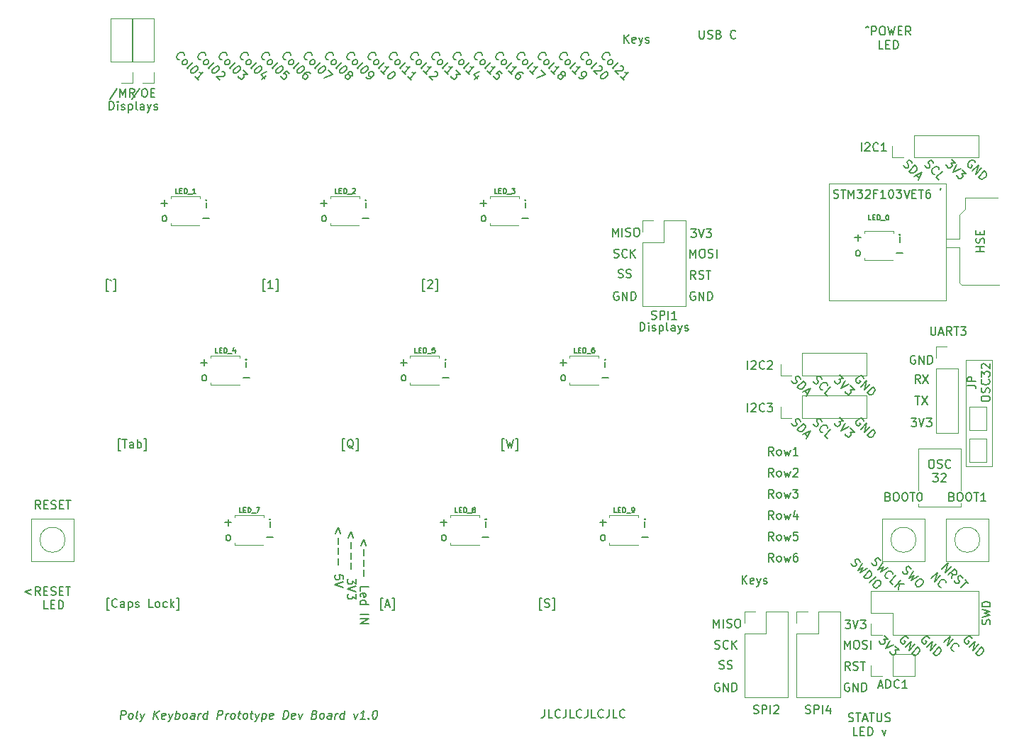
<source format=gbr>
%TF.GenerationSoftware,KiCad,Pcbnew,(5.1.5)-3*%
%TF.CreationDate,2021-02-26T11:52:20+01:00*%
%TF.ProjectId,poly_kb,706f6c79-5f6b-4622-9e6b-696361645f70,rev?*%
%TF.SameCoordinates,Original*%
%TF.FileFunction,Legend,Top*%
%TF.FilePolarity,Positive*%
%FSLAX46Y46*%
G04 Gerber Fmt 4.6, Leading zero omitted, Abs format (unit mm)*
G04 Created by KiCad (PCBNEW (5.1.5)-3) date 2021-02-26 11:52:20*
%MOMM*%
%LPD*%
G04 APERTURE LIST*
%ADD10C,0.150000*%
%ADD11C,0.120000*%
G04 APERTURE END LIST*
D10*
X136596571Y-97115880D02*
X136787047Y-97115880D01*
X136882285Y-97163500D01*
X136977523Y-97258738D01*
X137025142Y-97449214D01*
X137025142Y-97782547D01*
X136977523Y-97973023D01*
X136882285Y-98068261D01*
X136787047Y-98115880D01*
X136596571Y-98115880D01*
X136501333Y-98068261D01*
X136406095Y-97973023D01*
X136358476Y-97782547D01*
X136358476Y-97449214D01*
X136406095Y-97258738D01*
X136501333Y-97163500D01*
X136596571Y-97115880D01*
X137406095Y-98068261D02*
X137548952Y-98115880D01*
X137787047Y-98115880D01*
X137882285Y-98068261D01*
X137929904Y-98020642D01*
X137977523Y-97925404D01*
X137977523Y-97830166D01*
X137929904Y-97734928D01*
X137882285Y-97687309D01*
X137787047Y-97639690D01*
X137596571Y-97592071D01*
X137501333Y-97544452D01*
X137453714Y-97496833D01*
X137406095Y-97401595D01*
X137406095Y-97306357D01*
X137453714Y-97211119D01*
X137501333Y-97163500D01*
X137596571Y-97115880D01*
X137834666Y-97115880D01*
X137977523Y-97163500D01*
X138977523Y-98020642D02*
X138929904Y-98068261D01*
X138787047Y-98115880D01*
X138691809Y-98115880D01*
X138548952Y-98068261D01*
X138453714Y-97973023D01*
X138406095Y-97877785D01*
X138358476Y-97687309D01*
X138358476Y-97544452D01*
X138406095Y-97353976D01*
X138453714Y-97258738D01*
X138548952Y-97163500D01*
X138691809Y-97115880D01*
X138787047Y-97115880D01*
X138929904Y-97163500D01*
X138977523Y-97211119D01*
X136858476Y-98765880D02*
X137477523Y-98765880D01*
X137144190Y-99146833D01*
X137287047Y-99146833D01*
X137382285Y-99194452D01*
X137429904Y-99242071D01*
X137477523Y-99337309D01*
X137477523Y-99575404D01*
X137429904Y-99670642D01*
X137382285Y-99718261D01*
X137287047Y-99765880D01*
X137001333Y-99765880D01*
X136906095Y-99718261D01*
X136858476Y-99670642D01*
X137858476Y-98861119D02*
X137906095Y-98813500D01*
X138001333Y-98765880D01*
X138239428Y-98765880D01*
X138334666Y-98813500D01*
X138382285Y-98861119D01*
X138429904Y-98956357D01*
X138429904Y-99051595D01*
X138382285Y-99194452D01*
X137810857Y-99765880D01*
X138429904Y-99765880D01*
X143009880Y-72207285D02*
X142009880Y-72207285D01*
X142486071Y-72207285D02*
X142486071Y-71635857D01*
X143009880Y-71635857D02*
X142009880Y-71635857D01*
X142962261Y-71207285D02*
X143009880Y-71064428D01*
X143009880Y-70826333D01*
X142962261Y-70731095D01*
X142914642Y-70683476D01*
X142819404Y-70635857D01*
X142724166Y-70635857D01*
X142628928Y-70683476D01*
X142581309Y-70731095D01*
X142533690Y-70826333D01*
X142486071Y-71016809D01*
X142438452Y-71112047D01*
X142390833Y-71159666D01*
X142295595Y-71207285D01*
X142200357Y-71207285D01*
X142105119Y-71159666D01*
X142057500Y-71112047D01*
X142009880Y-71016809D01*
X142009880Y-70778714D01*
X142057500Y-70635857D01*
X142486071Y-70207285D02*
X142486071Y-69873952D01*
X143009880Y-69731095D02*
X143009880Y-70207285D01*
X142009880Y-70207285D01*
X142009880Y-69731095D01*
D11*
X140335000Y-76263500D02*
X144780000Y-76263500D01*
X140017500Y-75946000D02*
X140335000Y-76263500D01*
X140017500Y-71755000D02*
X140017500Y-75946000D01*
X138430000Y-71755000D02*
X140017500Y-71755000D01*
X140017500Y-70739000D02*
X138493500Y-70739000D01*
X140017500Y-67818000D02*
X140017500Y-70739000D01*
X140716000Y-67183000D02*
X140017500Y-67818000D01*
X140716000Y-65786000D02*
X140716000Y-67183000D01*
X144653000Y-65786000D02*
X140716000Y-65786000D01*
X140208000Y-102743000D02*
X140208000Y-102298500D01*
X140208000Y-95758000D02*
X140208000Y-100774500D01*
X135128000Y-102743000D02*
X135128000Y-102362000D01*
X135128000Y-95758000D02*
X135128000Y-100774500D01*
X135128000Y-102743000D02*
X140208000Y-102743000D01*
X140208000Y-95758000D02*
X135128000Y-95758000D01*
X143891000Y-85217000D02*
X143573500Y-85217000D01*
X143954500Y-97917000D02*
X143954500Y-85217000D01*
X140779500Y-85217000D02*
X143573500Y-85217000D01*
X140779500Y-97917000D02*
X140779500Y-85217000D01*
X143954500Y-97917000D02*
X140779500Y-97917000D01*
D10*
X140994380Y-88241142D02*
X141708666Y-88241142D01*
X141851523Y-88288761D01*
X141946761Y-88384000D01*
X141994380Y-88526857D01*
X141994380Y-88622095D01*
X141994380Y-87764952D02*
X140994380Y-87764952D01*
X140994380Y-87384000D01*
X141042000Y-87288761D01*
X141089619Y-87241142D01*
X141184857Y-87193523D01*
X141327714Y-87193523D01*
X141422952Y-87241142D01*
X141470571Y-87288761D01*
X141518190Y-87384000D01*
X141518190Y-87764952D01*
X142644380Y-89907809D02*
X142644380Y-89717333D01*
X142692000Y-89622095D01*
X142787238Y-89526857D01*
X142977714Y-89479238D01*
X143311047Y-89479238D01*
X143501523Y-89526857D01*
X143596761Y-89622095D01*
X143644380Y-89717333D01*
X143644380Y-89907809D01*
X143596761Y-90003047D01*
X143501523Y-90098285D01*
X143311047Y-90145904D01*
X142977714Y-90145904D01*
X142787238Y-90098285D01*
X142692000Y-90003047D01*
X142644380Y-89907809D01*
X143596761Y-89098285D02*
X143644380Y-88955428D01*
X143644380Y-88717333D01*
X143596761Y-88622095D01*
X143549142Y-88574476D01*
X143453904Y-88526857D01*
X143358666Y-88526857D01*
X143263428Y-88574476D01*
X143215809Y-88622095D01*
X143168190Y-88717333D01*
X143120571Y-88907809D01*
X143072952Y-89003047D01*
X143025333Y-89050666D01*
X142930095Y-89098285D01*
X142834857Y-89098285D01*
X142739619Y-89050666D01*
X142692000Y-89003047D01*
X142644380Y-88907809D01*
X142644380Y-88669714D01*
X142692000Y-88526857D01*
X143549142Y-87526857D02*
X143596761Y-87574476D01*
X143644380Y-87717333D01*
X143644380Y-87812571D01*
X143596761Y-87955428D01*
X143501523Y-88050666D01*
X143406285Y-88098285D01*
X143215809Y-88145904D01*
X143072952Y-88145904D01*
X142882476Y-88098285D01*
X142787238Y-88050666D01*
X142692000Y-87955428D01*
X142644380Y-87812571D01*
X142644380Y-87717333D01*
X142692000Y-87574476D01*
X142739619Y-87526857D01*
X142644380Y-87193523D02*
X142644380Y-86574476D01*
X143025333Y-86907809D01*
X143025333Y-86764952D01*
X143072952Y-86669714D01*
X143120571Y-86622095D01*
X143215809Y-86574476D01*
X143453904Y-86574476D01*
X143549142Y-86622095D01*
X143596761Y-86669714D01*
X143644380Y-86764952D01*
X143644380Y-87050666D01*
X143596761Y-87145904D01*
X143549142Y-87193523D01*
X142739619Y-86193523D02*
X142692000Y-86145904D01*
X142644380Y-86050666D01*
X142644380Y-85812571D01*
X142692000Y-85717333D01*
X142739619Y-85669714D01*
X142834857Y-85622095D01*
X142930095Y-85622095D01*
X143072952Y-85669714D01*
X143644380Y-86241142D01*
X143644380Y-85622095D01*
X128833904Y-45458619D02*
X129024380Y-45315761D01*
X129214857Y-45458619D01*
X129548190Y-46363380D02*
X129548190Y-45363380D01*
X129929142Y-45363380D01*
X130024380Y-45411000D01*
X130072000Y-45458619D01*
X130119619Y-45553857D01*
X130119619Y-45696714D01*
X130072000Y-45791952D01*
X130024380Y-45839571D01*
X129929142Y-45887190D01*
X129548190Y-45887190D01*
X130738666Y-45363380D02*
X130929142Y-45363380D01*
X131024380Y-45411000D01*
X131119619Y-45506238D01*
X131167238Y-45696714D01*
X131167238Y-46030047D01*
X131119619Y-46220523D01*
X131024380Y-46315761D01*
X130929142Y-46363380D01*
X130738666Y-46363380D01*
X130643428Y-46315761D01*
X130548190Y-46220523D01*
X130500571Y-46030047D01*
X130500571Y-45696714D01*
X130548190Y-45506238D01*
X130643428Y-45411000D01*
X130738666Y-45363380D01*
X131500571Y-45363380D02*
X131738666Y-46363380D01*
X131929142Y-45649095D01*
X132119619Y-46363380D01*
X132357714Y-45363380D01*
X132738666Y-45839571D02*
X133072000Y-45839571D01*
X133214857Y-46363380D02*
X132738666Y-46363380D01*
X132738666Y-45363380D01*
X133214857Y-45363380D01*
X134214857Y-46363380D02*
X133881523Y-45887190D01*
X133643428Y-46363380D02*
X133643428Y-45363380D01*
X134024380Y-45363380D01*
X134119619Y-45411000D01*
X134167238Y-45458619D01*
X134214857Y-45553857D01*
X134214857Y-45696714D01*
X134167238Y-45791952D01*
X134119619Y-45839571D01*
X134024380Y-45887190D01*
X133643428Y-45887190D01*
X130929142Y-48013380D02*
X130452952Y-48013380D01*
X130452952Y-47013380D01*
X131262476Y-47489571D02*
X131595809Y-47489571D01*
X131738666Y-48013380D02*
X131262476Y-48013380D01*
X131262476Y-47013380D01*
X131738666Y-47013380D01*
X132167238Y-48013380D02*
X132167238Y-47013380D01*
X132405333Y-47013380D01*
X132548190Y-47061000D01*
X132643428Y-47156238D01*
X132691047Y-47251476D01*
X132738666Y-47441952D01*
X132738666Y-47584809D01*
X132691047Y-47775285D01*
X132643428Y-47870523D01*
X132548190Y-47965761D01*
X132405333Y-48013380D01*
X132167238Y-48013380D01*
X90503952Y-126960380D02*
X90503952Y-127674666D01*
X90456333Y-127817523D01*
X90361095Y-127912761D01*
X90218238Y-127960380D01*
X90123000Y-127960380D01*
X91456333Y-127960380D02*
X90980142Y-127960380D01*
X90980142Y-126960380D01*
X92361095Y-127865142D02*
X92313476Y-127912761D01*
X92170619Y-127960380D01*
X92075380Y-127960380D01*
X91932523Y-127912761D01*
X91837285Y-127817523D01*
X91789666Y-127722285D01*
X91742047Y-127531809D01*
X91742047Y-127388952D01*
X91789666Y-127198476D01*
X91837285Y-127103238D01*
X91932523Y-127008000D01*
X92075380Y-126960380D01*
X92170619Y-126960380D01*
X92313476Y-127008000D01*
X92361095Y-127055619D01*
X93075380Y-126960380D02*
X93075380Y-127674666D01*
X93027761Y-127817523D01*
X92932523Y-127912761D01*
X92789666Y-127960380D01*
X92694428Y-127960380D01*
X94027761Y-127960380D02*
X93551571Y-127960380D01*
X93551571Y-126960380D01*
X94932523Y-127865142D02*
X94884904Y-127912761D01*
X94742047Y-127960380D01*
X94646809Y-127960380D01*
X94503952Y-127912761D01*
X94408714Y-127817523D01*
X94361095Y-127722285D01*
X94313476Y-127531809D01*
X94313476Y-127388952D01*
X94361095Y-127198476D01*
X94408714Y-127103238D01*
X94503952Y-127008000D01*
X94646809Y-126960380D01*
X94742047Y-126960380D01*
X94884904Y-127008000D01*
X94932523Y-127055619D01*
X95646809Y-126960380D02*
X95646809Y-127674666D01*
X95599190Y-127817523D01*
X95503952Y-127912761D01*
X95361095Y-127960380D01*
X95265857Y-127960380D01*
X96599190Y-127960380D02*
X96123000Y-127960380D01*
X96123000Y-126960380D01*
X97503952Y-127865142D02*
X97456333Y-127912761D01*
X97313476Y-127960380D01*
X97218238Y-127960380D01*
X97075380Y-127912761D01*
X96980142Y-127817523D01*
X96932523Y-127722285D01*
X96884904Y-127531809D01*
X96884904Y-127388952D01*
X96932523Y-127198476D01*
X96980142Y-127103238D01*
X97075380Y-127008000D01*
X97218238Y-126960380D01*
X97313476Y-126960380D01*
X97456333Y-127008000D01*
X97503952Y-127055619D01*
X98218238Y-126960380D02*
X98218238Y-127674666D01*
X98170619Y-127817523D01*
X98075380Y-127912761D01*
X97932523Y-127960380D01*
X97837285Y-127960380D01*
X99170619Y-127960380D02*
X98694428Y-127960380D01*
X98694428Y-126960380D01*
X100075380Y-127865142D02*
X100027761Y-127912761D01*
X99884904Y-127960380D01*
X99789666Y-127960380D01*
X99646809Y-127912761D01*
X99551571Y-127817523D01*
X99503952Y-127722285D01*
X99456333Y-127531809D01*
X99456333Y-127388952D01*
X99503952Y-127198476D01*
X99551571Y-127103238D01*
X99646809Y-127008000D01*
X99789666Y-126960380D01*
X99884904Y-126960380D01*
X100027761Y-127008000D01*
X100075380Y-127055619D01*
X95180816Y-49330893D02*
X95113473Y-49330893D01*
X94978786Y-49263549D01*
X94911442Y-49196206D01*
X94844099Y-49061519D01*
X94844099Y-48926832D01*
X94877771Y-48825816D01*
X94978786Y-48657458D01*
X95079801Y-48556442D01*
X95248160Y-48455427D01*
X95349175Y-48421755D01*
X95483862Y-48421755D01*
X95618549Y-48489099D01*
X95685893Y-48556442D01*
X95753236Y-48691129D01*
X95753236Y-48758473D01*
X95517534Y-49802297D02*
X95483862Y-49701282D01*
X95483862Y-49633938D01*
X95517534Y-49532923D01*
X95719564Y-49330893D01*
X95820580Y-49297221D01*
X95887923Y-49297221D01*
X95988938Y-49330893D01*
X96089954Y-49431908D01*
X96123625Y-49532923D01*
X96123625Y-49600267D01*
X96089954Y-49701282D01*
X95887923Y-49903312D01*
X95786908Y-49936984D01*
X95719564Y-49936984D01*
X95618549Y-49903312D01*
X95517534Y-49802297D01*
X96157297Y-50442061D02*
X96123625Y-50341045D01*
X96157297Y-50240030D01*
X96763389Y-49633938D01*
X97032763Y-50037999D02*
X97100106Y-50038000D01*
X97201122Y-50071671D01*
X97369480Y-50240030D01*
X97403152Y-50341045D01*
X97403152Y-50408389D01*
X97369480Y-50509404D01*
X97302137Y-50576748D01*
X97167450Y-50644091D01*
X96359328Y-50644091D01*
X96797061Y-51081824D01*
X97941900Y-50812450D02*
X98009244Y-50879793D01*
X98042915Y-50980809D01*
X98042915Y-51048152D01*
X98009244Y-51149167D01*
X97908228Y-51317526D01*
X97739870Y-51485885D01*
X97571511Y-51586900D01*
X97470496Y-51620572D01*
X97403152Y-51620572D01*
X97302137Y-51586900D01*
X97234793Y-51519557D01*
X97201122Y-51418541D01*
X97201122Y-51351198D01*
X97234793Y-51250183D01*
X97335809Y-51081824D01*
X97504167Y-50913465D01*
X97672526Y-50812450D01*
X97773541Y-50778778D01*
X97840885Y-50778778D01*
X97941900Y-50812450D01*
X97720816Y-49330893D02*
X97653473Y-49330893D01*
X97518786Y-49263549D01*
X97451442Y-49196206D01*
X97384099Y-49061519D01*
X97384099Y-48926832D01*
X97417771Y-48825816D01*
X97518786Y-48657458D01*
X97619801Y-48556442D01*
X97788160Y-48455427D01*
X97889175Y-48421755D01*
X98023862Y-48421755D01*
X98158549Y-48489099D01*
X98225893Y-48556442D01*
X98293236Y-48691129D01*
X98293236Y-48758473D01*
X98057534Y-49802297D02*
X98023862Y-49701282D01*
X98023862Y-49633938D01*
X98057534Y-49532923D01*
X98259564Y-49330893D01*
X98360580Y-49297221D01*
X98427923Y-49297221D01*
X98528938Y-49330893D01*
X98629954Y-49431908D01*
X98663625Y-49532923D01*
X98663625Y-49600267D01*
X98629954Y-49701282D01*
X98427923Y-49903312D01*
X98326908Y-49936984D01*
X98259564Y-49936984D01*
X98158549Y-49903312D01*
X98057534Y-49802297D01*
X98697297Y-50442061D02*
X98663625Y-50341045D01*
X98697297Y-50240030D01*
X99303389Y-49633938D01*
X99572763Y-50037999D02*
X99640106Y-50038000D01*
X99741122Y-50071671D01*
X99909480Y-50240030D01*
X99943152Y-50341045D01*
X99943152Y-50408389D01*
X99909480Y-50509404D01*
X99842137Y-50576748D01*
X99707450Y-50644091D01*
X98899328Y-50644091D01*
X99337061Y-51081824D01*
X100010496Y-51755259D02*
X99606435Y-51351198D01*
X99808465Y-51553228D02*
X100515572Y-50846122D01*
X100347213Y-50879793D01*
X100212526Y-50879793D01*
X100111511Y-50846122D01*
X62160816Y-49330893D02*
X62093473Y-49330893D01*
X61958786Y-49263549D01*
X61891442Y-49196206D01*
X61824099Y-49061519D01*
X61824099Y-48926832D01*
X61857771Y-48825816D01*
X61958786Y-48657458D01*
X62059801Y-48556442D01*
X62228160Y-48455427D01*
X62329175Y-48421755D01*
X62463862Y-48421755D01*
X62598549Y-48489099D01*
X62665893Y-48556442D01*
X62733236Y-48691129D01*
X62733236Y-48758473D01*
X62497534Y-49802297D02*
X62463862Y-49701282D01*
X62463862Y-49633938D01*
X62497534Y-49532923D01*
X62699564Y-49330893D01*
X62800580Y-49297221D01*
X62867923Y-49297221D01*
X62968938Y-49330893D01*
X63069954Y-49431908D01*
X63103625Y-49532923D01*
X63103625Y-49600267D01*
X63069954Y-49701282D01*
X62867923Y-49903312D01*
X62766908Y-49936984D01*
X62699564Y-49936984D01*
X62598549Y-49903312D01*
X62497534Y-49802297D01*
X63137297Y-50442061D02*
X63103625Y-50341045D01*
X63137297Y-50240030D01*
X63743389Y-49633938D01*
X64248465Y-50139015D02*
X64315809Y-50206358D01*
X64349480Y-50307374D01*
X64349480Y-50374717D01*
X64315809Y-50475732D01*
X64214793Y-50644091D01*
X64046435Y-50812450D01*
X63878076Y-50913465D01*
X63777061Y-50947137D01*
X63709717Y-50947137D01*
X63608702Y-50913465D01*
X63541358Y-50846122D01*
X63507687Y-50745106D01*
X63507687Y-50677763D01*
X63541358Y-50576748D01*
X63642374Y-50408389D01*
X63810732Y-50240030D01*
X63979091Y-50139015D01*
X64080106Y-50105343D01*
X64147450Y-50105343D01*
X64248465Y-50139015D01*
X64719870Y-50610419D02*
X65191274Y-51081824D01*
X64181122Y-51485885D01*
X59620816Y-49330893D02*
X59553473Y-49330893D01*
X59418786Y-49263549D01*
X59351442Y-49196206D01*
X59284099Y-49061519D01*
X59284099Y-48926832D01*
X59317771Y-48825816D01*
X59418786Y-48657458D01*
X59519801Y-48556442D01*
X59688160Y-48455427D01*
X59789175Y-48421755D01*
X59923862Y-48421755D01*
X60058549Y-48489099D01*
X60125893Y-48556442D01*
X60193236Y-48691129D01*
X60193236Y-48758473D01*
X59957534Y-49802297D02*
X59923862Y-49701282D01*
X59923862Y-49633938D01*
X59957534Y-49532923D01*
X60159564Y-49330893D01*
X60260580Y-49297221D01*
X60327923Y-49297221D01*
X60428938Y-49330893D01*
X60529954Y-49431908D01*
X60563625Y-49532923D01*
X60563625Y-49600267D01*
X60529954Y-49701282D01*
X60327923Y-49903312D01*
X60226908Y-49936984D01*
X60159564Y-49936984D01*
X60058549Y-49903312D01*
X59957534Y-49802297D01*
X60597297Y-50442061D02*
X60563625Y-50341045D01*
X60597297Y-50240030D01*
X61203389Y-49633938D01*
X61708465Y-50139015D02*
X61775809Y-50206358D01*
X61809480Y-50307374D01*
X61809480Y-50374717D01*
X61775809Y-50475732D01*
X61674793Y-50644091D01*
X61506435Y-50812450D01*
X61338076Y-50913465D01*
X61237061Y-50947137D01*
X61169717Y-50947137D01*
X61068702Y-50913465D01*
X61001358Y-50846122D01*
X60967687Y-50745106D01*
X60967687Y-50677763D01*
X61001358Y-50576748D01*
X61102374Y-50408389D01*
X61270732Y-50240030D01*
X61439091Y-50139015D01*
X61540106Y-50105343D01*
X61607450Y-50105343D01*
X61708465Y-50139015D01*
X62550259Y-50980809D02*
X62415572Y-50846122D01*
X62314557Y-50812450D01*
X62247213Y-50812450D01*
X62078854Y-50846122D01*
X61910496Y-50947137D01*
X61641122Y-51216511D01*
X61607450Y-51317526D01*
X61607450Y-51384870D01*
X61641122Y-51485885D01*
X61775809Y-51620572D01*
X61876824Y-51654244D01*
X61944167Y-51654244D01*
X62045183Y-51620572D01*
X62213541Y-51452213D01*
X62247213Y-51351198D01*
X62247213Y-51283854D01*
X62213541Y-51182839D01*
X62078854Y-51048152D01*
X61977839Y-51014480D01*
X61910496Y-51014480D01*
X61809480Y-51048152D01*
X87560816Y-49330893D02*
X87493473Y-49330893D01*
X87358786Y-49263549D01*
X87291442Y-49196206D01*
X87224099Y-49061519D01*
X87224099Y-48926832D01*
X87257771Y-48825816D01*
X87358786Y-48657458D01*
X87459801Y-48556442D01*
X87628160Y-48455427D01*
X87729175Y-48421755D01*
X87863862Y-48421755D01*
X87998549Y-48489099D01*
X88065893Y-48556442D01*
X88133236Y-48691129D01*
X88133236Y-48758473D01*
X87897534Y-49802297D02*
X87863862Y-49701282D01*
X87863862Y-49633938D01*
X87897534Y-49532923D01*
X88099564Y-49330893D01*
X88200580Y-49297221D01*
X88267923Y-49297221D01*
X88368938Y-49330893D01*
X88469954Y-49431908D01*
X88503625Y-49532923D01*
X88503625Y-49600267D01*
X88469954Y-49701282D01*
X88267923Y-49903312D01*
X88166908Y-49936984D01*
X88099564Y-49936984D01*
X87998549Y-49903312D01*
X87897534Y-49802297D01*
X88537297Y-50442061D02*
X88503625Y-50341045D01*
X88537297Y-50240030D01*
X89143389Y-49633938D01*
X89177061Y-51081824D02*
X88772999Y-50677763D01*
X88975030Y-50879793D02*
X89682137Y-50172687D01*
X89513778Y-50206358D01*
X89379091Y-50206358D01*
X89278076Y-50172687D01*
X90119870Y-50610419D02*
X90591274Y-51081824D01*
X89581122Y-51485885D01*
X64700816Y-49330893D02*
X64633473Y-49330893D01*
X64498786Y-49263549D01*
X64431442Y-49196206D01*
X64364099Y-49061519D01*
X64364099Y-48926832D01*
X64397771Y-48825816D01*
X64498786Y-48657458D01*
X64599801Y-48556442D01*
X64768160Y-48455427D01*
X64869175Y-48421755D01*
X65003862Y-48421755D01*
X65138549Y-48489099D01*
X65205893Y-48556442D01*
X65273236Y-48691129D01*
X65273236Y-48758473D01*
X65037534Y-49802297D02*
X65003862Y-49701282D01*
X65003862Y-49633938D01*
X65037534Y-49532923D01*
X65239564Y-49330893D01*
X65340580Y-49297221D01*
X65407923Y-49297221D01*
X65508938Y-49330893D01*
X65609954Y-49431908D01*
X65643625Y-49532923D01*
X65643625Y-49600267D01*
X65609954Y-49701282D01*
X65407923Y-49903312D01*
X65306908Y-49936984D01*
X65239564Y-49936984D01*
X65138549Y-49903312D01*
X65037534Y-49802297D01*
X65677297Y-50442061D02*
X65643625Y-50341045D01*
X65677297Y-50240030D01*
X66283389Y-49633938D01*
X66788465Y-50139015D02*
X66855809Y-50206358D01*
X66889480Y-50307374D01*
X66889480Y-50374717D01*
X66855809Y-50475732D01*
X66754793Y-50644091D01*
X66586435Y-50812450D01*
X66418076Y-50913465D01*
X66317061Y-50947137D01*
X66249717Y-50947137D01*
X66148702Y-50913465D01*
X66081358Y-50846122D01*
X66047687Y-50745106D01*
X66047687Y-50677763D01*
X66081358Y-50576748D01*
X66182374Y-50408389D01*
X66350732Y-50240030D01*
X66519091Y-50139015D01*
X66620106Y-50105343D01*
X66687450Y-50105343D01*
X66788465Y-50139015D01*
X67125183Y-51081824D02*
X67091511Y-50980809D01*
X67091511Y-50913465D01*
X67125183Y-50812450D01*
X67158854Y-50778778D01*
X67259870Y-50745106D01*
X67327213Y-50745106D01*
X67428228Y-50778778D01*
X67562915Y-50913465D01*
X67596587Y-51014480D01*
X67596587Y-51081824D01*
X67562915Y-51182839D01*
X67529244Y-51216511D01*
X67428228Y-51250183D01*
X67360885Y-51250183D01*
X67259870Y-51216511D01*
X67125183Y-51081824D01*
X67024167Y-51048152D01*
X66956824Y-51048152D01*
X66855809Y-51081824D01*
X66721122Y-51216511D01*
X66687450Y-51317526D01*
X66687450Y-51384870D01*
X66721122Y-51485885D01*
X66855809Y-51620572D01*
X66956824Y-51654244D01*
X67024167Y-51654244D01*
X67125183Y-51620572D01*
X67259870Y-51485885D01*
X67293541Y-51384870D01*
X67293541Y-51317526D01*
X67259870Y-51216511D01*
X54540816Y-49330893D02*
X54473473Y-49330893D01*
X54338786Y-49263549D01*
X54271442Y-49196206D01*
X54204099Y-49061519D01*
X54204099Y-48926832D01*
X54237771Y-48825816D01*
X54338786Y-48657458D01*
X54439801Y-48556442D01*
X54608160Y-48455427D01*
X54709175Y-48421755D01*
X54843862Y-48421755D01*
X54978549Y-48489099D01*
X55045893Y-48556442D01*
X55113236Y-48691129D01*
X55113236Y-48758473D01*
X54877534Y-49802297D02*
X54843862Y-49701282D01*
X54843862Y-49633938D01*
X54877534Y-49532923D01*
X55079564Y-49330893D01*
X55180580Y-49297221D01*
X55247923Y-49297221D01*
X55348938Y-49330893D01*
X55449954Y-49431908D01*
X55483625Y-49532923D01*
X55483625Y-49600267D01*
X55449954Y-49701282D01*
X55247923Y-49903312D01*
X55146908Y-49936984D01*
X55079564Y-49936984D01*
X54978549Y-49903312D01*
X54877534Y-49802297D01*
X55517297Y-50442061D02*
X55483625Y-50341045D01*
X55517297Y-50240030D01*
X56123389Y-49633938D01*
X56628465Y-50139015D02*
X56695809Y-50206358D01*
X56729480Y-50307374D01*
X56729480Y-50374717D01*
X56695809Y-50475732D01*
X56594793Y-50644091D01*
X56426435Y-50812450D01*
X56258076Y-50913465D01*
X56157061Y-50947137D01*
X56089717Y-50947137D01*
X55988702Y-50913465D01*
X55921358Y-50846122D01*
X55887687Y-50745106D01*
X55887687Y-50677763D01*
X55921358Y-50576748D01*
X56022374Y-50408389D01*
X56190732Y-50240030D01*
X56359091Y-50139015D01*
X56460106Y-50105343D01*
X56527450Y-50105343D01*
X56628465Y-50139015D01*
X57234557Y-51216511D02*
X56763152Y-51687915D01*
X57335572Y-50778778D02*
X56662137Y-51115496D01*
X57099870Y-51553228D01*
X82480816Y-49330893D02*
X82413473Y-49330893D01*
X82278786Y-49263549D01*
X82211442Y-49196206D01*
X82144099Y-49061519D01*
X82144099Y-48926832D01*
X82177771Y-48825816D01*
X82278786Y-48657458D01*
X82379801Y-48556442D01*
X82548160Y-48455427D01*
X82649175Y-48421755D01*
X82783862Y-48421755D01*
X82918549Y-48489099D01*
X82985893Y-48556442D01*
X83053236Y-48691129D01*
X83053236Y-48758473D01*
X82817534Y-49802297D02*
X82783862Y-49701282D01*
X82783862Y-49633938D01*
X82817534Y-49532923D01*
X83019564Y-49330893D01*
X83120580Y-49297221D01*
X83187923Y-49297221D01*
X83288938Y-49330893D01*
X83389954Y-49431908D01*
X83423625Y-49532923D01*
X83423625Y-49600267D01*
X83389954Y-49701282D01*
X83187923Y-49903312D01*
X83086908Y-49936984D01*
X83019564Y-49936984D01*
X82918549Y-49903312D01*
X82817534Y-49802297D01*
X83457297Y-50442061D02*
X83423625Y-50341045D01*
X83457297Y-50240030D01*
X84063389Y-49633938D01*
X84097061Y-51081824D02*
X83692999Y-50677763D01*
X83895030Y-50879793D02*
X84602137Y-50172687D01*
X84433778Y-50206358D01*
X84299091Y-50206358D01*
X84198076Y-50172687D01*
X85443931Y-51014480D02*
X85107213Y-50677763D01*
X84736824Y-50980809D01*
X84804167Y-50980809D01*
X84905183Y-51014480D01*
X85073541Y-51182839D01*
X85107213Y-51283854D01*
X85107213Y-51351198D01*
X85073541Y-51452213D01*
X84905183Y-51620572D01*
X84804167Y-51654244D01*
X84736824Y-51654244D01*
X84635809Y-51620572D01*
X84467450Y-51452213D01*
X84433778Y-51351198D01*
X84433778Y-51283854D01*
X72320816Y-49330893D02*
X72253473Y-49330893D01*
X72118786Y-49263549D01*
X72051442Y-49196206D01*
X71984099Y-49061519D01*
X71984099Y-48926832D01*
X72017771Y-48825816D01*
X72118786Y-48657458D01*
X72219801Y-48556442D01*
X72388160Y-48455427D01*
X72489175Y-48421755D01*
X72623862Y-48421755D01*
X72758549Y-48489099D01*
X72825893Y-48556442D01*
X72893236Y-48691129D01*
X72893236Y-48758473D01*
X72657534Y-49802297D02*
X72623862Y-49701282D01*
X72623862Y-49633938D01*
X72657534Y-49532923D01*
X72859564Y-49330893D01*
X72960580Y-49297221D01*
X73027923Y-49297221D01*
X73128938Y-49330893D01*
X73229954Y-49431908D01*
X73263625Y-49532923D01*
X73263625Y-49600267D01*
X73229954Y-49701282D01*
X73027923Y-49903312D01*
X72926908Y-49936984D01*
X72859564Y-49936984D01*
X72758549Y-49903312D01*
X72657534Y-49802297D01*
X73297297Y-50442061D02*
X73263625Y-50341045D01*
X73297297Y-50240030D01*
X73903389Y-49633938D01*
X73937061Y-51081824D02*
X73532999Y-50677763D01*
X73735030Y-50879793D02*
X74442137Y-50172687D01*
X74273778Y-50206358D01*
X74139091Y-50206358D01*
X74038076Y-50172687D01*
X74610496Y-51755259D02*
X74206435Y-51351198D01*
X74408465Y-51553228D02*
X75115572Y-50846122D01*
X74947213Y-50879793D01*
X74812526Y-50879793D01*
X74711511Y-50846122D01*
X67240816Y-49330893D02*
X67173473Y-49330893D01*
X67038786Y-49263549D01*
X66971442Y-49196206D01*
X66904099Y-49061519D01*
X66904099Y-48926832D01*
X66937771Y-48825816D01*
X67038786Y-48657458D01*
X67139801Y-48556442D01*
X67308160Y-48455427D01*
X67409175Y-48421755D01*
X67543862Y-48421755D01*
X67678549Y-48489099D01*
X67745893Y-48556442D01*
X67813236Y-48691129D01*
X67813236Y-48758473D01*
X67577534Y-49802297D02*
X67543862Y-49701282D01*
X67543862Y-49633938D01*
X67577534Y-49532923D01*
X67779564Y-49330893D01*
X67880580Y-49297221D01*
X67947923Y-49297221D01*
X68048938Y-49330893D01*
X68149954Y-49431908D01*
X68183625Y-49532923D01*
X68183625Y-49600267D01*
X68149954Y-49701282D01*
X67947923Y-49903312D01*
X67846908Y-49936984D01*
X67779564Y-49936984D01*
X67678549Y-49903312D01*
X67577534Y-49802297D01*
X68217297Y-50442061D02*
X68183625Y-50341045D01*
X68217297Y-50240030D01*
X68823389Y-49633938D01*
X69328465Y-50139015D02*
X69395809Y-50206358D01*
X69429480Y-50307374D01*
X69429480Y-50374717D01*
X69395809Y-50475732D01*
X69294793Y-50644091D01*
X69126435Y-50812450D01*
X68958076Y-50913465D01*
X68857061Y-50947137D01*
X68789717Y-50947137D01*
X68688702Y-50913465D01*
X68621358Y-50846122D01*
X68587687Y-50745106D01*
X68587687Y-50677763D01*
X68621358Y-50576748D01*
X68722374Y-50408389D01*
X68890732Y-50240030D01*
X69059091Y-50139015D01*
X69160106Y-50105343D01*
X69227450Y-50105343D01*
X69328465Y-50139015D01*
X69193778Y-51418541D02*
X69328465Y-51553228D01*
X69429480Y-51586900D01*
X69496824Y-51586900D01*
X69665183Y-51553228D01*
X69833541Y-51452213D01*
X70102915Y-51182839D01*
X70136587Y-51081824D01*
X70136587Y-51014480D01*
X70102915Y-50913465D01*
X69968228Y-50778778D01*
X69867213Y-50745106D01*
X69799870Y-50745106D01*
X69698854Y-50778778D01*
X69530496Y-50947137D01*
X69496824Y-51048152D01*
X69496824Y-51115496D01*
X69530496Y-51216511D01*
X69665183Y-51351198D01*
X69766198Y-51384870D01*
X69833541Y-51384870D01*
X69934557Y-51351198D01*
X57080816Y-49330893D02*
X57013473Y-49330893D01*
X56878786Y-49263549D01*
X56811442Y-49196206D01*
X56744099Y-49061519D01*
X56744099Y-48926832D01*
X56777771Y-48825816D01*
X56878786Y-48657458D01*
X56979801Y-48556442D01*
X57148160Y-48455427D01*
X57249175Y-48421755D01*
X57383862Y-48421755D01*
X57518549Y-48489099D01*
X57585893Y-48556442D01*
X57653236Y-48691129D01*
X57653236Y-48758473D01*
X57417534Y-49802297D02*
X57383862Y-49701282D01*
X57383862Y-49633938D01*
X57417534Y-49532923D01*
X57619564Y-49330893D01*
X57720580Y-49297221D01*
X57787923Y-49297221D01*
X57888938Y-49330893D01*
X57989954Y-49431908D01*
X58023625Y-49532923D01*
X58023625Y-49600267D01*
X57989954Y-49701282D01*
X57787923Y-49903312D01*
X57686908Y-49936984D01*
X57619564Y-49936984D01*
X57518549Y-49903312D01*
X57417534Y-49802297D01*
X58057297Y-50442061D02*
X58023625Y-50341045D01*
X58057297Y-50240030D01*
X58663389Y-49633938D01*
X59168465Y-50139015D02*
X59235809Y-50206358D01*
X59269480Y-50307374D01*
X59269480Y-50374717D01*
X59235809Y-50475732D01*
X59134793Y-50644091D01*
X58966435Y-50812450D01*
X58798076Y-50913465D01*
X58697061Y-50947137D01*
X58629717Y-50947137D01*
X58528702Y-50913465D01*
X58461358Y-50846122D01*
X58427687Y-50745106D01*
X58427687Y-50677763D01*
X58461358Y-50576748D01*
X58562374Y-50408389D01*
X58730732Y-50240030D01*
X58899091Y-50139015D01*
X59000106Y-50105343D01*
X59067450Y-50105343D01*
X59168465Y-50139015D01*
X60043931Y-51014480D02*
X59707213Y-50677763D01*
X59336824Y-50980809D01*
X59404167Y-50980809D01*
X59505183Y-51014480D01*
X59673541Y-51182839D01*
X59707213Y-51283854D01*
X59707213Y-51351198D01*
X59673541Y-51452213D01*
X59505183Y-51620572D01*
X59404167Y-51654244D01*
X59336824Y-51654244D01*
X59235809Y-51620572D01*
X59067450Y-51452213D01*
X59033778Y-51351198D01*
X59033778Y-51283854D01*
X90100816Y-49330893D02*
X90033473Y-49330893D01*
X89898786Y-49263549D01*
X89831442Y-49196206D01*
X89764099Y-49061519D01*
X89764099Y-48926832D01*
X89797771Y-48825816D01*
X89898786Y-48657458D01*
X89999801Y-48556442D01*
X90168160Y-48455427D01*
X90269175Y-48421755D01*
X90403862Y-48421755D01*
X90538549Y-48489099D01*
X90605893Y-48556442D01*
X90673236Y-48691129D01*
X90673236Y-48758473D01*
X90437534Y-49802297D02*
X90403862Y-49701282D01*
X90403862Y-49633938D01*
X90437534Y-49532923D01*
X90639564Y-49330893D01*
X90740580Y-49297221D01*
X90807923Y-49297221D01*
X90908938Y-49330893D01*
X91009954Y-49431908D01*
X91043625Y-49532923D01*
X91043625Y-49600267D01*
X91009954Y-49701282D01*
X90807923Y-49903312D01*
X90706908Y-49936984D01*
X90639564Y-49936984D01*
X90538549Y-49903312D01*
X90437534Y-49802297D01*
X91077297Y-50442061D02*
X91043625Y-50341045D01*
X91077297Y-50240030D01*
X91683389Y-49633938D01*
X91717061Y-51081824D02*
X91312999Y-50677763D01*
X91515030Y-50879793D02*
X92222137Y-50172687D01*
X92053778Y-50206358D01*
X91919091Y-50206358D01*
X91818076Y-50172687D01*
X92525183Y-51081824D02*
X92491511Y-50980809D01*
X92491511Y-50913465D01*
X92525183Y-50812450D01*
X92558854Y-50778778D01*
X92659870Y-50745106D01*
X92727213Y-50745106D01*
X92828228Y-50778778D01*
X92962915Y-50913465D01*
X92996587Y-51014480D01*
X92996587Y-51081824D01*
X92962915Y-51182839D01*
X92929244Y-51216511D01*
X92828228Y-51250183D01*
X92760885Y-51250183D01*
X92659870Y-51216511D01*
X92525183Y-51081824D01*
X92424167Y-51048152D01*
X92356824Y-51048152D01*
X92255809Y-51081824D01*
X92121122Y-51216511D01*
X92087450Y-51317526D01*
X92087450Y-51384870D01*
X92121122Y-51485885D01*
X92255809Y-51620572D01*
X92356824Y-51654244D01*
X92424167Y-51654244D01*
X92525183Y-51620572D01*
X92659870Y-51485885D01*
X92693541Y-51384870D01*
X92693541Y-51317526D01*
X92659870Y-51216511D01*
X74860816Y-49330893D02*
X74793473Y-49330893D01*
X74658786Y-49263549D01*
X74591442Y-49196206D01*
X74524099Y-49061519D01*
X74524099Y-48926832D01*
X74557771Y-48825816D01*
X74658786Y-48657458D01*
X74759801Y-48556442D01*
X74928160Y-48455427D01*
X75029175Y-48421755D01*
X75163862Y-48421755D01*
X75298549Y-48489099D01*
X75365893Y-48556442D01*
X75433236Y-48691129D01*
X75433236Y-48758473D01*
X75197534Y-49802297D02*
X75163862Y-49701282D01*
X75163862Y-49633938D01*
X75197534Y-49532923D01*
X75399564Y-49330893D01*
X75500580Y-49297221D01*
X75567923Y-49297221D01*
X75668938Y-49330893D01*
X75769954Y-49431908D01*
X75803625Y-49532923D01*
X75803625Y-49600267D01*
X75769954Y-49701282D01*
X75567923Y-49903312D01*
X75466908Y-49936984D01*
X75399564Y-49936984D01*
X75298549Y-49903312D01*
X75197534Y-49802297D01*
X75837297Y-50442061D02*
X75803625Y-50341045D01*
X75837297Y-50240030D01*
X76443389Y-49633938D01*
X76477061Y-51081824D02*
X76072999Y-50677763D01*
X76275030Y-50879793D02*
X76982137Y-50172687D01*
X76813778Y-50206358D01*
X76679091Y-50206358D01*
X76578076Y-50172687D01*
X77386198Y-50711435D02*
X77453541Y-50711435D01*
X77554557Y-50745106D01*
X77722915Y-50913465D01*
X77756587Y-51014480D01*
X77756587Y-51081824D01*
X77722915Y-51182839D01*
X77655572Y-51250183D01*
X77520885Y-51317526D01*
X76712763Y-51317526D01*
X77150496Y-51755259D01*
X69780816Y-49330893D02*
X69713473Y-49330893D01*
X69578786Y-49263549D01*
X69511442Y-49196206D01*
X69444099Y-49061519D01*
X69444099Y-48926832D01*
X69477771Y-48825816D01*
X69578786Y-48657458D01*
X69679801Y-48556442D01*
X69848160Y-48455427D01*
X69949175Y-48421755D01*
X70083862Y-48421755D01*
X70218549Y-48489099D01*
X70285893Y-48556442D01*
X70353236Y-48691129D01*
X70353236Y-48758473D01*
X70117534Y-49802297D02*
X70083862Y-49701282D01*
X70083862Y-49633938D01*
X70117534Y-49532923D01*
X70319564Y-49330893D01*
X70420580Y-49297221D01*
X70487923Y-49297221D01*
X70588938Y-49330893D01*
X70689954Y-49431908D01*
X70723625Y-49532923D01*
X70723625Y-49600267D01*
X70689954Y-49701282D01*
X70487923Y-49903312D01*
X70386908Y-49936984D01*
X70319564Y-49936984D01*
X70218549Y-49903312D01*
X70117534Y-49802297D01*
X70757297Y-50442061D02*
X70723625Y-50341045D01*
X70757297Y-50240030D01*
X71363389Y-49633938D01*
X71397061Y-51081824D02*
X70992999Y-50677763D01*
X71195030Y-50879793D02*
X71902137Y-50172687D01*
X71733778Y-50206358D01*
X71599091Y-50206358D01*
X71498076Y-50172687D01*
X72541900Y-50812450D02*
X72609244Y-50879793D01*
X72642915Y-50980809D01*
X72642915Y-51048152D01*
X72609244Y-51149167D01*
X72508228Y-51317526D01*
X72339870Y-51485885D01*
X72171511Y-51586900D01*
X72070496Y-51620572D01*
X72003152Y-51620572D01*
X71902137Y-51586900D01*
X71834793Y-51519557D01*
X71801122Y-51418541D01*
X71801122Y-51351198D01*
X71834793Y-51250183D01*
X71935809Y-51081824D01*
X72104167Y-50913465D01*
X72272526Y-50812450D01*
X72373541Y-50778778D01*
X72440885Y-50778778D01*
X72541900Y-50812450D01*
X49460816Y-49330893D02*
X49393473Y-49330893D01*
X49258786Y-49263549D01*
X49191442Y-49196206D01*
X49124099Y-49061519D01*
X49124099Y-48926832D01*
X49157771Y-48825816D01*
X49258786Y-48657458D01*
X49359801Y-48556442D01*
X49528160Y-48455427D01*
X49629175Y-48421755D01*
X49763862Y-48421755D01*
X49898549Y-48489099D01*
X49965893Y-48556442D01*
X50033236Y-48691129D01*
X50033236Y-48758473D01*
X49797534Y-49802297D02*
X49763862Y-49701282D01*
X49763862Y-49633938D01*
X49797534Y-49532923D01*
X49999564Y-49330893D01*
X50100580Y-49297221D01*
X50167923Y-49297221D01*
X50268938Y-49330893D01*
X50369954Y-49431908D01*
X50403625Y-49532923D01*
X50403625Y-49600267D01*
X50369954Y-49701282D01*
X50167923Y-49903312D01*
X50066908Y-49936984D01*
X49999564Y-49936984D01*
X49898549Y-49903312D01*
X49797534Y-49802297D01*
X50437297Y-50442061D02*
X50403625Y-50341045D01*
X50437297Y-50240030D01*
X51043389Y-49633938D01*
X51548465Y-50139015D02*
X51615809Y-50206358D01*
X51649480Y-50307374D01*
X51649480Y-50374717D01*
X51615809Y-50475732D01*
X51514793Y-50644091D01*
X51346435Y-50812450D01*
X51178076Y-50913465D01*
X51077061Y-50947137D01*
X51009717Y-50947137D01*
X50908702Y-50913465D01*
X50841358Y-50846122D01*
X50807687Y-50745106D01*
X50807687Y-50677763D01*
X50841358Y-50576748D01*
X50942374Y-50408389D01*
X51110732Y-50240030D01*
X51279091Y-50139015D01*
X51380106Y-50105343D01*
X51447450Y-50105343D01*
X51548465Y-50139015D01*
X51986198Y-50711435D02*
X52053541Y-50711435D01*
X52154557Y-50745106D01*
X52322915Y-50913465D01*
X52356587Y-51014480D01*
X52356587Y-51081824D01*
X52322915Y-51182839D01*
X52255572Y-51250183D01*
X52120885Y-51317526D01*
X51312763Y-51317526D01*
X51750496Y-51755259D01*
X52000816Y-49330893D02*
X51933473Y-49330893D01*
X51798786Y-49263549D01*
X51731442Y-49196206D01*
X51664099Y-49061519D01*
X51664099Y-48926832D01*
X51697771Y-48825816D01*
X51798786Y-48657458D01*
X51899801Y-48556442D01*
X52068160Y-48455427D01*
X52169175Y-48421755D01*
X52303862Y-48421755D01*
X52438549Y-48489099D01*
X52505893Y-48556442D01*
X52573236Y-48691129D01*
X52573236Y-48758473D01*
X52337534Y-49802297D02*
X52303862Y-49701282D01*
X52303862Y-49633938D01*
X52337534Y-49532923D01*
X52539564Y-49330893D01*
X52640580Y-49297221D01*
X52707923Y-49297221D01*
X52808938Y-49330893D01*
X52909954Y-49431908D01*
X52943625Y-49532923D01*
X52943625Y-49600267D01*
X52909954Y-49701282D01*
X52707923Y-49903312D01*
X52606908Y-49936984D01*
X52539564Y-49936984D01*
X52438549Y-49903312D01*
X52337534Y-49802297D01*
X52977297Y-50442061D02*
X52943625Y-50341045D01*
X52977297Y-50240030D01*
X53583389Y-49633938D01*
X54088465Y-50139015D02*
X54155809Y-50206358D01*
X54189480Y-50307374D01*
X54189480Y-50374717D01*
X54155809Y-50475732D01*
X54054793Y-50644091D01*
X53886435Y-50812450D01*
X53718076Y-50913465D01*
X53617061Y-50947137D01*
X53549717Y-50947137D01*
X53448702Y-50913465D01*
X53381358Y-50846122D01*
X53347687Y-50745106D01*
X53347687Y-50677763D01*
X53381358Y-50576748D01*
X53482374Y-50408389D01*
X53650732Y-50240030D01*
X53819091Y-50139015D01*
X53920106Y-50105343D01*
X53987450Y-50105343D01*
X54088465Y-50139015D01*
X54559870Y-50610419D02*
X54997602Y-51048152D01*
X54492526Y-51081824D01*
X54593541Y-51182839D01*
X54627213Y-51283854D01*
X54627213Y-51351198D01*
X54593541Y-51452213D01*
X54425183Y-51620572D01*
X54324167Y-51654244D01*
X54256824Y-51654244D01*
X54155809Y-51620572D01*
X53953778Y-51418541D01*
X53920106Y-51317526D01*
X53920106Y-51250183D01*
X92640816Y-49330893D02*
X92573473Y-49330893D01*
X92438786Y-49263549D01*
X92371442Y-49196206D01*
X92304099Y-49061519D01*
X92304099Y-48926832D01*
X92337771Y-48825816D01*
X92438786Y-48657458D01*
X92539801Y-48556442D01*
X92708160Y-48455427D01*
X92809175Y-48421755D01*
X92943862Y-48421755D01*
X93078549Y-48489099D01*
X93145893Y-48556442D01*
X93213236Y-48691129D01*
X93213236Y-48758473D01*
X92977534Y-49802297D02*
X92943862Y-49701282D01*
X92943862Y-49633938D01*
X92977534Y-49532923D01*
X93179564Y-49330893D01*
X93280580Y-49297221D01*
X93347923Y-49297221D01*
X93448938Y-49330893D01*
X93549954Y-49431908D01*
X93583625Y-49532923D01*
X93583625Y-49600267D01*
X93549954Y-49701282D01*
X93347923Y-49903312D01*
X93246908Y-49936984D01*
X93179564Y-49936984D01*
X93078549Y-49903312D01*
X92977534Y-49802297D01*
X93617297Y-50442061D02*
X93583625Y-50341045D01*
X93617297Y-50240030D01*
X94223389Y-49633938D01*
X94257061Y-51081824D02*
X93852999Y-50677763D01*
X94055030Y-50879793D02*
X94762137Y-50172687D01*
X94593778Y-50206358D01*
X94459091Y-50206358D01*
X94358076Y-50172687D01*
X94593778Y-51418541D02*
X94728465Y-51553228D01*
X94829480Y-51586900D01*
X94896824Y-51586900D01*
X95065183Y-51553228D01*
X95233541Y-51452213D01*
X95502915Y-51182839D01*
X95536587Y-51081824D01*
X95536587Y-51014480D01*
X95502915Y-50913465D01*
X95368228Y-50778778D01*
X95267213Y-50745106D01*
X95199870Y-50745106D01*
X95098854Y-50778778D01*
X94930496Y-50947137D01*
X94896824Y-51048152D01*
X94896824Y-51115496D01*
X94930496Y-51216511D01*
X95065183Y-51351198D01*
X95166198Y-51384870D01*
X95233541Y-51384870D01*
X95334557Y-51351198D01*
X85020816Y-49330893D02*
X84953473Y-49330893D01*
X84818786Y-49263549D01*
X84751442Y-49196206D01*
X84684099Y-49061519D01*
X84684099Y-48926832D01*
X84717771Y-48825816D01*
X84818786Y-48657458D01*
X84919801Y-48556442D01*
X85088160Y-48455427D01*
X85189175Y-48421755D01*
X85323862Y-48421755D01*
X85458549Y-48489099D01*
X85525893Y-48556442D01*
X85593236Y-48691129D01*
X85593236Y-48758473D01*
X85357534Y-49802297D02*
X85323862Y-49701282D01*
X85323862Y-49633938D01*
X85357534Y-49532923D01*
X85559564Y-49330893D01*
X85660580Y-49297221D01*
X85727923Y-49297221D01*
X85828938Y-49330893D01*
X85929954Y-49431908D01*
X85963625Y-49532923D01*
X85963625Y-49600267D01*
X85929954Y-49701282D01*
X85727923Y-49903312D01*
X85626908Y-49936984D01*
X85559564Y-49936984D01*
X85458549Y-49903312D01*
X85357534Y-49802297D01*
X85997297Y-50442061D02*
X85963625Y-50341045D01*
X85997297Y-50240030D01*
X86603389Y-49633938D01*
X86637061Y-51081824D02*
X86232999Y-50677763D01*
X86435030Y-50879793D02*
X87142137Y-50172687D01*
X86973778Y-50206358D01*
X86839091Y-50206358D01*
X86738076Y-50172687D01*
X87950259Y-50980809D02*
X87815572Y-50846122D01*
X87714557Y-50812450D01*
X87647213Y-50812450D01*
X87478854Y-50846122D01*
X87310496Y-50947137D01*
X87041122Y-51216511D01*
X87007450Y-51317526D01*
X87007450Y-51384870D01*
X87041122Y-51485885D01*
X87175809Y-51620572D01*
X87276824Y-51654244D01*
X87344167Y-51654244D01*
X87445183Y-51620572D01*
X87613541Y-51452213D01*
X87647213Y-51351198D01*
X87647213Y-51283854D01*
X87613541Y-51182839D01*
X87478854Y-51048152D01*
X87377839Y-51014480D01*
X87310496Y-51014480D01*
X87209480Y-51048152D01*
X79940816Y-49330893D02*
X79873473Y-49330893D01*
X79738786Y-49263549D01*
X79671442Y-49196206D01*
X79604099Y-49061519D01*
X79604099Y-48926832D01*
X79637771Y-48825816D01*
X79738786Y-48657458D01*
X79839801Y-48556442D01*
X80008160Y-48455427D01*
X80109175Y-48421755D01*
X80243862Y-48421755D01*
X80378549Y-48489099D01*
X80445893Y-48556442D01*
X80513236Y-48691129D01*
X80513236Y-48758473D01*
X80277534Y-49802297D02*
X80243862Y-49701282D01*
X80243862Y-49633938D01*
X80277534Y-49532923D01*
X80479564Y-49330893D01*
X80580580Y-49297221D01*
X80647923Y-49297221D01*
X80748938Y-49330893D01*
X80849954Y-49431908D01*
X80883625Y-49532923D01*
X80883625Y-49600267D01*
X80849954Y-49701282D01*
X80647923Y-49903312D01*
X80546908Y-49936984D01*
X80479564Y-49936984D01*
X80378549Y-49903312D01*
X80277534Y-49802297D01*
X80917297Y-50442061D02*
X80883625Y-50341045D01*
X80917297Y-50240030D01*
X81523389Y-49633938D01*
X81557061Y-51081824D02*
X81152999Y-50677763D01*
X81355030Y-50879793D02*
X82062137Y-50172687D01*
X81893778Y-50206358D01*
X81759091Y-50206358D01*
X81658076Y-50172687D01*
X82634557Y-51216511D02*
X82163152Y-51687915D01*
X82735572Y-50778778D02*
X82062137Y-51115496D01*
X82499870Y-51553228D01*
X77400816Y-49330893D02*
X77333473Y-49330893D01*
X77198786Y-49263549D01*
X77131442Y-49196206D01*
X77064099Y-49061519D01*
X77064099Y-48926832D01*
X77097771Y-48825816D01*
X77198786Y-48657458D01*
X77299801Y-48556442D01*
X77468160Y-48455427D01*
X77569175Y-48421755D01*
X77703862Y-48421755D01*
X77838549Y-48489099D01*
X77905893Y-48556442D01*
X77973236Y-48691129D01*
X77973236Y-48758473D01*
X77737534Y-49802297D02*
X77703862Y-49701282D01*
X77703862Y-49633938D01*
X77737534Y-49532923D01*
X77939564Y-49330893D01*
X78040580Y-49297221D01*
X78107923Y-49297221D01*
X78208938Y-49330893D01*
X78309954Y-49431908D01*
X78343625Y-49532923D01*
X78343625Y-49600267D01*
X78309954Y-49701282D01*
X78107923Y-49903312D01*
X78006908Y-49936984D01*
X77939564Y-49936984D01*
X77838549Y-49903312D01*
X77737534Y-49802297D01*
X78377297Y-50442061D02*
X78343625Y-50341045D01*
X78377297Y-50240030D01*
X78983389Y-49633938D01*
X79017061Y-51081824D02*
X78612999Y-50677763D01*
X78815030Y-50879793D02*
X79522137Y-50172687D01*
X79353778Y-50206358D01*
X79219091Y-50206358D01*
X79118076Y-50172687D01*
X79959870Y-50610419D02*
X80397602Y-51048152D01*
X79892526Y-51081824D01*
X79993541Y-51182839D01*
X80027213Y-51283854D01*
X80027213Y-51351198D01*
X79993541Y-51452213D01*
X79825183Y-51620572D01*
X79724167Y-51654244D01*
X79656824Y-51654244D01*
X79555809Y-51620572D01*
X79353778Y-51418541D01*
X79320106Y-51317526D01*
X79320106Y-51250183D01*
X46920816Y-49330893D02*
X46853473Y-49330893D01*
X46718786Y-49263549D01*
X46651442Y-49196206D01*
X46584099Y-49061519D01*
X46584099Y-48926832D01*
X46617771Y-48825816D01*
X46718786Y-48657458D01*
X46819801Y-48556442D01*
X46988160Y-48455427D01*
X47089175Y-48421755D01*
X47223862Y-48421755D01*
X47358549Y-48489099D01*
X47425893Y-48556442D01*
X47493236Y-48691129D01*
X47493236Y-48758473D01*
X47257534Y-49802297D02*
X47223862Y-49701282D01*
X47223862Y-49633938D01*
X47257534Y-49532923D01*
X47459564Y-49330893D01*
X47560580Y-49297221D01*
X47627923Y-49297221D01*
X47728938Y-49330893D01*
X47829954Y-49431908D01*
X47863625Y-49532923D01*
X47863625Y-49600267D01*
X47829954Y-49701282D01*
X47627923Y-49903312D01*
X47526908Y-49936984D01*
X47459564Y-49936984D01*
X47358549Y-49903312D01*
X47257534Y-49802297D01*
X47897297Y-50442061D02*
X47863625Y-50341045D01*
X47897297Y-50240030D01*
X48503389Y-49633938D01*
X49008465Y-50139015D02*
X49075809Y-50206358D01*
X49109480Y-50307374D01*
X49109480Y-50374717D01*
X49075809Y-50475732D01*
X48974793Y-50644091D01*
X48806435Y-50812450D01*
X48638076Y-50913465D01*
X48537061Y-50947137D01*
X48469717Y-50947137D01*
X48368702Y-50913465D01*
X48301358Y-50846122D01*
X48267687Y-50745106D01*
X48267687Y-50677763D01*
X48301358Y-50576748D01*
X48402374Y-50408389D01*
X48570732Y-50240030D01*
X48739091Y-50139015D01*
X48840106Y-50105343D01*
X48907450Y-50105343D01*
X49008465Y-50139015D01*
X49210496Y-51755259D02*
X48806435Y-51351198D01*
X49008465Y-51553228D02*
X49715572Y-50846122D01*
X49547213Y-50879793D01*
X49412526Y-50879793D01*
X49311511Y-50846122D01*
X99996809Y-47315380D02*
X99996809Y-46315380D01*
X100568238Y-47315380D02*
X100139666Y-46743952D01*
X100568238Y-46315380D02*
X99996809Y-46886809D01*
X101377761Y-47267761D02*
X101282523Y-47315380D01*
X101092047Y-47315380D01*
X100996809Y-47267761D01*
X100949190Y-47172523D01*
X100949190Y-46791571D01*
X100996809Y-46696333D01*
X101092047Y-46648714D01*
X101282523Y-46648714D01*
X101377761Y-46696333D01*
X101425380Y-46791571D01*
X101425380Y-46886809D01*
X100949190Y-46982047D01*
X101758714Y-46648714D02*
X101996809Y-47315380D01*
X102234904Y-46648714D02*
X101996809Y-47315380D01*
X101901571Y-47553476D01*
X101853952Y-47601095D01*
X101758714Y-47648714D01*
X102568238Y-47267761D02*
X102663476Y-47315380D01*
X102853952Y-47315380D01*
X102949190Y-47267761D01*
X102996809Y-47172523D01*
X102996809Y-47124904D01*
X102949190Y-47029666D01*
X102853952Y-46982047D01*
X102711095Y-46982047D01*
X102615857Y-46934428D01*
X102568238Y-46839190D01*
X102568238Y-46791571D01*
X102615857Y-46696333D01*
X102711095Y-46648714D01*
X102853952Y-46648714D01*
X102949190Y-46696333D01*
X114093809Y-111958380D02*
X114093809Y-110958380D01*
X114665238Y-111958380D02*
X114236666Y-111386952D01*
X114665238Y-110958380D02*
X114093809Y-111529809D01*
X115474761Y-111910761D02*
X115379523Y-111958380D01*
X115189047Y-111958380D01*
X115093809Y-111910761D01*
X115046190Y-111815523D01*
X115046190Y-111434571D01*
X115093809Y-111339333D01*
X115189047Y-111291714D01*
X115379523Y-111291714D01*
X115474761Y-111339333D01*
X115522380Y-111434571D01*
X115522380Y-111529809D01*
X115046190Y-111625047D01*
X115855714Y-111291714D02*
X116093809Y-111958380D01*
X116331904Y-111291714D02*
X116093809Y-111958380D01*
X115998571Y-112196476D01*
X115950952Y-112244095D01*
X115855714Y-112291714D01*
X116665238Y-111910761D02*
X116760476Y-111958380D01*
X116950952Y-111958380D01*
X117046190Y-111910761D01*
X117093809Y-111815523D01*
X117093809Y-111767904D01*
X117046190Y-111672666D01*
X116950952Y-111625047D01*
X116808095Y-111625047D01*
X116712857Y-111577428D01*
X116665238Y-111482190D01*
X116665238Y-111434571D01*
X116712857Y-111339333D01*
X116808095Y-111291714D01*
X116950952Y-111291714D01*
X117046190Y-111339333D01*
X117856142Y-101671380D02*
X117522809Y-101195190D01*
X117284714Y-101671380D02*
X117284714Y-100671380D01*
X117665666Y-100671380D01*
X117760904Y-100719000D01*
X117808523Y-100766619D01*
X117856142Y-100861857D01*
X117856142Y-101004714D01*
X117808523Y-101099952D01*
X117760904Y-101147571D01*
X117665666Y-101195190D01*
X117284714Y-101195190D01*
X118427571Y-101671380D02*
X118332333Y-101623761D01*
X118284714Y-101576142D01*
X118237095Y-101480904D01*
X118237095Y-101195190D01*
X118284714Y-101099952D01*
X118332333Y-101052333D01*
X118427571Y-101004714D01*
X118570428Y-101004714D01*
X118665666Y-101052333D01*
X118713285Y-101099952D01*
X118760904Y-101195190D01*
X118760904Y-101480904D01*
X118713285Y-101576142D01*
X118665666Y-101623761D01*
X118570428Y-101671380D01*
X118427571Y-101671380D01*
X119094238Y-101004714D02*
X119284714Y-101671380D01*
X119475190Y-101195190D01*
X119665666Y-101671380D01*
X119856142Y-101004714D01*
X120141857Y-100671380D02*
X120760904Y-100671380D01*
X120427571Y-101052333D01*
X120570428Y-101052333D01*
X120665666Y-101099952D01*
X120713285Y-101147571D01*
X120760904Y-101242809D01*
X120760904Y-101480904D01*
X120713285Y-101576142D01*
X120665666Y-101623761D01*
X120570428Y-101671380D01*
X120284714Y-101671380D01*
X120189476Y-101623761D01*
X120141857Y-101576142D01*
X117856142Y-109291380D02*
X117522809Y-108815190D01*
X117284714Y-109291380D02*
X117284714Y-108291380D01*
X117665666Y-108291380D01*
X117760904Y-108339000D01*
X117808523Y-108386619D01*
X117856142Y-108481857D01*
X117856142Y-108624714D01*
X117808523Y-108719952D01*
X117760904Y-108767571D01*
X117665666Y-108815190D01*
X117284714Y-108815190D01*
X118427571Y-109291380D02*
X118332333Y-109243761D01*
X118284714Y-109196142D01*
X118237095Y-109100904D01*
X118237095Y-108815190D01*
X118284714Y-108719952D01*
X118332333Y-108672333D01*
X118427571Y-108624714D01*
X118570428Y-108624714D01*
X118665666Y-108672333D01*
X118713285Y-108719952D01*
X118760904Y-108815190D01*
X118760904Y-109100904D01*
X118713285Y-109196142D01*
X118665666Y-109243761D01*
X118570428Y-109291380D01*
X118427571Y-109291380D01*
X119094238Y-108624714D02*
X119284714Y-109291380D01*
X119475190Y-108815190D01*
X119665666Y-109291380D01*
X119856142Y-108624714D01*
X120665666Y-108291380D02*
X120475190Y-108291380D01*
X120379952Y-108339000D01*
X120332333Y-108386619D01*
X120237095Y-108529476D01*
X120189476Y-108719952D01*
X120189476Y-109100904D01*
X120237095Y-109196142D01*
X120284714Y-109243761D01*
X120379952Y-109291380D01*
X120570428Y-109291380D01*
X120665666Y-109243761D01*
X120713285Y-109196142D01*
X120760904Y-109100904D01*
X120760904Y-108862809D01*
X120713285Y-108767571D01*
X120665666Y-108719952D01*
X120570428Y-108672333D01*
X120379952Y-108672333D01*
X120284714Y-108719952D01*
X120237095Y-108767571D01*
X120189476Y-108862809D01*
X117856142Y-96591380D02*
X117522809Y-96115190D01*
X117284714Y-96591380D02*
X117284714Y-95591380D01*
X117665666Y-95591380D01*
X117760904Y-95639000D01*
X117808523Y-95686619D01*
X117856142Y-95781857D01*
X117856142Y-95924714D01*
X117808523Y-96019952D01*
X117760904Y-96067571D01*
X117665666Y-96115190D01*
X117284714Y-96115190D01*
X118427571Y-96591380D02*
X118332333Y-96543761D01*
X118284714Y-96496142D01*
X118237095Y-96400904D01*
X118237095Y-96115190D01*
X118284714Y-96019952D01*
X118332333Y-95972333D01*
X118427571Y-95924714D01*
X118570428Y-95924714D01*
X118665666Y-95972333D01*
X118713285Y-96019952D01*
X118760904Y-96115190D01*
X118760904Y-96400904D01*
X118713285Y-96496142D01*
X118665666Y-96543761D01*
X118570428Y-96591380D01*
X118427571Y-96591380D01*
X119094238Y-95924714D02*
X119284714Y-96591380D01*
X119475190Y-96115190D01*
X119665666Y-96591380D01*
X119856142Y-95924714D01*
X120760904Y-96591380D02*
X120189476Y-96591380D01*
X120475190Y-96591380D02*
X120475190Y-95591380D01*
X120379952Y-95734238D01*
X120284714Y-95829476D01*
X120189476Y-95877095D01*
X117856142Y-106751380D02*
X117522809Y-106275190D01*
X117284714Y-106751380D02*
X117284714Y-105751380D01*
X117665666Y-105751380D01*
X117760904Y-105799000D01*
X117808523Y-105846619D01*
X117856142Y-105941857D01*
X117856142Y-106084714D01*
X117808523Y-106179952D01*
X117760904Y-106227571D01*
X117665666Y-106275190D01*
X117284714Y-106275190D01*
X118427571Y-106751380D02*
X118332333Y-106703761D01*
X118284714Y-106656142D01*
X118237095Y-106560904D01*
X118237095Y-106275190D01*
X118284714Y-106179952D01*
X118332333Y-106132333D01*
X118427571Y-106084714D01*
X118570428Y-106084714D01*
X118665666Y-106132333D01*
X118713285Y-106179952D01*
X118760904Y-106275190D01*
X118760904Y-106560904D01*
X118713285Y-106656142D01*
X118665666Y-106703761D01*
X118570428Y-106751380D01*
X118427571Y-106751380D01*
X119094238Y-106084714D02*
X119284714Y-106751380D01*
X119475190Y-106275190D01*
X119665666Y-106751380D01*
X119856142Y-106084714D01*
X120713285Y-105751380D02*
X120237095Y-105751380D01*
X120189476Y-106227571D01*
X120237095Y-106179952D01*
X120332333Y-106132333D01*
X120570428Y-106132333D01*
X120665666Y-106179952D01*
X120713285Y-106227571D01*
X120760904Y-106322809D01*
X120760904Y-106560904D01*
X120713285Y-106656142D01*
X120665666Y-106703761D01*
X120570428Y-106751380D01*
X120332333Y-106751380D01*
X120237095Y-106703761D01*
X120189476Y-106656142D01*
X117856142Y-99131380D02*
X117522809Y-98655190D01*
X117284714Y-99131380D02*
X117284714Y-98131380D01*
X117665666Y-98131380D01*
X117760904Y-98179000D01*
X117808523Y-98226619D01*
X117856142Y-98321857D01*
X117856142Y-98464714D01*
X117808523Y-98559952D01*
X117760904Y-98607571D01*
X117665666Y-98655190D01*
X117284714Y-98655190D01*
X118427571Y-99131380D02*
X118332333Y-99083761D01*
X118284714Y-99036142D01*
X118237095Y-98940904D01*
X118237095Y-98655190D01*
X118284714Y-98559952D01*
X118332333Y-98512333D01*
X118427571Y-98464714D01*
X118570428Y-98464714D01*
X118665666Y-98512333D01*
X118713285Y-98559952D01*
X118760904Y-98655190D01*
X118760904Y-98940904D01*
X118713285Y-99036142D01*
X118665666Y-99083761D01*
X118570428Y-99131380D01*
X118427571Y-99131380D01*
X119094238Y-98464714D02*
X119284714Y-99131380D01*
X119475190Y-98655190D01*
X119665666Y-99131380D01*
X119856142Y-98464714D01*
X120189476Y-98226619D02*
X120237095Y-98179000D01*
X120332333Y-98131380D01*
X120570428Y-98131380D01*
X120665666Y-98179000D01*
X120713285Y-98226619D01*
X120760904Y-98321857D01*
X120760904Y-98417095D01*
X120713285Y-98559952D01*
X120141857Y-99131380D01*
X120760904Y-99131380D01*
X117856142Y-104211380D02*
X117522809Y-103735190D01*
X117284714Y-104211380D02*
X117284714Y-103211380D01*
X117665666Y-103211380D01*
X117760904Y-103259000D01*
X117808523Y-103306619D01*
X117856142Y-103401857D01*
X117856142Y-103544714D01*
X117808523Y-103639952D01*
X117760904Y-103687571D01*
X117665666Y-103735190D01*
X117284714Y-103735190D01*
X118427571Y-104211380D02*
X118332333Y-104163761D01*
X118284714Y-104116142D01*
X118237095Y-104020904D01*
X118237095Y-103735190D01*
X118284714Y-103639952D01*
X118332333Y-103592333D01*
X118427571Y-103544714D01*
X118570428Y-103544714D01*
X118665666Y-103592333D01*
X118713285Y-103639952D01*
X118760904Y-103735190D01*
X118760904Y-104020904D01*
X118713285Y-104116142D01*
X118665666Y-104163761D01*
X118570428Y-104211380D01*
X118427571Y-104211380D01*
X119094238Y-103544714D02*
X119284714Y-104211380D01*
X119475190Y-103735190D01*
X119665666Y-104211380D01*
X119856142Y-103544714D01*
X120665666Y-103544714D02*
X120665666Y-104211380D01*
X120427571Y-103163761D02*
X120189476Y-103878047D01*
X120808523Y-103878047D01*
X139084759Y-61221309D02*
X139522492Y-61659042D01*
X139017416Y-61692713D01*
X139118431Y-61793729D01*
X139152103Y-61894744D01*
X139152103Y-61962087D01*
X139118431Y-62063103D01*
X138950072Y-62231461D01*
X138849057Y-62265133D01*
X138781713Y-62265133D01*
X138680698Y-62231461D01*
X138478668Y-62029431D01*
X138444996Y-61928416D01*
X138444996Y-61861072D01*
X139724522Y-61861072D02*
X139253118Y-62803881D01*
X140195927Y-62332477D01*
X140364286Y-62500835D02*
X140802018Y-62938568D01*
X140296942Y-62972240D01*
X140397957Y-63073255D01*
X140431629Y-63174270D01*
X140431629Y-63241614D01*
X140397957Y-63342629D01*
X140229599Y-63510988D01*
X140128583Y-63544660D01*
X140061240Y-63544660D01*
X139960225Y-63510988D01*
X139758194Y-63308957D01*
X139724522Y-63207942D01*
X139724522Y-63140599D01*
X133348160Y-61911580D02*
X133415503Y-62046267D01*
X133583862Y-62214625D01*
X133684877Y-62248297D01*
X133752221Y-62248297D01*
X133853236Y-62214625D01*
X133920580Y-62147282D01*
X133954251Y-62046267D01*
X133954251Y-61978923D01*
X133920580Y-61877908D01*
X133819564Y-61709549D01*
X133785893Y-61608534D01*
X133785893Y-61541190D01*
X133819564Y-61440175D01*
X133886908Y-61372832D01*
X133987923Y-61339160D01*
X134055267Y-61339160D01*
X134156282Y-61372832D01*
X134324641Y-61541190D01*
X134391984Y-61675877D01*
X134021595Y-62652358D02*
X134728702Y-61945251D01*
X134897061Y-62113610D01*
X134964404Y-62248297D01*
X134964404Y-62382984D01*
X134930732Y-62483999D01*
X134829717Y-62652358D01*
X134728702Y-62753374D01*
X134560343Y-62854389D01*
X134459328Y-62888061D01*
X134324641Y-62888061D01*
X134189954Y-62820717D01*
X134021595Y-62652358D01*
X134897061Y-63123763D02*
X135233778Y-63460480D01*
X134627687Y-63258450D02*
X135570496Y-62787045D01*
X135099091Y-63729854D01*
X135904996Y-61928416D02*
X135972339Y-62063103D01*
X136140698Y-62231461D01*
X136241713Y-62265133D01*
X136309057Y-62265133D01*
X136410072Y-62231461D01*
X136477416Y-62164118D01*
X136511087Y-62063103D01*
X136511087Y-61995759D01*
X136477416Y-61894744D01*
X136376400Y-61726385D01*
X136342729Y-61625370D01*
X136342729Y-61558026D01*
X136376400Y-61457011D01*
X136443744Y-61389668D01*
X136544759Y-61355996D01*
X136612103Y-61355996D01*
X136713118Y-61389668D01*
X136881477Y-61558026D01*
X136948820Y-61692713D01*
X137049835Y-63005912D02*
X136982492Y-63005912D01*
X136847805Y-62938568D01*
X136780461Y-62871225D01*
X136713118Y-62736538D01*
X136713118Y-62601851D01*
X136746790Y-62500835D01*
X136847805Y-62332477D01*
X136948820Y-62231461D01*
X137117179Y-62130446D01*
X137218194Y-62096774D01*
X137352881Y-62096774D01*
X137487568Y-62164118D01*
X137554912Y-62231461D01*
X137622255Y-62366148D01*
X137622255Y-62433492D01*
X137622255Y-63713018D02*
X137285538Y-63376301D01*
X137992644Y-62669194D01*
X141927805Y-61591698D02*
X141894133Y-61490683D01*
X141793118Y-61389668D01*
X141658431Y-61322324D01*
X141523744Y-61322324D01*
X141422729Y-61355996D01*
X141254370Y-61457011D01*
X141153355Y-61558026D01*
X141052339Y-61726385D01*
X141018668Y-61827400D01*
X141018668Y-61962087D01*
X141086011Y-62096774D01*
X141153355Y-62164118D01*
X141288042Y-62231461D01*
X141355385Y-62231461D01*
X141591087Y-61995759D01*
X141456400Y-61861072D01*
X141591087Y-62601851D02*
X142298194Y-61894744D01*
X141995148Y-63005912D01*
X142702255Y-62298805D01*
X142331866Y-63342629D02*
X143038973Y-62635522D01*
X143207331Y-62803881D01*
X143274675Y-62938568D01*
X143274675Y-63073255D01*
X143241003Y-63174270D01*
X143139988Y-63342629D01*
X143038973Y-63443644D01*
X142870614Y-63544660D01*
X142769599Y-63578331D01*
X142634912Y-63578331D01*
X142500225Y-63510988D01*
X142331866Y-63342629D01*
X125749759Y-92082309D02*
X126187492Y-92520042D01*
X125682416Y-92553713D01*
X125783431Y-92654729D01*
X125817103Y-92755744D01*
X125817103Y-92823087D01*
X125783431Y-92924103D01*
X125615072Y-93092461D01*
X125514057Y-93126133D01*
X125446713Y-93126133D01*
X125345698Y-93092461D01*
X125143668Y-92890431D01*
X125109996Y-92789416D01*
X125109996Y-92722072D01*
X126389522Y-92722072D02*
X125918118Y-93664881D01*
X126860927Y-93193477D01*
X127029286Y-93361835D02*
X127467018Y-93799568D01*
X126961942Y-93833240D01*
X127062957Y-93934255D01*
X127096629Y-94035270D01*
X127096629Y-94102614D01*
X127062957Y-94203629D01*
X126894599Y-94371988D01*
X126793583Y-94405660D01*
X126726240Y-94405660D01*
X126625225Y-94371988D01*
X126423194Y-94169957D01*
X126389522Y-94068942D01*
X126389522Y-94001599D01*
X120013160Y-92772580D02*
X120080503Y-92907267D01*
X120248862Y-93075625D01*
X120349877Y-93109297D01*
X120417221Y-93109297D01*
X120518236Y-93075625D01*
X120585580Y-93008282D01*
X120619251Y-92907267D01*
X120619251Y-92839923D01*
X120585580Y-92738908D01*
X120484564Y-92570549D01*
X120450893Y-92469534D01*
X120450893Y-92402190D01*
X120484564Y-92301175D01*
X120551908Y-92233832D01*
X120652923Y-92200160D01*
X120720267Y-92200160D01*
X120821282Y-92233832D01*
X120989641Y-92402190D01*
X121056984Y-92536877D01*
X120686595Y-93513358D02*
X121393702Y-92806251D01*
X121562061Y-92974610D01*
X121629404Y-93109297D01*
X121629404Y-93243984D01*
X121595732Y-93345000D01*
X121494717Y-93513358D01*
X121393702Y-93614374D01*
X121225343Y-93715389D01*
X121124328Y-93749061D01*
X120989641Y-93749061D01*
X120854954Y-93681717D01*
X120686595Y-93513358D01*
X121562061Y-93984763D02*
X121898778Y-94321480D01*
X121292687Y-94119450D02*
X122235496Y-93648045D01*
X121764091Y-94590854D01*
X122569996Y-92789416D02*
X122637339Y-92924103D01*
X122805698Y-93092461D01*
X122906713Y-93126133D01*
X122974057Y-93126133D01*
X123075072Y-93092461D01*
X123142416Y-93025118D01*
X123176087Y-92924103D01*
X123176087Y-92856759D01*
X123142416Y-92755744D01*
X123041400Y-92587385D01*
X123007729Y-92486370D01*
X123007729Y-92419026D01*
X123041400Y-92318011D01*
X123108744Y-92250668D01*
X123209759Y-92216996D01*
X123277103Y-92216996D01*
X123378118Y-92250668D01*
X123546477Y-92419026D01*
X123613820Y-92553713D01*
X123714835Y-93866912D02*
X123647492Y-93866912D01*
X123512805Y-93799568D01*
X123445461Y-93732225D01*
X123378118Y-93597538D01*
X123378118Y-93462851D01*
X123411790Y-93361835D01*
X123512805Y-93193477D01*
X123613820Y-93092461D01*
X123782179Y-92991446D01*
X123883194Y-92957774D01*
X124017881Y-92957774D01*
X124152568Y-93025118D01*
X124219912Y-93092461D01*
X124287255Y-93227148D01*
X124287255Y-93294492D01*
X124287255Y-94574018D02*
X123950538Y-94237301D01*
X124657644Y-93530194D01*
X128592805Y-92452698D02*
X128559133Y-92351683D01*
X128458118Y-92250668D01*
X128323431Y-92183324D01*
X128188744Y-92183324D01*
X128087729Y-92216996D01*
X127919370Y-92318011D01*
X127818355Y-92419026D01*
X127717339Y-92587385D01*
X127683668Y-92688400D01*
X127683668Y-92823087D01*
X127751011Y-92957774D01*
X127818355Y-93025118D01*
X127953042Y-93092461D01*
X128020385Y-93092461D01*
X128256087Y-92856759D01*
X128121400Y-92722072D01*
X128256087Y-93462851D02*
X128963194Y-92755744D01*
X128660148Y-93866912D01*
X129367255Y-93159805D01*
X128996866Y-94203629D02*
X129703973Y-93496522D01*
X129872331Y-93664881D01*
X129939675Y-93799568D01*
X129939675Y-93934255D01*
X129906003Y-94035270D01*
X129804988Y-94203629D01*
X129703973Y-94304644D01*
X129535614Y-94405660D01*
X129434599Y-94439331D01*
X129299912Y-94439331D01*
X129165225Y-94371988D01*
X128996866Y-94203629D01*
X128592805Y-87372698D02*
X128559133Y-87271683D01*
X128458118Y-87170668D01*
X128323431Y-87103324D01*
X128188744Y-87103324D01*
X128087729Y-87136996D01*
X127919370Y-87238011D01*
X127818355Y-87339026D01*
X127717339Y-87507385D01*
X127683668Y-87608400D01*
X127683668Y-87743087D01*
X127751011Y-87877774D01*
X127818355Y-87945118D01*
X127953042Y-88012461D01*
X128020385Y-88012461D01*
X128256087Y-87776759D01*
X128121400Y-87642072D01*
X128256087Y-88382851D02*
X128963194Y-87675744D01*
X128660148Y-88786912D01*
X129367255Y-88079805D01*
X128996866Y-89123629D02*
X129703973Y-88416522D01*
X129872331Y-88584881D01*
X129939675Y-88719568D01*
X129939675Y-88854255D01*
X129906003Y-88955270D01*
X129804988Y-89123629D01*
X129703973Y-89224644D01*
X129535614Y-89325660D01*
X129434599Y-89359331D01*
X129299912Y-89359331D01*
X129165225Y-89291988D01*
X128996866Y-89123629D01*
X125749759Y-87002309D02*
X126187492Y-87440042D01*
X125682416Y-87473713D01*
X125783431Y-87574729D01*
X125817103Y-87675744D01*
X125817103Y-87743087D01*
X125783431Y-87844103D01*
X125615072Y-88012461D01*
X125514057Y-88046133D01*
X125446713Y-88046133D01*
X125345698Y-88012461D01*
X125143668Y-87810431D01*
X125109996Y-87709416D01*
X125109996Y-87642072D01*
X126389522Y-87642072D02*
X125918118Y-88584881D01*
X126860927Y-88113477D01*
X127029286Y-88281835D02*
X127467018Y-88719568D01*
X126961942Y-88753240D01*
X127062957Y-88854255D01*
X127096629Y-88955270D01*
X127096629Y-89022614D01*
X127062957Y-89123629D01*
X126894599Y-89291988D01*
X126793583Y-89325660D01*
X126726240Y-89325660D01*
X126625225Y-89291988D01*
X126423194Y-89089957D01*
X126389522Y-88988942D01*
X126389522Y-88921599D01*
X122569996Y-87709416D02*
X122637339Y-87844103D01*
X122805698Y-88012461D01*
X122906713Y-88046133D01*
X122974057Y-88046133D01*
X123075072Y-88012461D01*
X123142416Y-87945118D01*
X123176087Y-87844103D01*
X123176087Y-87776759D01*
X123142416Y-87675744D01*
X123041400Y-87507385D01*
X123007729Y-87406370D01*
X123007729Y-87339026D01*
X123041400Y-87238011D01*
X123108744Y-87170668D01*
X123209759Y-87136996D01*
X123277103Y-87136996D01*
X123378118Y-87170668D01*
X123546477Y-87339026D01*
X123613820Y-87473713D01*
X123714835Y-88786912D02*
X123647492Y-88786912D01*
X123512805Y-88719568D01*
X123445461Y-88652225D01*
X123378118Y-88517538D01*
X123378118Y-88382851D01*
X123411790Y-88281835D01*
X123512805Y-88113477D01*
X123613820Y-88012461D01*
X123782179Y-87911446D01*
X123883194Y-87877774D01*
X124017881Y-87877774D01*
X124152568Y-87945118D01*
X124219912Y-88012461D01*
X124287255Y-88147148D01*
X124287255Y-88214492D01*
X124287255Y-89494018D02*
X123950538Y-89157301D01*
X124657644Y-88450194D01*
X120013160Y-87692580D02*
X120080503Y-87827267D01*
X120248862Y-87995625D01*
X120349877Y-88029297D01*
X120417221Y-88029297D01*
X120518236Y-87995625D01*
X120585580Y-87928282D01*
X120619251Y-87827267D01*
X120619251Y-87759923D01*
X120585580Y-87658908D01*
X120484564Y-87490549D01*
X120450893Y-87389534D01*
X120450893Y-87322190D01*
X120484564Y-87221175D01*
X120551908Y-87153832D01*
X120652923Y-87120160D01*
X120720267Y-87120160D01*
X120821282Y-87153832D01*
X120989641Y-87322190D01*
X121056984Y-87456877D01*
X120686595Y-88433358D02*
X121393702Y-87726251D01*
X121562061Y-87894610D01*
X121629404Y-88029297D01*
X121629404Y-88163984D01*
X121595732Y-88265000D01*
X121494717Y-88433358D01*
X121393702Y-88534374D01*
X121225343Y-88635389D01*
X121124328Y-88669061D01*
X120989641Y-88669061D01*
X120854954Y-88601717D01*
X120686595Y-88433358D01*
X121562061Y-88904763D02*
X121898778Y-89241480D01*
X121292687Y-89039450D02*
X122235496Y-88568045D01*
X121764091Y-89510854D01*
X134270904Y-92162380D02*
X134889952Y-92162380D01*
X134556619Y-92543333D01*
X134699476Y-92543333D01*
X134794714Y-92590952D01*
X134842333Y-92638571D01*
X134889952Y-92733809D01*
X134889952Y-92971904D01*
X134842333Y-93067142D01*
X134794714Y-93114761D01*
X134699476Y-93162380D01*
X134413761Y-93162380D01*
X134318523Y-93114761D01*
X134270904Y-93067142D01*
X135175666Y-92162380D02*
X135509000Y-93162380D01*
X135842333Y-92162380D01*
X136080428Y-92162380D02*
X136699476Y-92162380D01*
X136366142Y-92543333D01*
X136509000Y-92543333D01*
X136604238Y-92590952D01*
X136651857Y-92638571D01*
X136699476Y-92733809D01*
X136699476Y-92971904D01*
X136651857Y-93067142D01*
X136604238Y-93114761D01*
X136509000Y-93162380D01*
X136223285Y-93162380D01*
X136128047Y-93114761D01*
X136080428Y-93067142D01*
X134747095Y-89495380D02*
X135318523Y-89495380D01*
X135032809Y-90495380D02*
X135032809Y-89495380D01*
X135556619Y-89495380D02*
X136223285Y-90495380D01*
X136223285Y-89495380D02*
X135556619Y-90495380D01*
X135342333Y-87955380D02*
X135009000Y-87479190D01*
X134770904Y-87955380D02*
X134770904Y-86955380D01*
X135151857Y-86955380D01*
X135247095Y-87003000D01*
X135294714Y-87050619D01*
X135342333Y-87145857D01*
X135342333Y-87288714D01*
X135294714Y-87383952D01*
X135247095Y-87431571D01*
X135151857Y-87479190D01*
X134770904Y-87479190D01*
X135675666Y-86955380D02*
X136342333Y-87955380D01*
X136342333Y-86955380D02*
X135675666Y-87955380D01*
X134747095Y-84717000D02*
X134651857Y-84669380D01*
X134509000Y-84669380D01*
X134366142Y-84717000D01*
X134270904Y-84812238D01*
X134223285Y-84907476D01*
X134175666Y-85097952D01*
X134175666Y-85240809D01*
X134223285Y-85431285D01*
X134270904Y-85526523D01*
X134366142Y-85621761D01*
X134509000Y-85669380D01*
X134604238Y-85669380D01*
X134747095Y-85621761D01*
X134794714Y-85574142D01*
X134794714Y-85240809D01*
X134604238Y-85240809D01*
X135223285Y-85669380D02*
X135223285Y-84669380D01*
X135794714Y-85669380D01*
X135794714Y-84669380D01*
X136270904Y-85669380D02*
X136270904Y-84669380D01*
X136509000Y-84669380D01*
X136651857Y-84717000D01*
X136747095Y-84812238D01*
X136794714Y-84907476D01*
X136842333Y-85097952D01*
X136842333Y-85240809D01*
X136794714Y-85431285D01*
X136747095Y-85526523D01*
X136651857Y-85621761D01*
X136509000Y-85669380D01*
X136270904Y-85669380D01*
X131083759Y-118117309D02*
X131521492Y-118555042D01*
X131016416Y-118588713D01*
X131117431Y-118689729D01*
X131151103Y-118790744D01*
X131151103Y-118858087D01*
X131117431Y-118959103D01*
X130949072Y-119127461D01*
X130848057Y-119161133D01*
X130780713Y-119161133D01*
X130679698Y-119127461D01*
X130477668Y-118925431D01*
X130443996Y-118824416D01*
X130443996Y-118757072D01*
X131723522Y-118757072D02*
X131252118Y-119699881D01*
X132194927Y-119228477D01*
X132363286Y-119396835D02*
X132801018Y-119834568D01*
X132295942Y-119868240D01*
X132396957Y-119969255D01*
X132430629Y-120070270D01*
X132430629Y-120137614D01*
X132396957Y-120238629D01*
X132228599Y-120406988D01*
X132127583Y-120440660D01*
X132060240Y-120440660D01*
X131959225Y-120406988D01*
X131757194Y-120204957D01*
X131723522Y-120103942D01*
X131723522Y-120036599D01*
X133926805Y-118487698D02*
X133893133Y-118386683D01*
X133792118Y-118285668D01*
X133657431Y-118218324D01*
X133522744Y-118218324D01*
X133421729Y-118251996D01*
X133253370Y-118353011D01*
X133152355Y-118454026D01*
X133051339Y-118622385D01*
X133017668Y-118723400D01*
X133017668Y-118858087D01*
X133085011Y-118992774D01*
X133152355Y-119060118D01*
X133287042Y-119127461D01*
X133354385Y-119127461D01*
X133590087Y-118891759D01*
X133455400Y-118757072D01*
X133590087Y-119497851D02*
X134297194Y-118790744D01*
X133994148Y-119901912D01*
X134701255Y-119194805D01*
X134330866Y-120238629D02*
X135037973Y-119531522D01*
X135206331Y-119699881D01*
X135273675Y-119834568D01*
X135273675Y-119969255D01*
X135240003Y-120070270D01*
X135138988Y-120238629D01*
X135037973Y-120339644D01*
X134869614Y-120440660D01*
X134768599Y-120474331D01*
X134633912Y-120474331D01*
X134499225Y-120406988D01*
X134330866Y-120238629D01*
X136466805Y-118487698D02*
X136433133Y-118386683D01*
X136332118Y-118285668D01*
X136197431Y-118218324D01*
X136062744Y-118218324D01*
X135961729Y-118251996D01*
X135793370Y-118353011D01*
X135692355Y-118454026D01*
X135591339Y-118622385D01*
X135557668Y-118723400D01*
X135557668Y-118858087D01*
X135625011Y-118992774D01*
X135692355Y-119060118D01*
X135827042Y-119127461D01*
X135894385Y-119127461D01*
X136130087Y-118891759D01*
X135995400Y-118757072D01*
X136130087Y-119497851D02*
X136837194Y-118790744D01*
X136534148Y-119901912D01*
X137241255Y-119194805D01*
X136870866Y-120238629D02*
X137577973Y-119531522D01*
X137746331Y-119699881D01*
X137813675Y-119834568D01*
X137813675Y-119969255D01*
X137780003Y-120070270D01*
X137678988Y-120238629D01*
X137577973Y-120339644D01*
X137409614Y-120440660D01*
X137308599Y-120474331D01*
X137173912Y-120474331D01*
X137039225Y-120406988D01*
X136870866Y-120238629D01*
X141546805Y-118487698D02*
X141513133Y-118386683D01*
X141412118Y-118285668D01*
X141277431Y-118218324D01*
X141142744Y-118218324D01*
X141041729Y-118251996D01*
X140873370Y-118353011D01*
X140772355Y-118454026D01*
X140671339Y-118622385D01*
X140637668Y-118723400D01*
X140637668Y-118858087D01*
X140705011Y-118992774D01*
X140772355Y-119060118D01*
X140907042Y-119127461D01*
X140974385Y-119127461D01*
X141210087Y-118891759D01*
X141075400Y-118757072D01*
X141210087Y-119497851D02*
X141917194Y-118790744D01*
X141614148Y-119901912D01*
X142321255Y-119194805D01*
X141950866Y-120238629D02*
X142657973Y-119531522D01*
X142826331Y-119699881D01*
X142893675Y-119834568D01*
X142893675Y-119969255D01*
X142860003Y-120070270D01*
X142758988Y-120238629D01*
X142657973Y-120339644D01*
X142489614Y-120440660D01*
X142388599Y-120474331D01*
X142253912Y-120474331D01*
X142119225Y-120406988D01*
X141950866Y-120238629D01*
X138189534Y-118890297D02*
X138896641Y-118183190D01*
X138593595Y-119294358D01*
X139300702Y-118587251D01*
X139401717Y-119967793D02*
X139334374Y-119967793D01*
X139199687Y-119900450D01*
X139132343Y-119833106D01*
X139065000Y-119698419D01*
X139065000Y-119563732D01*
X139098671Y-119462717D01*
X139199687Y-119294358D01*
X139300702Y-119193343D01*
X139469061Y-119092328D01*
X139570076Y-119058656D01*
X139704763Y-119058656D01*
X139839450Y-119126000D01*
X139906793Y-119193343D01*
X139974137Y-119328030D01*
X139974137Y-119395374D01*
X136665534Y-111270297D02*
X137372641Y-110563190D01*
X137069595Y-111674358D01*
X137776702Y-110967251D01*
X137877717Y-112347793D02*
X137810374Y-112347793D01*
X137675687Y-112280450D01*
X137608343Y-112213106D01*
X137541000Y-112078419D01*
X137541000Y-111943732D01*
X137574671Y-111842717D01*
X137675687Y-111674358D01*
X137776702Y-111573343D01*
X137945061Y-111472328D01*
X138046076Y-111438656D01*
X138180763Y-111438656D01*
X138315450Y-111506000D01*
X138382793Y-111573343D01*
X138450137Y-111708030D01*
X138450137Y-111775374D01*
X137964442Y-110156206D02*
X138671549Y-109449099D01*
X138368503Y-110560267D01*
X139075610Y-109853160D01*
X139109282Y-111301045D02*
X139210297Y-110728625D01*
X138705221Y-110896984D02*
X139412328Y-110189877D01*
X139681702Y-110459251D01*
X139715374Y-110560267D01*
X139715374Y-110627610D01*
X139681702Y-110728625D01*
X139580687Y-110829641D01*
X139479671Y-110863312D01*
X139412328Y-110863312D01*
X139311312Y-110829641D01*
X139041938Y-110560267D01*
X139412328Y-111536748D02*
X139479671Y-111671435D01*
X139648030Y-111839793D01*
X139749045Y-111873465D01*
X139816389Y-111873465D01*
X139917404Y-111839793D01*
X139984748Y-111772450D01*
X140018419Y-111671435D01*
X140018419Y-111604091D01*
X139984748Y-111503076D01*
X139883732Y-111334717D01*
X139850061Y-111233702D01*
X139850061Y-111166358D01*
X139883732Y-111065343D01*
X139951076Y-110997999D01*
X140052091Y-110964328D01*
X140119435Y-110964328D01*
X140220450Y-110998000D01*
X140388809Y-111166358D01*
X140456152Y-111301045D01*
X140691854Y-111469404D02*
X141095915Y-111873465D01*
X140186778Y-112378541D02*
X140893885Y-111671435D01*
X133230309Y-110434729D02*
X133297652Y-110569416D01*
X133466011Y-110737774D01*
X133567026Y-110771446D01*
X133634370Y-110771446D01*
X133735385Y-110737774D01*
X133802729Y-110670431D01*
X133836400Y-110569416D01*
X133836400Y-110502072D01*
X133802729Y-110401057D01*
X133701713Y-110232698D01*
X133668042Y-110131683D01*
X133668042Y-110064339D01*
X133701713Y-109963324D01*
X133769057Y-109895981D01*
X133870072Y-109862309D01*
X133937416Y-109862309D01*
X134038431Y-109895981D01*
X134206790Y-110064339D01*
X134274133Y-110199026D01*
X134543507Y-110401057D02*
X134004759Y-111276522D01*
X134644522Y-110906133D01*
X134274133Y-111545896D01*
X135149599Y-111007148D01*
X135553660Y-111411209D02*
X135688347Y-111545896D01*
X135722018Y-111646912D01*
X135722018Y-111781599D01*
X135621003Y-111949957D01*
X135385301Y-112185660D01*
X135216942Y-112286675D01*
X135082255Y-112286675D01*
X134981240Y-112253003D01*
X134846553Y-112118316D01*
X134812881Y-112017301D01*
X134812881Y-111882614D01*
X134913896Y-111714255D01*
X135149599Y-111478553D01*
X135317957Y-111377538D01*
X135452644Y-111377538D01*
X135553660Y-111411209D01*
X129559381Y-109430801D02*
X129626725Y-109565488D01*
X129795084Y-109733847D01*
X129896099Y-109767519D01*
X129963442Y-109767519D01*
X130064458Y-109733847D01*
X130131801Y-109666503D01*
X130165473Y-109565488D01*
X130165473Y-109498145D01*
X130131801Y-109397129D01*
X130030786Y-109228771D01*
X129997114Y-109127755D01*
X129997114Y-109060412D01*
X130030786Y-108959397D01*
X130098129Y-108892053D01*
X130199145Y-108858381D01*
X130266488Y-108858381D01*
X130367503Y-108892053D01*
X130535862Y-109060412D01*
X130603206Y-109195099D01*
X130872580Y-109397129D02*
X130333832Y-110272595D01*
X130973595Y-109902206D01*
X130603206Y-110541969D01*
X131478671Y-110003221D01*
X131512343Y-111316419D02*
X131444999Y-111316419D01*
X131310312Y-111249076D01*
X131242969Y-111181732D01*
X131175625Y-111047045D01*
X131175625Y-110912358D01*
X131209297Y-110811343D01*
X131310312Y-110642984D01*
X131411328Y-110541969D01*
X131579687Y-110440954D01*
X131680702Y-110407282D01*
X131815389Y-110407282D01*
X131950076Y-110474625D01*
X132017419Y-110541969D01*
X132084763Y-110676656D01*
X132084763Y-110744000D01*
X132084763Y-112023526D02*
X131748045Y-111686809D01*
X132455152Y-110979702D01*
X132320465Y-112259228D02*
X133027572Y-111552122D01*
X132724526Y-112663289D02*
X132825541Y-111956183D01*
X133431633Y-111956183D02*
X132623511Y-111956183D01*
X127120397Y-109531816D02*
X127187740Y-109666503D01*
X127356099Y-109834862D01*
X127457114Y-109868534D01*
X127524458Y-109868534D01*
X127625473Y-109834862D01*
X127692816Y-109767519D01*
X127726488Y-109666503D01*
X127726488Y-109599160D01*
X127692816Y-109498145D01*
X127591801Y-109329786D01*
X127558129Y-109228771D01*
X127558129Y-109161427D01*
X127591801Y-109060412D01*
X127659145Y-108993068D01*
X127760160Y-108959397D01*
X127827503Y-108959397D01*
X127928519Y-108993068D01*
X128096877Y-109161427D01*
X128164221Y-109296114D01*
X128433595Y-109498145D02*
X127894847Y-110373610D01*
X128534610Y-110003221D01*
X128164221Y-110642984D01*
X129039687Y-110104236D01*
X128601954Y-111080717D02*
X129309061Y-110373610D01*
X129477419Y-110541969D01*
X129544763Y-110676656D01*
X129544763Y-110811343D01*
X129511091Y-110912358D01*
X129410076Y-111080717D01*
X129309061Y-111181732D01*
X129140702Y-111282748D01*
X129039687Y-111316419D01*
X128905000Y-111316419D01*
X128770312Y-111249076D01*
X128601954Y-111080717D01*
X129309061Y-111787824D02*
X130016167Y-111080717D01*
X130487572Y-111552122D02*
X130622259Y-111686809D01*
X130655931Y-111787824D01*
X130655931Y-111922511D01*
X130554915Y-112090870D01*
X130319213Y-112326572D01*
X130150854Y-112427587D01*
X130016167Y-112427587D01*
X129915152Y-112393915D01*
X129780465Y-112259228D01*
X129746793Y-112158213D01*
X129746793Y-112023526D01*
X129847809Y-111855167D01*
X130083511Y-111619465D01*
X130251870Y-111518450D01*
X130386557Y-111518450D01*
X130487572Y-111552122D01*
X108458095Y-77097000D02*
X108362857Y-77049380D01*
X108220000Y-77049380D01*
X108077142Y-77097000D01*
X107981904Y-77192238D01*
X107934285Y-77287476D01*
X107886666Y-77477952D01*
X107886666Y-77620809D01*
X107934285Y-77811285D01*
X107981904Y-77906523D01*
X108077142Y-78001761D01*
X108220000Y-78049380D01*
X108315238Y-78049380D01*
X108458095Y-78001761D01*
X108505714Y-77954142D01*
X108505714Y-77620809D01*
X108315238Y-77620809D01*
X108934285Y-78049380D02*
X108934285Y-77049380D01*
X109505714Y-78049380D01*
X109505714Y-77049380D01*
X109981904Y-78049380D02*
X109981904Y-77049380D01*
X110220000Y-77049380D01*
X110362857Y-77097000D01*
X110458095Y-77192238D01*
X110505714Y-77287476D01*
X110553333Y-77477952D01*
X110553333Y-77620809D01*
X110505714Y-77811285D01*
X110458095Y-77906523D01*
X110362857Y-78001761D01*
X110220000Y-78049380D01*
X109981904Y-78049380D01*
X107902571Y-72969380D02*
X107902571Y-71969380D01*
X108235904Y-72683666D01*
X108569238Y-71969380D01*
X108569238Y-72969380D01*
X109235904Y-71969380D02*
X109426380Y-71969380D01*
X109521619Y-72017000D01*
X109616857Y-72112238D01*
X109664476Y-72302714D01*
X109664476Y-72636047D01*
X109616857Y-72826523D01*
X109521619Y-72921761D01*
X109426380Y-72969380D01*
X109235904Y-72969380D01*
X109140666Y-72921761D01*
X109045428Y-72826523D01*
X108997809Y-72636047D01*
X108997809Y-72302714D01*
X109045428Y-72112238D01*
X109140666Y-72017000D01*
X109235904Y-71969380D01*
X110045428Y-72921761D02*
X110188285Y-72969380D01*
X110426380Y-72969380D01*
X110521619Y-72921761D01*
X110569238Y-72874142D01*
X110616857Y-72778904D01*
X110616857Y-72683666D01*
X110569238Y-72588428D01*
X110521619Y-72540809D01*
X110426380Y-72493190D01*
X110235904Y-72445571D01*
X110140666Y-72397952D01*
X110093047Y-72350333D01*
X110045428Y-72255095D01*
X110045428Y-72159857D01*
X110093047Y-72064619D01*
X110140666Y-72017000D01*
X110235904Y-71969380D01*
X110474000Y-71969380D01*
X110616857Y-72017000D01*
X111045428Y-72969380D02*
X111045428Y-71969380D01*
X107981904Y-69556380D02*
X108600952Y-69556380D01*
X108267619Y-69937333D01*
X108410476Y-69937333D01*
X108505714Y-69984952D01*
X108553333Y-70032571D01*
X108600952Y-70127809D01*
X108600952Y-70365904D01*
X108553333Y-70461142D01*
X108505714Y-70508761D01*
X108410476Y-70556380D01*
X108124761Y-70556380D01*
X108029523Y-70508761D01*
X107981904Y-70461142D01*
X108886666Y-69556380D02*
X109220000Y-70556380D01*
X109553333Y-69556380D01*
X109791428Y-69556380D02*
X110410476Y-69556380D01*
X110077142Y-69937333D01*
X110220000Y-69937333D01*
X110315238Y-69984952D01*
X110362857Y-70032571D01*
X110410476Y-70127809D01*
X110410476Y-70365904D01*
X110362857Y-70461142D01*
X110315238Y-70508761D01*
X110220000Y-70556380D01*
X109934285Y-70556380D01*
X109839047Y-70508761D01*
X109791428Y-70461142D01*
X108545380Y-75509380D02*
X108212047Y-75033190D01*
X107973952Y-75509380D02*
X107973952Y-74509380D01*
X108354904Y-74509380D01*
X108450142Y-74557000D01*
X108497761Y-74604619D01*
X108545380Y-74699857D01*
X108545380Y-74842714D01*
X108497761Y-74937952D01*
X108450142Y-74985571D01*
X108354904Y-75033190D01*
X107973952Y-75033190D01*
X108926333Y-75461761D02*
X109069190Y-75509380D01*
X109307285Y-75509380D01*
X109402523Y-75461761D01*
X109450142Y-75414142D01*
X109497761Y-75318904D01*
X109497761Y-75223666D01*
X109450142Y-75128428D01*
X109402523Y-75080809D01*
X109307285Y-75033190D01*
X109116809Y-74985571D01*
X109021571Y-74937952D01*
X108973952Y-74890333D01*
X108926333Y-74795095D01*
X108926333Y-74699857D01*
X108973952Y-74604619D01*
X109021571Y-74557000D01*
X109116809Y-74509380D01*
X109354904Y-74509380D01*
X109497761Y-74557000D01*
X109783476Y-74509380D02*
X110354904Y-74509380D01*
X110069190Y-75509380D02*
X110069190Y-74509380D01*
X99314095Y-77097000D02*
X99218857Y-77049380D01*
X99076000Y-77049380D01*
X98933142Y-77097000D01*
X98837904Y-77192238D01*
X98790285Y-77287476D01*
X98742666Y-77477952D01*
X98742666Y-77620809D01*
X98790285Y-77811285D01*
X98837904Y-77906523D01*
X98933142Y-78001761D01*
X99076000Y-78049380D01*
X99171238Y-78049380D01*
X99314095Y-78001761D01*
X99361714Y-77954142D01*
X99361714Y-77620809D01*
X99171238Y-77620809D01*
X99790285Y-78049380D02*
X99790285Y-77049380D01*
X100361714Y-78049380D01*
X100361714Y-77049380D01*
X100837904Y-78049380D02*
X100837904Y-77049380D01*
X101076000Y-77049380D01*
X101218857Y-77097000D01*
X101314095Y-77192238D01*
X101361714Y-77287476D01*
X101409333Y-77477952D01*
X101409333Y-77620809D01*
X101361714Y-77811285D01*
X101314095Y-77906523D01*
X101218857Y-78001761D01*
X101076000Y-78049380D01*
X100837904Y-78049380D01*
X98631571Y-70429380D02*
X98631571Y-69429380D01*
X98964904Y-70143666D01*
X99298238Y-69429380D01*
X99298238Y-70429380D01*
X99774428Y-70429380D02*
X99774428Y-69429380D01*
X100203000Y-70381761D02*
X100345857Y-70429380D01*
X100583952Y-70429380D01*
X100679190Y-70381761D01*
X100726809Y-70334142D01*
X100774428Y-70238904D01*
X100774428Y-70143666D01*
X100726809Y-70048428D01*
X100679190Y-70000809D01*
X100583952Y-69953190D01*
X100393476Y-69905571D01*
X100298238Y-69857952D01*
X100250619Y-69810333D01*
X100203000Y-69715095D01*
X100203000Y-69619857D01*
X100250619Y-69524619D01*
X100298238Y-69477000D01*
X100393476Y-69429380D01*
X100631571Y-69429380D01*
X100774428Y-69477000D01*
X101393476Y-69429380D02*
X101583952Y-69429380D01*
X101679190Y-69477000D01*
X101774428Y-69572238D01*
X101822047Y-69762714D01*
X101822047Y-70096047D01*
X101774428Y-70286523D01*
X101679190Y-70381761D01*
X101583952Y-70429380D01*
X101393476Y-70429380D01*
X101298238Y-70381761D01*
X101203000Y-70286523D01*
X101155380Y-70096047D01*
X101155380Y-69762714D01*
X101203000Y-69572238D01*
X101298238Y-69477000D01*
X101393476Y-69429380D01*
X98790285Y-72921761D02*
X98933142Y-72969380D01*
X99171238Y-72969380D01*
X99266476Y-72921761D01*
X99314095Y-72874142D01*
X99361714Y-72778904D01*
X99361714Y-72683666D01*
X99314095Y-72588428D01*
X99266476Y-72540809D01*
X99171238Y-72493190D01*
X98980761Y-72445571D01*
X98885523Y-72397952D01*
X98837904Y-72350333D01*
X98790285Y-72255095D01*
X98790285Y-72159857D01*
X98837904Y-72064619D01*
X98885523Y-72017000D01*
X98980761Y-71969380D01*
X99218857Y-71969380D01*
X99361714Y-72017000D01*
X100361714Y-72874142D02*
X100314095Y-72921761D01*
X100171238Y-72969380D01*
X100076000Y-72969380D01*
X99933142Y-72921761D01*
X99837904Y-72826523D01*
X99790285Y-72731285D01*
X99742666Y-72540809D01*
X99742666Y-72397952D01*
X99790285Y-72207476D01*
X99837904Y-72112238D01*
X99933142Y-72017000D01*
X100076000Y-71969380D01*
X100171238Y-71969380D01*
X100314095Y-72017000D01*
X100361714Y-72064619D01*
X100790285Y-72969380D02*
X100790285Y-71969380D01*
X101361714Y-72969380D02*
X100933142Y-72397952D01*
X101361714Y-71969380D02*
X100790285Y-72540809D01*
X99314095Y-75334761D02*
X99456952Y-75382380D01*
X99695047Y-75382380D01*
X99790285Y-75334761D01*
X99837904Y-75287142D01*
X99885523Y-75191904D01*
X99885523Y-75096666D01*
X99837904Y-75001428D01*
X99790285Y-74953809D01*
X99695047Y-74906190D01*
X99504571Y-74858571D01*
X99409333Y-74810952D01*
X99361714Y-74763333D01*
X99314095Y-74668095D01*
X99314095Y-74572857D01*
X99361714Y-74477619D01*
X99409333Y-74430000D01*
X99504571Y-74382380D01*
X99742666Y-74382380D01*
X99885523Y-74430000D01*
X100266476Y-75334761D02*
X100409333Y-75382380D01*
X100647428Y-75382380D01*
X100742666Y-75334761D01*
X100790285Y-75287142D01*
X100837904Y-75191904D01*
X100837904Y-75096666D01*
X100790285Y-75001428D01*
X100742666Y-74953809D01*
X100647428Y-74906190D01*
X100456952Y-74858571D01*
X100361714Y-74810952D01*
X100314095Y-74763333D01*
X100266476Y-74668095D01*
X100266476Y-74572857D01*
X100314095Y-74477619D01*
X100361714Y-74430000D01*
X100456952Y-74382380D01*
X100695047Y-74382380D01*
X100837904Y-74430000D01*
X126873095Y-123833000D02*
X126777857Y-123785380D01*
X126635000Y-123785380D01*
X126492142Y-123833000D01*
X126396904Y-123928238D01*
X126349285Y-124023476D01*
X126301666Y-124213952D01*
X126301666Y-124356809D01*
X126349285Y-124547285D01*
X126396904Y-124642523D01*
X126492142Y-124737761D01*
X126635000Y-124785380D01*
X126730238Y-124785380D01*
X126873095Y-124737761D01*
X126920714Y-124690142D01*
X126920714Y-124356809D01*
X126730238Y-124356809D01*
X127349285Y-124785380D02*
X127349285Y-123785380D01*
X127920714Y-124785380D01*
X127920714Y-123785380D01*
X128396904Y-124785380D02*
X128396904Y-123785380D01*
X128635000Y-123785380D01*
X128777857Y-123833000D01*
X128873095Y-123928238D01*
X128920714Y-124023476D01*
X128968333Y-124213952D01*
X128968333Y-124356809D01*
X128920714Y-124547285D01*
X128873095Y-124642523D01*
X128777857Y-124737761D01*
X128635000Y-124785380D01*
X128396904Y-124785380D01*
X126960380Y-122245380D02*
X126627047Y-121769190D01*
X126388952Y-122245380D02*
X126388952Y-121245380D01*
X126769904Y-121245380D01*
X126865142Y-121293000D01*
X126912761Y-121340619D01*
X126960380Y-121435857D01*
X126960380Y-121578714D01*
X126912761Y-121673952D01*
X126865142Y-121721571D01*
X126769904Y-121769190D01*
X126388952Y-121769190D01*
X127341333Y-122197761D02*
X127484190Y-122245380D01*
X127722285Y-122245380D01*
X127817523Y-122197761D01*
X127865142Y-122150142D01*
X127912761Y-122054904D01*
X127912761Y-121959666D01*
X127865142Y-121864428D01*
X127817523Y-121816809D01*
X127722285Y-121769190D01*
X127531809Y-121721571D01*
X127436571Y-121673952D01*
X127388952Y-121626333D01*
X127341333Y-121531095D01*
X127341333Y-121435857D01*
X127388952Y-121340619D01*
X127436571Y-121293000D01*
X127531809Y-121245380D01*
X127769904Y-121245380D01*
X127912761Y-121293000D01*
X128198476Y-121245380D02*
X128769904Y-121245380D01*
X128484190Y-122245380D02*
X128484190Y-121245380D01*
X126317571Y-119705380D02*
X126317571Y-118705380D01*
X126650904Y-119419666D01*
X126984238Y-118705380D01*
X126984238Y-119705380D01*
X127650904Y-118705380D02*
X127841380Y-118705380D01*
X127936619Y-118753000D01*
X128031857Y-118848238D01*
X128079476Y-119038714D01*
X128079476Y-119372047D01*
X128031857Y-119562523D01*
X127936619Y-119657761D01*
X127841380Y-119705380D01*
X127650904Y-119705380D01*
X127555666Y-119657761D01*
X127460428Y-119562523D01*
X127412809Y-119372047D01*
X127412809Y-119038714D01*
X127460428Y-118848238D01*
X127555666Y-118753000D01*
X127650904Y-118705380D01*
X128460428Y-119657761D02*
X128603285Y-119705380D01*
X128841380Y-119705380D01*
X128936619Y-119657761D01*
X128984238Y-119610142D01*
X129031857Y-119514904D01*
X129031857Y-119419666D01*
X128984238Y-119324428D01*
X128936619Y-119276809D01*
X128841380Y-119229190D01*
X128650904Y-119181571D01*
X128555666Y-119133952D01*
X128508047Y-119086333D01*
X128460428Y-118991095D01*
X128460428Y-118895857D01*
X128508047Y-118800619D01*
X128555666Y-118753000D01*
X128650904Y-118705380D01*
X128889000Y-118705380D01*
X129031857Y-118753000D01*
X129460428Y-119705380D02*
X129460428Y-118705380D01*
X126396904Y-116292380D02*
X127015952Y-116292380D01*
X126682619Y-116673333D01*
X126825476Y-116673333D01*
X126920714Y-116720952D01*
X126968333Y-116768571D01*
X127015952Y-116863809D01*
X127015952Y-117101904D01*
X126968333Y-117197142D01*
X126920714Y-117244761D01*
X126825476Y-117292380D01*
X126539761Y-117292380D01*
X126444523Y-117244761D01*
X126396904Y-117197142D01*
X127301666Y-116292380D02*
X127635000Y-117292380D01*
X127968333Y-116292380D01*
X128206428Y-116292380D02*
X128825476Y-116292380D01*
X128492142Y-116673333D01*
X128635000Y-116673333D01*
X128730238Y-116720952D01*
X128777857Y-116768571D01*
X128825476Y-116863809D01*
X128825476Y-117101904D01*
X128777857Y-117197142D01*
X128730238Y-117244761D01*
X128635000Y-117292380D01*
X128349285Y-117292380D01*
X128254047Y-117244761D01*
X128206428Y-117197142D01*
X111379095Y-123833000D02*
X111283857Y-123785380D01*
X111141000Y-123785380D01*
X110998142Y-123833000D01*
X110902904Y-123928238D01*
X110855285Y-124023476D01*
X110807666Y-124213952D01*
X110807666Y-124356809D01*
X110855285Y-124547285D01*
X110902904Y-124642523D01*
X110998142Y-124737761D01*
X111141000Y-124785380D01*
X111236238Y-124785380D01*
X111379095Y-124737761D01*
X111426714Y-124690142D01*
X111426714Y-124356809D01*
X111236238Y-124356809D01*
X111855285Y-124785380D02*
X111855285Y-123785380D01*
X112426714Y-124785380D01*
X112426714Y-123785380D01*
X112902904Y-124785380D02*
X112902904Y-123785380D01*
X113141000Y-123785380D01*
X113283857Y-123833000D01*
X113379095Y-123928238D01*
X113426714Y-124023476D01*
X113474333Y-124213952D01*
X113474333Y-124356809D01*
X113426714Y-124547285D01*
X113379095Y-124642523D01*
X113283857Y-124737761D01*
X113141000Y-124785380D01*
X112902904Y-124785380D01*
X111379095Y-122070761D02*
X111521952Y-122118380D01*
X111760047Y-122118380D01*
X111855285Y-122070761D01*
X111902904Y-122023142D01*
X111950523Y-121927904D01*
X111950523Y-121832666D01*
X111902904Y-121737428D01*
X111855285Y-121689809D01*
X111760047Y-121642190D01*
X111569571Y-121594571D01*
X111474333Y-121546952D01*
X111426714Y-121499333D01*
X111379095Y-121404095D01*
X111379095Y-121308857D01*
X111426714Y-121213619D01*
X111474333Y-121166000D01*
X111569571Y-121118380D01*
X111807666Y-121118380D01*
X111950523Y-121166000D01*
X112331476Y-122070761D02*
X112474333Y-122118380D01*
X112712428Y-122118380D01*
X112807666Y-122070761D01*
X112855285Y-122023142D01*
X112902904Y-121927904D01*
X112902904Y-121832666D01*
X112855285Y-121737428D01*
X112807666Y-121689809D01*
X112712428Y-121642190D01*
X112521952Y-121594571D01*
X112426714Y-121546952D01*
X112379095Y-121499333D01*
X112331476Y-121404095D01*
X112331476Y-121308857D01*
X112379095Y-121213619D01*
X112426714Y-121166000D01*
X112521952Y-121118380D01*
X112760047Y-121118380D01*
X112902904Y-121166000D01*
X110855285Y-119657761D02*
X110998142Y-119705380D01*
X111236238Y-119705380D01*
X111331476Y-119657761D01*
X111379095Y-119610142D01*
X111426714Y-119514904D01*
X111426714Y-119419666D01*
X111379095Y-119324428D01*
X111331476Y-119276809D01*
X111236238Y-119229190D01*
X111045761Y-119181571D01*
X110950523Y-119133952D01*
X110902904Y-119086333D01*
X110855285Y-118991095D01*
X110855285Y-118895857D01*
X110902904Y-118800619D01*
X110950523Y-118753000D01*
X111045761Y-118705380D01*
X111283857Y-118705380D01*
X111426714Y-118753000D01*
X112426714Y-119610142D02*
X112379095Y-119657761D01*
X112236238Y-119705380D01*
X112141000Y-119705380D01*
X111998142Y-119657761D01*
X111902904Y-119562523D01*
X111855285Y-119467285D01*
X111807666Y-119276809D01*
X111807666Y-119133952D01*
X111855285Y-118943476D01*
X111902904Y-118848238D01*
X111998142Y-118753000D01*
X112141000Y-118705380D01*
X112236238Y-118705380D01*
X112379095Y-118753000D01*
X112426714Y-118800619D01*
X112855285Y-119705380D02*
X112855285Y-118705380D01*
X113426714Y-119705380D02*
X112998142Y-119133952D01*
X113426714Y-118705380D02*
X112855285Y-119276809D01*
X110696571Y-117165380D02*
X110696571Y-116165380D01*
X111029904Y-116879666D01*
X111363238Y-116165380D01*
X111363238Y-117165380D01*
X111839428Y-117165380D02*
X111839428Y-116165380D01*
X112268000Y-117117761D02*
X112410857Y-117165380D01*
X112648952Y-117165380D01*
X112744190Y-117117761D01*
X112791809Y-117070142D01*
X112839428Y-116974904D01*
X112839428Y-116879666D01*
X112791809Y-116784428D01*
X112744190Y-116736809D01*
X112648952Y-116689190D01*
X112458476Y-116641571D01*
X112363238Y-116593952D01*
X112315619Y-116546333D01*
X112268000Y-116451095D01*
X112268000Y-116355857D01*
X112315619Y-116260619D01*
X112363238Y-116213000D01*
X112458476Y-116165380D01*
X112696571Y-116165380D01*
X112839428Y-116213000D01*
X113458476Y-116165380D02*
X113648952Y-116165380D01*
X113744190Y-116213000D01*
X113839428Y-116308238D01*
X113887047Y-116498714D01*
X113887047Y-116832047D01*
X113839428Y-117022523D01*
X113744190Y-117117761D01*
X113648952Y-117165380D01*
X113458476Y-117165380D01*
X113363238Y-117117761D01*
X113268000Y-117022523D01*
X113220380Y-116832047D01*
X113220380Y-116498714D01*
X113268000Y-116308238D01*
X113363238Y-116213000D01*
X113458476Y-116165380D01*
X69175285Y-107347285D02*
X68889571Y-106585380D01*
X68603857Y-107347285D01*
X68889571Y-107823476D02*
X68889571Y-108585380D01*
X68889571Y-109061571D02*
X68889571Y-109823476D01*
X68889571Y-110299666D02*
X68889571Y-111061571D01*
X68508619Y-112775857D02*
X68508619Y-112299666D01*
X69508619Y-112299666D01*
X68556238Y-113490142D02*
X68508619Y-113394904D01*
X68508619Y-113204428D01*
X68556238Y-113109190D01*
X68651476Y-113061571D01*
X69032428Y-113061571D01*
X69127666Y-113109190D01*
X69175285Y-113204428D01*
X69175285Y-113394904D01*
X69127666Y-113490142D01*
X69032428Y-113537761D01*
X68937190Y-113537761D01*
X68841952Y-113061571D01*
X68508619Y-114394904D02*
X69508619Y-114394904D01*
X68556238Y-114394904D02*
X68508619Y-114299666D01*
X68508619Y-114109190D01*
X68556238Y-114013952D01*
X68603857Y-113966333D01*
X68699095Y-113918714D01*
X68984809Y-113918714D01*
X69080047Y-113966333D01*
X69127666Y-114013952D01*
X69175285Y-114109190D01*
X69175285Y-114299666D01*
X69127666Y-114394904D01*
X68508619Y-115633000D02*
X69508619Y-115633000D01*
X68508619Y-116109190D02*
X69508619Y-116109190D01*
X68508619Y-116680619D01*
X69508619Y-116680619D01*
X67651285Y-106489904D02*
X67365571Y-105728000D01*
X67079857Y-106489904D01*
X67365571Y-106966095D02*
X67365571Y-107728000D01*
X67365571Y-108204190D02*
X67365571Y-108966095D01*
X67365571Y-109442285D02*
X67365571Y-110204190D01*
X67984619Y-111347047D02*
X67984619Y-111966095D01*
X67603666Y-111632761D01*
X67603666Y-111775619D01*
X67556047Y-111870857D01*
X67508428Y-111918476D01*
X67413190Y-111966095D01*
X67175095Y-111966095D01*
X67079857Y-111918476D01*
X67032238Y-111870857D01*
X66984619Y-111775619D01*
X66984619Y-111489904D01*
X67032238Y-111394666D01*
X67079857Y-111347047D01*
X67984619Y-112251809D02*
X66984619Y-112585142D01*
X67984619Y-112918476D01*
X67984619Y-113156571D02*
X67984619Y-113775619D01*
X67603666Y-113442285D01*
X67603666Y-113585142D01*
X67556047Y-113680380D01*
X67508428Y-113728000D01*
X67413190Y-113775619D01*
X67175095Y-113775619D01*
X67079857Y-113728000D01*
X67032238Y-113680380D01*
X66984619Y-113585142D01*
X66984619Y-113299428D01*
X67032238Y-113204190D01*
X67079857Y-113156571D01*
X66127285Y-105950095D02*
X65841571Y-105188190D01*
X65555857Y-105950095D01*
X65841571Y-106426285D02*
X65841571Y-107188190D01*
X65841571Y-107664380D02*
X65841571Y-108426285D01*
X65841571Y-108902476D02*
X65841571Y-109664380D01*
X66460619Y-111378666D02*
X66460619Y-110902476D01*
X65984428Y-110854857D01*
X66032047Y-110902476D01*
X66079666Y-110997714D01*
X66079666Y-111235809D01*
X66032047Y-111331047D01*
X65984428Y-111378666D01*
X65889190Y-111426285D01*
X65651095Y-111426285D01*
X65555857Y-111378666D01*
X65508238Y-111331047D01*
X65460619Y-111235809D01*
X65460619Y-110997714D01*
X65508238Y-110902476D01*
X65555857Y-110854857D01*
X66460619Y-111712000D02*
X65460619Y-112045333D01*
X66460619Y-112378666D01*
X125024285Y-65809761D02*
X125167142Y-65857380D01*
X125405238Y-65857380D01*
X125500476Y-65809761D01*
X125548095Y-65762142D01*
X125595714Y-65666904D01*
X125595714Y-65571666D01*
X125548095Y-65476428D01*
X125500476Y-65428809D01*
X125405238Y-65381190D01*
X125214761Y-65333571D01*
X125119523Y-65285952D01*
X125071904Y-65238333D01*
X125024285Y-65143095D01*
X125024285Y-65047857D01*
X125071904Y-64952619D01*
X125119523Y-64905000D01*
X125214761Y-64857380D01*
X125452857Y-64857380D01*
X125595714Y-64905000D01*
X125881428Y-64857380D02*
X126452857Y-64857380D01*
X126167142Y-65857380D02*
X126167142Y-64857380D01*
X126786190Y-65857380D02*
X126786190Y-64857380D01*
X127119523Y-65571666D01*
X127452857Y-64857380D01*
X127452857Y-65857380D01*
X127833809Y-64857380D02*
X128452857Y-64857380D01*
X128119523Y-65238333D01*
X128262380Y-65238333D01*
X128357619Y-65285952D01*
X128405238Y-65333571D01*
X128452857Y-65428809D01*
X128452857Y-65666904D01*
X128405238Y-65762142D01*
X128357619Y-65809761D01*
X128262380Y-65857380D01*
X127976666Y-65857380D01*
X127881428Y-65809761D01*
X127833809Y-65762142D01*
X128833809Y-64952619D02*
X128881428Y-64905000D01*
X128976666Y-64857380D01*
X129214761Y-64857380D01*
X129310000Y-64905000D01*
X129357619Y-64952619D01*
X129405238Y-65047857D01*
X129405238Y-65143095D01*
X129357619Y-65285952D01*
X128786190Y-65857380D01*
X129405238Y-65857380D01*
X130167142Y-65333571D02*
X129833809Y-65333571D01*
X129833809Y-65857380D02*
X129833809Y-64857380D01*
X130310000Y-64857380D01*
X131214761Y-65857380D02*
X130643333Y-65857380D01*
X130929047Y-65857380D02*
X130929047Y-64857380D01*
X130833809Y-65000238D01*
X130738571Y-65095476D01*
X130643333Y-65143095D01*
X131833809Y-64857380D02*
X131929047Y-64857380D01*
X132024285Y-64905000D01*
X132071904Y-64952619D01*
X132119523Y-65047857D01*
X132167142Y-65238333D01*
X132167142Y-65476428D01*
X132119523Y-65666904D01*
X132071904Y-65762142D01*
X132024285Y-65809761D01*
X131929047Y-65857380D01*
X131833809Y-65857380D01*
X131738571Y-65809761D01*
X131690952Y-65762142D01*
X131643333Y-65666904D01*
X131595714Y-65476428D01*
X131595714Y-65238333D01*
X131643333Y-65047857D01*
X131690952Y-64952619D01*
X131738571Y-64905000D01*
X131833809Y-64857380D01*
X132500476Y-64857380D02*
X133119523Y-64857380D01*
X132786190Y-65238333D01*
X132929047Y-65238333D01*
X133024285Y-65285952D01*
X133071904Y-65333571D01*
X133119523Y-65428809D01*
X133119523Y-65666904D01*
X133071904Y-65762142D01*
X133024285Y-65809761D01*
X132929047Y-65857380D01*
X132643333Y-65857380D01*
X132548095Y-65809761D01*
X132500476Y-65762142D01*
X133405238Y-64857380D02*
X133738571Y-65857380D01*
X134071904Y-64857380D01*
X134405238Y-65333571D02*
X134738571Y-65333571D01*
X134881428Y-65857380D02*
X134405238Y-65857380D01*
X134405238Y-64857380D01*
X134881428Y-64857380D01*
X135167142Y-64857380D02*
X135738571Y-64857380D01*
X135452857Y-65857380D02*
X135452857Y-64857380D01*
X136500476Y-64857380D02*
X136310000Y-64857380D01*
X136214761Y-64905000D01*
X136167142Y-64952619D01*
X136071904Y-65095476D01*
X136024285Y-65285952D01*
X136024285Y-65666904D01*
X136071904Y-65762142D01*
X136119523Y-65809761D01*
X136214761Y-65857380D01*
X136405238Y-65857380D01*
X136500476Y-65809761D01*
X136548095Y-65762142D01*
X136595714Y-65666904D01*
X136595714Y-65428809D01*
X136548095Y-65333571D01*
X136500476Y-65285952D01*
X136405238Y-65238333D01*
X136214761Y-65238333D01*
X136119523Y-65285952D01*
X136071904Y-65333571D01*
X136024285Y-65428809D01*
X137795000Y-64746142D02*
X137842619Y-64793761D01*
X137795000Y-64841380D01*
X137747380Y-64793761D01*
X137795000Y-64746142D01*
X137795000Y-64841380D01*
D11*
X124460000Y-78105000D02*
X124460000Y-64135000D01*
X138430000Y-78105000D02*
X124460000Y-78105000D01*
X138430000Y-64135000D02*
X138430000Y-78105000D01*
X124460000Y-64135000D02*
X138430000Y-64135000D01*
D10*
X126809809Y-128357761D02*
X126952666Y-128405380D01*
X127190761Y-128405380D01*
X127286000Y-128357761D01*
X127333619Y-128310142D01*
X127381238Y-128214904D01*
X127381238Y-128119666D01*
X127333619Y-128024428D01*
X127286000Y-127976809D01*
X127190761Y-127929190D01*
X127000285Y-127881571D01*
X126905047Y-127833952D01*
X126857428Y-127786333D01*
X126809809Y-127691095D01*
X126809809Y-127595857D01*
X126857428Y-127500619D01*
X126905047Y-127453000D01*
X127000285Y-127405380D01*
X127238380Y-127405380D01*
X127381238Y-127453000D01*
X127666952Y-127405380D02*
X128238380Y-127405380D01*
X127952666Y-128405380D02*
X127952666Y-127405380D01*
X128524095Y-128119666D02*
X129000285Y-128119666D01*
X128428857Y-128405380D02*
X128762190Y-127405380D01*
X129095523Y-128405380D01*
X129286000Y-127405380D02*
X129857428Y-127405380D01*
X129571714Y-128405380D02*
X129571714Y-127405380D01*
X130190761Y-127405380D02*
X130190761Y-128214904D01*
X130238380Y-128310142D01*
X130286000Y-128357761D01*
X130381238Y-128405380D01*
X130571714Y-128405380D01*
X130666952Y-128357761D01*
X130714571Y-128310142D01*
X130762190Y-128214904D01*
X130762190Y-127405380D01*
X131190761Y-128357761D02*
X131333619Y-128405380D01*
X131571714Y-128405380D01*
X131666952Y-128357761D01*
X131714571Y-128310142D01*
X131762190Y-128214904D01*
X131762190Y-128119666D01*
X131714571Y-128024428D01*
X131666952Y-127976809D01*
X131571714Y-127929190D01*
X131381238Y-127881571D01*
X131286000Y-127833952D01*
X131238380Y-127786333D01*
X131190761Y-127691095D01*
X131190761Y-127595857D01*
X131238380Y-127500619D01*
X131286000Y-127453000D01*
X131381238Y-127405380D01*
X131619333Y-127405380D01*
X131762190Y-127453000D01*
X127881238Y-130055380D02*
X127405047Y-130055380D01*
X127405047Y-129055380D01*
X128214571Y-129531571D02*
X128547904Y-129531571D01*
X128690761Y-130055380D02*
X128214571Y-130055380D01*
X128214571Y-129055380D01*
X128690761Y-129055380D01*
X129119333Y-130055380D02*
X129119333Y-129055380D01*
X129357428Y-129055380D01*
X129500285Y-129103000D01*
X129595523Y-129198238D01*
X129643142Y-129293476D01*
X129690761Y-129483952D01*
X129690761Y-129626809D01*
X129643142Y-129817285D01*
X129595523Y-129912523D01*
X129500285Y-130007761D01*
X129357428Y-130055380D01*
X129119333Y-130055380D01*
X130786000Y-129388714D02*
X131024095Y-130055380D01*
X131262190Y-129388714D01*
X38544857Y-55316380D02*
X38544857Y-54316380D01*
X38782952Y-54316380D01*
X38925809Y-54364000D01*
X39021047Y-54459238D01*
X39068666Y-54554476D01*
X39116285Y-54744952D01*
X39116285Y-54887809D01*
X39068666Y-55078285D01*
X39021047Y-55173523D01*
X38925809Y-55268761D01*
X38782952Y-55316380D01*
X38544857Y-55316380D01*
X39544857Y-55316380D02*
X39544857Y-54649714D01*
X39544857Y-54316380D02*
X39497238Y-54364000D01*
X39544857Y-54411619D01*
X39592476Y-54364000D01*
X39544857Y-54316380D01*
X39544857Y-54411619D01*
X39973428Y-55268761D02*
X40068666Y-55316380D01*
X40259142Y-55316380D01*
X40354380Y-55268761D01*
X40402000Y-55173523D01*
X40402000Y-55125904D01*
X40354380Y-55030666D01*
X40259142Y-54983047D01*
X40116285Y-54983047D01*
X40021047Y-54935428D01*
X39973428Y-54840190D01*
X39973428Y-54792571D01*
X40021047Y-54697333D01*
X40116285Y-54649714D01*
X40259142Y-54649714D01*
X40354380Y-54697333D01*
X40830571Y-54649714D02*
X40830571Y-55649714D01*
X40830571Y-54697333D02*
X40925809Y-54649714D01*
X41116285Y-54649714D01*
X41211523Y-54697333D01*
X41259142Y-54744952D01*
X41306761Y-54840190D01*
X41306761Y-55125904D01*
X41259142Y-55221142D01*
X41211523Y-55268761D01*
X41116285Y-55316380D01*
X40925809Y-55316380D01*
X40830571Y-55268761D01*
X41878190Y-55316380D02*
X41782952Y-55268761D01*
X41735333Y-55173523D01*
X41735333Y-54316380D01*
X42687714Y-55316380D02*
X42687714Y-54792571D01*
X42640095Y-54697333D01*
X42544857Y-54649714D01*
X42354380Y-54649714D01*
X42259142Y-54697333D01*
X42687714Y-55268761D02*
X42592476Y-55316380D01*
X42354380Y-55316380D01*
X42259142Y-55268761D01*
X42211523Y-55173523D01*
X42211523Y-55078285D01*
X42259142Y-54983047D01*
X42354380Y-54935428D01*
X42592476Y-54935428D01*
X42687714Y-54887809D01*
X43068666Y-54649714D02*
X43306761Y-55316380D01*
X43544857Y-54649714D02*
X43306761Y-55316380D01*
X43211523Y-55554476D01*
X43163904Y-55602095D01*
X43068666Y-55649714D01*
X43878190Y-55268761D02*
X43973428Y-55316380D01*
X44163904Y-55316380D01*
X44259142Y-55268761D01*
X44306761Y-55173523D01*
X44306761Y-55125904D01*
X44259142Y-55030666D01*
X44163904Y-54983047D01*
X44021047Y-54983047D01*
X43925809Y-54935428D01*
X43878190Y-54840190D01*
X43878190Y-54792571D01*
X43925809Y-54697333D01*
X44021047Y-54649714D01*
X44163904Y-54649714D01*
X44259142Y-54697333D01*
X39859300Y-128087380D02*
X39984300Y-127087380D01*
X40365252Y-127087380D01*
X40454538Y-127135000D01*
X40496205Y-127182619D01*
X40531919Y-127277857D01*
X40514062Y-127420714D01*
X40454538Y-127515952D01*
X40400967Y-127563571D01*
X40299776Y-127611190D01*
X39918824Y-127611190D01*
X41002157Y-128087380D02*
X40912872Y-128039761D01*
X40871205Y-127992142D01*
X40835491Y-127896904D01*
X40871205Y-127611190D01*
X40930729Y-127515952D01*
X40984300Y-127468333D01*
X41085491Y-127420714D01*
X41228348Y-127420714D01*
X41317633Y-127468333D01*
X41359300Y-127515952D01*
X41395014Y-127611190D01*
X41359300Y-127896904D01*
X41299776Y-127992142D01*
X41246205Y-128039761D01*
X41145014Y-128087380D01*
X41002157Y-128087380D01*
X41906919Y-128087380D02*
X41817633Y-128039761D01*
X41781919Y-127944523D01*
X41889062Y-127087380D01*
X42275967Y-127420714D02*
X42430729Y-128087380D01*
X42752157Y-127420714D02*
X42430729Y-128087380D01*
X42305729Y-128325476D01*
X42252157Y-128373095D01*
X42150967Y-128420714D01*
X43811681Y-128087380D02*
X43936681Y-127087380D01*
X44383110Y-128087380D02*
X44025967Y-127515952D01*
X44508110Y-127087380D02*
X43865252Y-127658809D01*
X45198586Y-128039761D02*
X45097395Y-128087380D01*
X44906919Y-128087380D01*
X44817633Y-128039761D01*
X44781919Y-127944523D01*
X44829538Y-127563571D01*
X44889062Y-127468333D01*
X44990252Y-127420714D01*
X45180729Y-127420714D01*
X45270014Y-127468333D01*
X45305729Y-127563571D01*
X45293824Y-127658809D01*
X44805729Y-127754047D01*
X45656919Y-127420714D02*
X45811681Y-128087380D01*
X46133110Y-127420714D02*
X45811681Y-128087380D01*
X45686681Y-128325476D01*
X45633110Y-128373095D01*
X45531919Y-128420714D01*
X46430729Y-128087380D02*
X46555729Y-127087380D01*
X46508110Y-127468333D02*
X46609300Y-127420714D01*
X46799776Y-127420714D01*
X46889062Y-127468333D01*
X46930729Y-127515952D01*
X46966443Y-127611190D01*
X46930729Y-127896904D01*
X46871205Y-127992142D01*
X46817633Y-128039761D01*
X46716443Y-128087380D01*
X46525967Y-128087380D01*
X46436681Y-128039761D01*
X47478348Y-128087380D02*
X47389062Y-128039761D01*
X47347395Y-127992142D01*
X47311681Y-127896904D01*
X47347395Y-127611190D01*
X47406919Y-127515952D01*
X47460491Y-127468333D01*
X47561681Y-127420714D01*
X47704538Y-127420714D01*
X47793824Y-127468333D01*
X47835491Y-127515952D01*
X47871205Y-127611190D01*
X47835491Y-127896904D01*
X47775967Y-127992142D01*
X47722395Y-128039761D01*
X47621205Y-128087380D01*
X47478348Y-128087380D01*
X48668824Y-128087380D02*
X48734300Y-127563571D01*
X48698586Y-127468333D01*
X48609300Y-127420714D01*
X48418824Y-127420714D01*
X48317633Y-127468333D01*
X48674776Y-128039761D02*
X48573586Y-128087380D01*
X48335491Y-128087380D01*
X48246205Y-128039761D01*
X48210491Y-127944523D01*
X48222395Y-127849285D01*
X48281919Y-127754047D01*
X48383110Y-127706428D01*
X48621205Y-127706428D01*
X48722395Y-127658809D01*
X49145014Y-128087380D02*
X49228348Y-127420714D01*
X49204538Y-127611190D02*
X49264062Y-127515952D01*
X49317633Y-127468333D01*
X49418824Y-127420714D01*
X49514062Y-127420714D01*
X50192633Y-128087380D02*
X50317633Y-127087380D01*
X50198586Y-128039761D02*
X50097395Y-128087380D01*
X49906919Y-128087380D01*
X49817633Y-128039761D01*
X49775967Y-127992142D01*
X49740252Y-127896904D01*
X49775967Y-127611190D01*
X49835491Y-127515952D01*
X49889062Y-127468333D01*
X49990252Y-127420714D01*
X50180729Y-127420714D01*
X50270014Y-127468333D01*
X51430729Y-128087380D02*
X51555729Y-127087380D01*
X51936681Y-127087380D01*
X52025967Y-127135000D01*
X52067633Y-127182619D01*
X52103348Y-127277857D01*
X52085491Y-127420714D01*
X52025967Y-127515952D01*
X51972395Y-127563571D01*
X51871205Y-127611190D01*
X51490252Y-127611190D01*
X52430729Y-128087380D02*
X52514062Y-127420714D01*
X52490252Y-127611190D02*
X52549776Y-127515952D01*
X52603348Y-127468333D01*
X52704538Y-127420714D01*
X52799776Y-127420714D01*
X53192633Y-128087380D02*
X53103348Y-128039761D01*
X53061681Y-127992142D01*
X53025967Y-127896904D01*
X53061681Y-127611190D01*
X53121205Y-127515952D01*
X53174776Y-127468333D01*
X53275967Y-127420714D01*
X53418824Y-127420714D01*
X53508110Y-127468333D01*
X53549776Y-127515952D01*
X53585491Y-127611190D01*
X53549776Y-127896904D01*
X53490252Y-127992142D01*
X53436681Y-128039761D01*
X53335491Y-128087380D01*
X53192633Y-128087380D01*
X53895014Y-127420714D02*
X54275967Y-127420714D01*
X54079538Y-127087380D02*
X53972395Y-127944523D01*
X54008110Y-128039761D01*
X54097395Y-128087380D01*
X54192633Y-128087380D01*
X54668824Y-128087380D02*
X54579538Y-128039761D01*
X54537872Y-127992142D01*
X54502157Y-127896904D01*
X54537872Y-127611190D01*
X54597395Y-127515952D01*
X54650967Y-127468333D01*
X54752157Y-127420714D01*
X54895014Y-127420714D01*
X54984300Y-127468333D01*
X55025967Y-127515952D01*
X55061681Y-127611190D01*
X55025967Y-127896904D01*
X54966443Y-127992142D01*
X54912872Y-128039761D01*
X54811681Y-128087380D01*
X54668824Y-128087380D01*
X55371205Y-127420714D02*
X55752157Y-127420714D01*
X55555729Y-127087380D02*
X55448586Y-127944523D01*
X55484300Y-128039761D01*
X55573586Y-128087380D01*
X55668824Y-128087380D01*
X55990252Y-127420714D02*
X56145014Y-128087380D01*
X56466443Y-127420714D02*
X56145014Y-128087380D01*
X56020014Y-128325476D01*
X55966443Y-128373095D01*
X55865252Y-128420714D01*
X56847395Y-127420714D02*
X56722395Y-128420714D01*
X56841443Y-127468333D02*
X56942633Y-127420714D01*
X57133110Y-127420714D01*
X57222395Y-127468333D01*
X57264062Y-127515952D01*
X57299776Y-127611190D01*
X57264062Y-127896904D01*
X57204538Y-127992142D01*
X57150967Y-128039761D01*
X57049776Y-128087380D01*
X56859300Y-128087380D01*
X56770014Y-128039761D01*
X58055729Y-128039761D02*
X57954538Y-128087380D01*
X57764062Y-128087380D01*
X57674776Y-128039761D01*
X57639062Y-127944523D01*
X57686681Y-127563571D01*
X57746205Y-127468333D01*
X57847395Y-127420714D01*
X58037872Y-127420714D01*
X58127157Y-127468333D01*
X58162872Y-127563571D01*
X58150967Y-127658809D01*
X57662872Y-127754047D01*
X59287872Y-128087380D02*
X59412872Y-127087380D01*
X59650967Y-127087380D01*
X59787872Y-127135000D01*
X59871205Y-127230238D01*
X59906919Y-127325476D01*
X59930729Y-127515952D01*
X59912872Y-127658809D01*
X59841443Y-127849285D01*
X59781919Y-127944523D01*
X59674776Y-128039761D01*
X59525967Y-128087380D01*
X59287872Y-128087380D01*
X60674776Y-128039761D02*
X60573586Y-128087380D01*
X60383110Y-128087380D01*
X60293824Y-128039761D01*
X60258110Y-127944523D01*
X60305729Y-127563571D01*
X60365252Y-127468333D01*
X60466443Y-127420714D01*
X60656919Y-127420714D01*
X60746205Y-127468333D01*
X60781919Y-127563571D01*
X60770014Y-127658809D01*
X60281919Y-127754047D01*
X61133110Y-127420714D02*
X61287872Y-128087380D01*
X61609300Y-127420714D01*
X63067633Y-127563571D02*
X63204538Y-127611190D01*
X63246205Y-127658809D01*
X63281919Y-127754047D01*
X63264062Y-127896904D01*
X63204538Y-127992142D01*
X63150967Y-128039761D01*
X63049776Y-128087380D01*
X62668824Y-128087380D01*
X62793824Y-127087380D01*
X63127157Y-127087380D01*
X63216443Y-127135000D01*
X63258110Y-127182619D01*
X63293824Y-127277857D01*
X63281919Y-127373095D01*
X63222395Y-127468333D01*
X63168824Y-127515952D01*
X63067633Y-127563571D01*
X62734300Y-127563571D01*
X63811681Y-128087380D02*
X63722395Y-128039761D01*
X63680729Y-127992142D01*
X63645014Y-127896904D01*
X63680729Y-127611190D01*
X63740252Y-127515952D01*
X63793824Y-127468333D01*
X63895014Y-127420714D01*
X64037872Y-127420714D01*
X64127157Y-127468333D01*
X64168824Y-127515952D01*
X64204538Y-127611190D01*
X64168824Y-127896904D01*
X64109300Y-127992142D01*
X64055729Y-128039761D01*
X63954538Y-128087380D01*
X63811681Y-128087380D01*
X65002157Y-128087380D02*
X65067633Y-127563571D01*
X65031919Y-127468333D01*
X64942633Y-127420714D01*
X64752157Y-127420714D01*
X64650967Y-127468333D01*
X65008110Y-128039761D02*
X64906919Y-128087380D01*
X64668824Y-128087380D01*
X64579538Y-128039761D01*
X64543824Y-127944523D01*
X64555729Y-127849285D01*
X64615252Y-127754047D01*
X64716443Y-127706428D01*
X64954538Y-127706428D01*
X65055729Y-127658809D01*
X65478348Y-128087380D02*
X65561681Y-127420714D01*
X65537872Y-127611190D02*
X65597395Y-127515952D01*
X65650967Y-127468333D01*
X65752157Y-127420714D01*
X65847395Y-127420714D01*
X66525967Y-128087380D02*
X66650967Y-127087380D01*
X66531919Y-128039761D02*
X66430729Y-128087380D01*
X66240252Y-128087380D01*
X66150967Y-128039761D01*
X66109300Y-127992142D01*
X66073586Y-127896904D01*
X66109300Y-127611190D01*
X66168824Y-127515952D01*
X66222395Y-127468333D01*
X66323586Y-127420714D01*
X66514062Y-127420714D01*
X66603348Y-127468333D01*
X67752157Y-127420714D02*
X67906919Y-128087380D01*
X68228348Y-127420714D01*
X69049776Y-128087380D02*
X68478348Y-128087380D01*
X68764062Y-128087380D02*
X68889062Y-127087380D01*
X68775967Y-127230238D01*
X68668824Y-127325476D01*
X68567633Y-127373095D01*
X69490252Y-127992142D02*
X69531919Y-128039761D01*
X69478348Y-128087380D01*
X69436681Y-128039761D01*
X69490252Y-127992142D01*
X69478348Y-128087380D01*
X70270014Y-127087380D02*
X70365252Y-127087380D01*
X70454538Y-127135000D01*
X70496205Y-127182619D01*
X70531919Y-127277857D01*
X70555729Y-127468333D01*
X70525967Y-127706428D01*
X70454538Y-127896904D01*
X70395014Y-127992142D01*
X70341443Y-128039761D01*
X70240252Y-128087380D01*
X70145014Y-128087380D01*
X70055729Y-128039761D01*
X70014062Y-127992142D01*
X69978348Y-127896904D01*
X69954538Y-127706428D01*
X69984300Y-127468333D01*
X70055729Y-127277857D01*
X70115252Y-127182619D01*
X70168824Y-127135000D01*
X70270014Y-127087380D01*
X29234047Y-112625714D02*
X28472142Y-112911428D01*
X29234047Y-113197142D01*
X30281666Y-113292380D02*
X29948333Y-112816190D01*
X29710238Y-113292380D02*
X29710238Y-112292380D01*
X30091190Y-112292380D01*
X30186428Y-112340000D01*
X30234047Y-112387619D01*
X30281666Y-112482857D01*
X30281666Y-112625714D01*
X30234047Y-112720952D01*
X30186428Y-112768571D01*
X30091190Y-112816190D01*
X29710238Y-112816190D01*
X30710238Y-112768571D02*
X31043571Y-112768571D01*
X31186428Y-113292380D02*
X30710238Y-113292380D01*
X30710238Y-112292380D01*
X31186428Y-112292380D01*
X31567380Y-113244761D02*
X31710238Y-113292380D01*
X31948333Y-113292380D01*
X32043571Y-113244761D01*
X32091190Y-113197142D01*
X32138809Y-113101904D01*
X32138809Y-113006666D01*
X32091190Y-112911428D01*
X32043571Y-112863809D01*
X31948333Y-112816190D01*
X31757857Y-112768571D01*
X31662619Y-112720952D01*
X31615000Y-112673333D01*
X31567380Y-112578095D01*
X31567380Y-112482857D01*
X31615000Y-112387619D01*
X31662619Y-112340000D01*
X31757857Y-112292380D01*
X31995952Y-112292380D01*
X32138809Y-112340000D01*
X32567380Y-112768571D02*
X32900714Y-112768571D01*
X33043571Y-113292380D02*
X32567380Y-113292380D01*
X32567380Y-112292380D01*
X33043571Y-112292380D01*
X33329285Y-112292380D02*
X33900714Y-112292380D01*
X33615000Y-113292380D02*
X33615000Y-112292380D01*
X31234047Y-114942380D02*
X30757857Y-114942380D01*
X30757857Y-113942380D01*
X31567380Y-114418571D02*
X31900714Y-114418571D01*
X32043571Y-114942380D02*
X31567380Y-114942380D01*
X31567380Y-113942380D01*
X32043571Y-113942380D01*
X32472142Y-114942380D02*
X32472142Y-113942380D01*
X32710238Y-113942380D01*
X32853095Y-113990000D01*
X32948333Y-114085238D01*
X32995952Y-114180476D01*
X33043571Y-114370952D01*
X33043571Y-114513809D01*
X32995952Y-114704285D01*
X32948333Y-114799523D01*
X32853095Y-114894761D01*
X32710238Y-114942380D01*
X32472142Y-114942380D01*
X108982142Y-45807380D02*
X108982142Y-46616904D01*
X109029761Y-46712142D01*
X109077380Y-46759761D01*
X109172619Y-46807380D01*
X109363095Y-46807380D01*
X109458333Y-46759761D01*
X109505952Y-46712142D01*
X109553571Y-46616904D01*
X109553571Y-45807380D01*
X109982142Y-46759761D02*
X110125000Y-46807380D01*
X110363095Y-46807380D01*
X110458333Y-46759761D01*
X110505952Y-46712142D01*
X110553571Y-46616904D01*
X110553571Y-46521666D01*
X110505952Y-46426428D01*
X110458333Y-46378809D01*
X110363095Y-46331190D01*
X110172619Y-46283571D01*
X110077380Y-46235952D01*
X110029761Y-46188333D01*
X109982142Y-46093095D01*
X109982142Y-45997857D01*
X110029761Y-45902619D01*
X110077380Y-45855000D01*
X110172619Y-45807380D01*
X110410714Y-45807380D01*
X110553571Y-45855000D01*
X111315476Y-46283571D02*
X111458333Y-46331190D01*
X111505952Y-46378809D01*
X111553571Y-46474047D01*
X111553571Y-46616904D01*
X111505952Y-46712142D01*
X111458333Y-46759761D01*
X111363095Y-46807380D01*
X110982142Y-46807380D01*
X110982142Y-45807380D01*
X111315476Y-45807380D01*
X111410714Y-45855000D01*
X111458333Y-45902619D01*
X111505952Y-45997857D01*
X111505952Y-46093095D01*
X111458333Y-46188333D01*
X111410714Y-46235952D01*
X111315476Y-46283571D01*
X110982142Y-46283571D01*
X113315476Y-46712142D02*
X113267857Y-46759761D01*
X113125000Y-46807380D01*
X113029761Y-46807380D01*
X112886904Y-46759761D01*
X112791666Y-46664523D01*
X112744047Y-46569285D01*
X112696428Y-46378809D01*
X112696428Y-46235952D01*
X112744047Y-46045476D01*
X112791666Y-45950238D01*
X112886904Y-45855000D01*
X113029761Y-45807380D01*
X113125000Y-45807380D01*
X113267857Y-45855000D01*
X113315476Y-45902619D01*
X90185952Y-115085714D02*
X89947857Y-115085714D01*
X89947857Y-113657142D01*
X90185952Y-113657142D01*
X90519285Y-114704761D02*
X90662142Y-114752380D01*
X90900238Y-114752380D01*
X90995476Y-114704761D01*
X91043095Y-114657142D01*
X91090714Y-114561904D01*
X91090714Y-114466666D01*
X91043095Y-114371428D01*
X90995476Y-114323809D01*
X90900238Y-114276190D01*
X90709761Y-114228571D01*
X90614523Y-114180952D01*
X90566904Y-114133333D01*
X90519285Y-114038095D01*
X90519285Y-113942857D01*
X90566904Y-113847619D01*
X90614523Y-113800000D01*
X90709761Y-113752380D01*
X90947857Y-113752380D01*
X91090714Y-113800000D01*
X91424047Y-115085714D02*
X91662142Y-115085714D01*
X91662142Y-113657142D01*
X91424047Y-113657142D01*
X71183571Y-115085714D02*
X70945476Y-115085714D01*
X70945476Y-113657142D01*
X71183571Y-113657142D01*
X71516904Y-114466666D02*
X71993095Y-114466666D01*
X71421666Y-114752380D02*
X71755000Y-113752380D01*
X72088333Y-114752380D01*
X72326428Y-115085714D02*
X72564523Y-115085714D01*
X72564523Y-113657142D01*
X72326428Y-113657142D01*
X38521190Y-115085714D02*
X38283095Y-115085714D01*
X38283095Y-113657142D01*
X38521190Y-113657142D01*
X39473571Y-114657142D02*
X39425952Y-114704761D01*
X39283095Y-114752380D01*
X39187857Y-114752380D01*
X39045000Y-114704761D01*
X38949761Y-114609523D01*
X38902142Y-114514285D01*
X38854523Y-114323809D01*
X38854523Y-114180952D01*
X38902142Y-113990476D01*
X38949761Y-113895238D01*
X39045000Y-113800000D01*
X39187857Y-113752380D01*
X39283095Y-113752380D01*
X39425952Y-113800000D01*
X39473571Y-113847619D01*
X40330714Y-114752380D02*
X40330714Y-114228571D01*
X40283095Y-114133333D01*
X40187857Y-114085714D01*
X39997380Y-114085714D01*
X39902142Y-114133333D01*
X40330714Y-114704761D02*
X40235476Y-114752380D01*
X39997380Y-114752380D01*
X39902142Y-114704761D01*
X39854523Y-114609523D01*
X39854523Y-114514285D01*
X39902142Y-114419047D01*
X39997380Y-114371428D01*
X40235476Y-114371428D01*
X40330714Y-114323809D01*
X40806904Y-114085714D02*
X40806904Y-115085714D01*
X40806904Y-114133333D02*
X40902142Y-114085714D01*
X41092619Y-114085714D01*
X41187857Y-114133333D01*
X41235476Y-114180952D01*
X41283095Y-114276190D01*
X41283095Y-114561904D01*
X41235476Y-114657142D01*
X41187857Y-114704761D01*
X41092619Y-114752380D01*
X40902142Y-114752380D01*
X40806904Y-114704761D01*
X41664047Y-114704761D02*
X41759285Y-114752380D01*
X41949761Y-114752380D01*
X42045000Y-114704761D01*
X42092619Y-114609523D01*
X42092619Y-114561904D01*
X42045000Y-114466666D01*
X41949761Y-114419047D01*
X41806904Y-114419047D01*
X41711666Y-114371428D01*
X41664047Y-114276190D01*
X41664047Y-114228571D01*
X41711666Y-114133333D01*
X41806904Y-114085714D01*
X41949761Y-114085714D01*
X42045000Y-114133333D01*
X43759285Y-114752380D02*
X43283095Y-114752380D01*
X43283095Y-113752380D01*
X44235476Y-114752380D02*
X44140238Y-114704761D01*
X44092619Y-114657142D01*
X44045000Y-114561904D01*
X44045000Y-114276190D01*
X44092619Y-114180952D01*
X44140238Y-114133333D01*
X44235476Y-114085714D01*
X44378333Y-114085714D01*
X44473571Y-114133333D01*
X44521190Y-114180952D01*
X44568809Y-114276190D01*
X44568809Y-114561904D01*
X44521190Y-114657142D01*
X44473571Y-114704761D01*
X44378333Y-114752380D01*
X44235476Y-114752380D01*
X45425952Y-114704761D02*
X45330714Y-114752380D01*
X45140238Y-114752380D01*
X45045000Y-114704761D01*
X44997380Y-114657142D01*
X44949761Y-114561904D01*
X44949761Y-114276190D01*
X44997380Y-114180952D01*
X45045000Y-114133333D01*
X45140238Y-114085714D01*
X45330714Y-114085714D01*
X45425952Y-114133333D01*
X45854523Y-114752380D02*
X45854523Y-113752380D01*
X45949761Y-114371428D02*
X46235476Y-114752380D01*
X46235476Y-114085714D02*
X45854523Y-114466666D01*
X46568809Y-115085714D02*
X46806904Y-115085714D01*
X46806904Y-113657142D01*
X46568809Y-113657142D01*
X85645714Y-96035714D02*
X85407619Y-96035714D01*
X85407619Y-94607142D01*
X85645714Y-94607142D01*
X85931428Y-94702380D02*
X86169523Y-95702380D01*
X86360000Y-94988095D01*
X86550476Y-95702380D01*
X86788571Y-94702380D01*
X87074285Y-96035714D02*
X87312380Y-96035714D01*
X87312380Y-94607142D01*
X87074285Y-94607142D01*
X66643333Y-96035714D02*
X66405238Y-96035714D01*
X66405238Y-94607142D01*
X66643333Y-94607142D01*
X67690952Y-95797619D02*
X67595714Y-95750000D01*
X67500476Y-95654761D01*
X67357619Y-95511904D01*
X67262380Y-95464285D01*
X67167142Y-95464285D01*
X67214761Y-95702380D02*
X67119523Y-95654761D01*
X67024285Y-95559523D01*
X66976666Y-95369047D01*
X66976666Y-95035714D01*
X67024285Y-94845238D01*
X67119523Y-94750000D01*
X67214761Y-94702380D01*
X67405238Y-94702380D01*
X67500476Y-94750000D01*
X67595714Y-94845238D01*
X67643333Y-95035714D01*
X67643333Y-95369047D01*
X67595714Y-95559523D01*
X67500476Y-95654761D01*
X67405238Y-95702380D01*
X67214761Y-95702380D01*
X67976666Y-96035714D02*
X68214761Y-96035714D01*
X68214761Y-94607142D01*
X67976666Y-94607142D01*
X39846428Y-96035714D02*
X39608333Y-96035714D01*
X39608333Y-94607142D01*
X39846428Y-94607142D01*
X40084523Y-94702380D02*
X40655952Y-94702380D01*
X40370238Y-95702380D02*
X40370238Y-94702380D01*
X41417857Y-95702380D02*
X41417857Y-95178571D01*
X41370238Y-95083333D01*
X41275000Y-95035714D01*
X41084523Y-95035714D01*
X40989285Y-95083333D01*
X41417857Y-95654761D02*
X41322619Y-95702380D01*
X41084523Y-95702380D01*
X40989285Y-95654761D01*
X40941666Y-95559523D01*
X40941666Y-95464285D01*
X40989285Y-95369047D01*
X41084523Y-95321428D01*
X41322619Y-95321428D01*
X41417857Y-95273809D01*
X41894047Y-95702380D02*
X41894047Y-94702380D01*
X41894047Y-95083333D02*
X41989285Y-95035714D01*
X42179761Y-95035714D01*
X42275000Y-95083333D01*
X42322619Y-95130952D01*
X42370238Y-95226190D01*
X42370238Y-95511904D01*
X42322619Y-95607142D01*
X42275000Y-95654761D01*
X42179761Y-95702380D01*
X41989285Y-95702380D01*
X41894047Y-95654761D01*
X42703571Y-96035714D02*
X42941666Y-96035714D01*
X42941666Y-94607142D01*
X42703571Y-94607142D01*
X76215952Y-76985714D02*
X75977857Y-76985714D01*
X75977857Y-75557142D01*
X76215952Y-75557142D01*
X76549285Y-75747619D02*
X76596904Y-75700000D01*
X76692142Y-75652380D01*
X76930238Y-75652380D01*
X77025476Y-75700000D01*
X77073095Y-75747619D01*
X77120714Y-75842857D01*
X77120714Y-75938095D01*
X77073095Y-76080952D01*
X76501666Y-76652380D01*
X77120714Y-76652380D01*
X77454047Y-76985714D02*
X77692142Y-76985714D01*
X77692142Y-75557142D01*
X77454047Y-75557142D01*
X57165952Y-76985714D02*
X56927857Y-76985714D01*
X56927857Y-75557142D01*
X57165952Y-75557142D01*
X58070714Y-76652380D02*
X57499285Y-76652380D01*
X57785000Y-76652380D02*
X57785000Y-75652380D01*
X57689761Y-75795238D01*
X57594523Y-75890476D01*
X57499285Y-75938095D01*
X58404047Y-76985714D02*
X58642142Y-76985714D01*
X58642142Y-75557142D01*
X58404047Y-75557142D01*
X38401666Y-76985714D02*
X38163571Y-76985714D01*
X38163571Y-75557142D01*
X38401666Y-75557142D01*
X38639761Y-75604761D02*
X38782619Y-75747619D01*
X39068333Y-76985714D02*
X39306428Y-76985714D01*
X39306428Y-75557142D01*
X39068333Y-75557142D01*
X101917857Y-81732380D02*
X101917857Y-80732380D01*
X102155952Y-80732380D01*
X102298809Y-80780000D01*
X102394047Y-80875238D01*
X102441666Y-80970476D01*
X102489285Y-81160952D01*
X102489285Y-81303809D01*
X102441666Y-81494285D01*
X102394047Y-81589523D01*
X102298809Y-81684761D01*
X102155952Y-81732380D01*
X101917857Y-81732380D01*
X102917857Y-81732380D02*
X102917857Y-81065714D01*
X102917857Y-80732380D02*
X102870238Y-80780000D01*
X102917857Y-80827619D01*
X102965476Y-80780000D01*
X102917857Y-80732380D01*
X102917857Y-80827619D01*
X103346428Y-81684761D02*
X103441666Y-81732380D01*
X103632142Y-81732380D01*
X103727380Y-81684761D01*
X103775000Y-81589523D01*
X103775000Y-81541904D01*
X103727380Y-81446666D01*
X103632142Y-81399047D01*
X103489285Y-81399047D01*
X103394047Y-81351428D01*
X103346428Y-81256190D01*
X103346428Y-81208571D01*
X103394047Y-81113333D01*
X103489285Y-81065714D01*
X103632142Y-81065714D01*
X103727380Y-81113333D01*
X104203571Y-81065714D02*
X104203571Y-82065714D01*
X104203571Y-81113333D02*
X104298809Y-81065714D01*
X104489285Y-81065714D01*
X104584523Y-81113333D01*
X104632142Y-81160952D01*
X104679761Y-81256190D01*
X104679761Y-81541904D01*
X104632142Y-81637142D01*
X104584523Y-81684761D01*
X104489285Y-81732380D01*
X104298809Y-81732380D01*
X104203571Y-81684761D01*
X105251190Y-81732380D02*
X105155952Y-81684761D01*
X105108333Y-81589523D01*
X105108333Y-80732380D01*
X106060714Y-81732380D02*
X106060714Y-81208571D01*
X106013095Y-81113333D01*
X105917857Y-81065714D01*
X105727380Y-81065714D01*
X105632142Y-81113333D01*
X106060714Y-81684761D02*
X105965476Y-81732380D01*
X105727380Y-81732380D01*
X105632142Y-81684761D01*
X105584523Y-81589523D01*
X105584523Y-81494285D01*
X105632142Y-81399047D01*
X105727380Y-81351428D01*
X105965476Y-81351428D01*
X106060714Y-81303809D01*
X106441666Y-81065714D02*
X106679761Y-81732380D01*
X106917857Y-81065714D02*
X106679761Y-81732380D01*
X106584523Y-81970476D01*
X106536904Y-82018095D01*
X106441666Y-82065714D01*
X107251190Y-81684761D02*
X107346428Y-81732380D01*
X107536904Y-81732380D01*
X107632142Y-81684761D01*
X107679761Y-81589523D01*
X107679761Y-81541904D01*
X107632142Y-81446666D01*
X107536904Y-81399047D01*
X107394047Y-81399047D01*
X107298809Y-81351428D01*
X107251190Y-81256190D01*
X107251190Y-81208571D01*
X107298809Y-81113333D01*
X107394047Y-81065714D01*
X107536904Y-81065714D01*
X107632142Y-81113333D01*
D11*
%TO.C,JP2*%
X141240000Y-93602000D02*
X141240000Y-90802000D01*
X141240000Y-90802000D02*
X143240000Y-90802000D01*
X143240000Y-90802000D02*
X143240000Y-93602000D01*
X143240000Y-93602000D02*
X141240000Y-93602000D01*
%TO.C,JP1*%
X141240000Y-97412000D02*
X141240000Y-94612000D01*
X141240000Y-94612000D02*
X143240000Y-94612000D01*
X143240000Y-94612000D02*
X143240000Y-97412000D01*
X143240000Y-97412000D02*
X141240000Y-97412000D01*
%TO.C,LED_7*%
X56160000Y-107259200D02*
X56920000Y-107259200D01*
X56960000Y-103779200D02*
X56960000Y-104019200D01*
X53480000Y-103779200D02*
X53480000Y-104019200D01*
X53480000Y-107259200D02*
X53480000Y-107019200D01*
X53480000Y-103779200D02*
X56960000Y-103779200D01*
X56160000Y-107259200D02*
X53480000Y-107259200D01*
%TO.C,LED_9*%
X100920000Y-107259200D02*
X101680000Y-107259200D01*
X101720000Y-103779200D02*
X101720000Y-104019200D01*
X98240000Y-103779200D02*
X98240000Y-104019200D01*
X98240000Y-107259200D02*
X98240000Y-107019200D01*
X98240000Y-103779200D02*
X101720000Y-103779200D01*
X100920000Y-107259200D02*
X98240000Y-107259200D01*
%TO.C,LED_8*%
X81920000Y-107259200D02*
X82680000Y-107259200D01*
X82720000Y-103779200D02*
X82720000Y-104019200D01*
X79240000Y-103779200D02*
X79240000Y-104019200D01*
X79240000Y-107259200D02*
X79240000Y-107019200D01*
X79240000Y-103779200D02*
X82720000Y-103779200D01*
X81920000Y-107259200D02*
X79240000Y-107259200D01*
%TO.C,SW3*%
X33250000Y-106680000D02*
G75*
G03X33250000Y-106680000I-1500000J0D01*
G01*
X29210000Y-109220000D02*
X34290000Y-109220000D01*
X29210000Y-104140000D02*
X29210000Y-109220000D01*
X34290000Y-104140000D02*
X29210000Y-104140000D01*
X34290000Y-109220000D02*
X34290000Y-104140000D01*
%TO.C,SW2*%
X142470000Y-106680000D02*
G75*
G03X142470000Y-106680000I-1500000J0D01*
G01*
X143510000Y-104140000D02*
X138430000Y-104140000D01*
X143510000Y-109220000D02*
X143510000Y-104140000D01*
X138430000Y-109220000D02*
X143510000Y-109220000D01*
X138430000Y-104140000D02*
X138430000Y-109220000D01*
%TO.C,SW1*%
X134850000Y-106680000D02*
G75*
G03X134850000Y-106680000I-1500000J0D01*
G01*
X135890000Y-104140000D02*
X130810000Y-104140000D01*
X135890000Y-109220000D02*
X135890000Y-104140000D01*
X130810000Y-109220000D02*
X135890000Y-109220000D01*
X130810000Y-104140000D02*
X130810000Y-109220000D01*
%TO.C,J15*%
X129480000Y-118043000D02*
X129480000Y-116713000D01*
X130810000Y-118043000D02*
X129480000Y-118043000D01*
X129480000Y-115443000D02*
X129480000Y-112843000D01*
X132080000Y-115443000D02*
X129480000Y-115443000D01*
X132080000Y-118043000D02*
X132080000Y-115443000D01*
X129480000Y-112843000D02*
X142300000Y-112843000D01*
X132080000Y-118043000D02*
X142300000Y-118043000D01*
X142300000Y-118043000D02*
X142300000Y-112843000D01*
%TO.C,J14*%
X129480000Y-122996000D02*
X129480000Y-121666000D01*
X130810000Y-122996000D02*
X129480000Y-122996000D01*
X132080000Y-122996000D02*
X132080000Y-120336000D01*
X132080000Y-120336000D02*
X134680000Y-120336000D01*
X132080000Y-122996000D02*
X134680000Y-122996000D01*
X134680000Y-122996000D02*
X134680000Y-120336000D01*
%TO.C,J13*%
X120590000Y-115256000D02*
X121920000Y-115256000D01*
X120590000Y-116586000D02*
X120590000Y-115256000D01*
X123190000Y-115256000D02*
X125790000Y-115256000D01*
X123190000Y-117856000D02*
X123190000Y-115256000D01*
X120590000Y-117856000D02*
X123190000Y-117856000D01*
X125790000Y-115256000D02*
X125790000Y-125536000D01*
X120590000Y-117856000D02*
X120590000Y-125536000D01*
X120590000Y-125536000D02*
X125790000Y-125536000D01*
%TO.C,J12*%
X137227000Y-83633000D02*
X138557000Y-83633000D01*
X137227000Y-84963000D02*
X137227000Y-83633000D01*
X137227000Y-86233000D02*
X139887000Y-86233000D01*
X139887000Y-86233000D02*
X139887000Y-93913000D01*
X137227000Y-86233000D02*
X137227000Y-93913000D01*
X137227000Y-93913000D02*
X139887000Y-93913000D01*
%TO.C,J11*%
X118685000Y-92135000D02*
X118685000Y-90805000D01*
X120015000Y-92135000D02*
X118685000Y-92135000D01*
X121285000Y-92135000D02*
X121285000Y-89475000D01*
X121285000Y-89475000D02*
X128965000Y-89475000D01*
X121285000Y-92135000D02*
X128965000Y-92135000D01*
X128965000Y-92135000D02*
X128965000Y-89475000D01*
%TO.C,J10*%
X114367000Y-115256000D02*
X115697000Y-115256000D01*
X114367000Y-116586000D02*
X114367000Y-115256000D01*
X116967000Y-115256000D02*
X119567000Y-115256000D01*
X116967000Y-117856000D02*
X116967000Y-115256000D01*
X114367000Y-117856000D02*
X116967000Y-117856000D01*
X119567000Y-115256000D02*
X119567000Y-125536000D01*
X114367000Y-117856000D02*
X114367000Y-125536000D01*
X114367000Y-125536000D02*
X119567000Y-125536000D01*
%TO.C,J8*%
X102175000Y-68520000D02*
X103505000Y-68520000D01*
X102175000Y-69850000D02*
X102175000Y-68520000D01*
X104775000Y-68520000D02*
X107375000Y-68520000D01*
X104775000Y-71120000D02*
X104775000Y-68520000D01*
X102175000Y-71120000D02*
X104775000Y-71120000D01*
X107375000Y-68520000D02*
X107375000Y-78800000D01*
X102175000Y-71120000D02*
X102175000Y-78800000D01*
X102175000Y-78800000D02*
X107375000Y-78800000D01*
%TO.C,J7*%
X118685000Y-87055000D02*
X118685000Y-85725000D01*
X120015000Y-87055000D02*
X118685000Y-87055000D01*
X121285000Y-87055000D02*
X121285000Y-84395000D01*
X121285000Y-84395000D02*
X128965000Y-84395000D01*
X121285000Y-87055000D02*
X128965000Y-87055000D01*
X128965000Y-87055000D02*
X128965000Y-84395000D01*
%TO.C,J6*%
X132020000Y-60994600D02*
X132020000Y-59664600D01*
X133350000Y-60994600D02*
X132020000Y-60994600D01*
X134620000Y-60994600D02*
X134620000Y-58334600D01*
X134620000Y-58334600D02*
X142300000Y-58334600D01*
X134620000Y-60994600D02*
X142300000Y-60994600D01*
X142300000Y-60994600D02*
X142300000Y-58334600D01*
%TO.C,J5*%
X41335000Y-52130000D02*
X40005000Y-52130000D01*
X41335000Y-50800000D02*
X41335000Y-52130000D01*
X41335000Y-49530000D02*
X38675000Y-49530000D01*
X38675000Y-49530000D02*
X38675000Y-44390000D01*
X41335000Y-49530000D02*
X41335000Y-44390000D01*
X41335000Y-44390000D02*
X38675000Y-44390000D01*
%TO.C,J4*%
X43875000Y-44390000D02*
X41215000Y-44390000D01*
X43875000Y-49530000D02*
X43875000Y-44390000D01*
X41215000Y-49530000D02*
X41215000Y-44390000D01*
X43875000Y-49530000D02*
X41215000Y-49530000D01*
X43875000Y-50800000D02*
X43875000Y-52130000D01*
X43875000Y-52130000D02*
X42545000Y-52130000D01*
%TO.C,LED_0*%
X131338000Y-73257000D02*
X132098000Y-73257000D01*
X132138000Y-69777000D02*
X132138000Y-70017000D01*
X128658000Y-69777000D02*
X128658000Y-70017000D01*
X128658000Y-73257000D02*
X128658000Y-73017000D01*
X128658000Y-69777000D02*
X132138000Y-69777000D01*
X131338000Y-73257000D02*
X128658000Y-73257000D01*
%TO.C,LED_1*%
X48545000Y-69120000D02*
X49305000Y-69120000D01*
X49345000Y-65640000D02*
X49345000Y-65880000D01*
X45865000Y-65640000D02*
X45865000Y-65880000D01*
X45865000Y-69120000D02*
X45865000Y-68880000D01*
X45865000Y-65640000D02*
X49345000Y-65640000D01*
X48545000Y-69120000D02*
X45865000Y-69120000D01*
%TO.C,LED_3*%
X86645000Y-69120000D02*
X87405000Y-69120000D01*
X87445000Y-65640000D02*
X87445000Y-65880000D01*
X83965000Y-65640000D02*
X83965000Y-65880000D01*
X83965000Y-69120000D02*
X83965000Y-68880000D01*
X83965000Y-65640000D02*
X87445000Y-65640000D01*
X86645000Y-69120000D02*
X83965000Y-69120000D01*
%TO.C,LED_2*%
X67595000Y-69120000D02*
X68355000Y-69120000D01*
X68395000Y-65640000D02*
X68395000Y-65880000D01*
X64915000Y-65640000D02*
X64915000Y-65880000D01*
X64915000Y-69120000D02*
X64915000Y-68880000D01*
X64915000Y-65640000D02*
X68395000Y-65640000D01*
X67595000Y-69120000D02*
X64915000Y-69120000D01*
%TO.C,LED_4*%
X53307500Y-88170000D02*
X54067500Y-88170000D01*
X54107500Y-84690000D02*
X54107500Y-84930000D01*
X50627500Y-84690000D02*
X50627500Y-84930000D01*
X50627500Y-88170000D02*
X50627500Y-87930000D01*
X50627500Y-84690000D02*
X54107500Y-84690000D01*
X53307500Y-88170000D02*
X50627500Y-88170000D01*
%TO.C,LED_6*%
X96170000Y-88170000D02*
X96930000Y-88170000D01*
X96970000Y-84690000D02*
X96970000Y-84930000D01*
X93490000Y-84690000D02*
X93490000Y-84930000D01*
X93490000Y-88170000D02*
X93490000Y-87930000D01*
X93490000Y-84690000D02*
X96970000Y-84690000D01*
X96170000Y-88170000D02*
X93490000Y-88170000D01*
%TO.C,LED_5*%
X77120000Y-88170000D02*
X77880000Y-88170000D01*
X77920000Y-84690000D02*
X77920000Y-84930000D01*
X74440000Y-84690000D02*
X74440000Y-84930000D01*
X74440000Y-88170000D02*
X74440000Y-87930000D01*
X74440000Y-84690000D02*
X77920000Y-84690000D01*
X77120000Y-88170000D02*
X74440000Y-88170000D01*
%TO.C,LED_7*%
D10*
X54355000Y-103430628D02*
X54069285Y-103430628D01*
X54069285Y-102830628D01*
X54555000Y-103116342D02*
X54755000Y-103116342D01*
X54840714Y-103430628D02*
X54555000Y-103430628D01*
X54555000Y-102830628D01*
X54840714Y-102830628D01*
X55097857Y-103430628D02*
X55097857Y-102830628D01*
X55240714Y-102830628D01*
X55326428Y-102859200D01*
X55383571Y-102916342D01*
X55412142Y-102973485D01*
X55440714Y-103087771D01*
X55440714Y-103173485D01*
X55412142Y-103287771D01*
X55383571Y-103344914D01*
X55326428Y-103402057D01*
X55240714Y-103430628D01*
X55097857Y-103430628D01*
X55555000Y-103487771D02*
X56012142Y-103487771D01*
X56097857Y-102830628D02*
X56497857Y-102830628D01*
X56240714Y-103430628D01*
X57720000Y-105171580D02*
X57720000Y-104504914D01*
X57720000Y-104171580D02*
X57672380Y-104219200D01*
X57720000Y-104266819D01*
X57767619Y-104219200D01*
X57720000Y-104171580D01*
X57720000Y-104266819D01*
X52648571Y-106771580D02*
X52553333Y-106723961D01*
X52505714Y-106676342D01*
X52458095Y-106581104D01*
X52458095Y-106295390D01*
X52505714Y-106200152D01*
X52553333Y-106152533D01*
X52648571Y-106104914D01*
X52791428Y-106104914D01*
X52886666Y-106152533D01*
X52934285Y-106200152D01*
X52981904Y-106295390D01*
X52981904Y-106581104D01*
X52934285Y-106676342D01*
X52886666Y-106723961D01*
X52791428Y-106771580D01*
X52648571Y-106771580D01*
X57339047Y-106390628D02*
X58100952Y-106390628D01*
X52339047Y-104590628D02*
X53100952Y-104590628D01*
X52720000Y-104971580D02*
X52720000Y-104209676D01*
%TO.C,LED_9*%
X99115000Y-103430628D02*
X98829285Y-103430628D01*
X98829285Y-102830628D01*
X99315000Y-103116342D02*
X99515000Y-103116342D01*
X99600714Y-103430628D02*
X99315000Y-103430628D01*
X99315000Y-102830628D01*
X99600714Y-102830628D01*
X99857857Y-103430628D02*
X99857857Y-102830628D01*
X100000714Y-102830628D01*
X100086428Y-102859200D01*
X100143571Y-102916342D01*
X100172142Y-102973485D01*
X100200714Y-103087771D01*
X100200714Y-103173485D01*
X100172142Y-103287771D01*
X100143571Y-103344914D01*
X100086428Y-103402057D01*
X100000714Y-103430628D01*
X99857857Y-103430628D01*
X100315000Y-103487771D02*
X100772142Y-103487771D01*
X100943571Y-103430628D02*
X101057857Y-103430628D01*
X101115000Y-103402057D01*
X101143571Y-103373485D01*
X101200714Y-103287771D01*
X101229285Y-103173485D01*
X101229285Y-102944914D01*
X101200714Y-102887771D01*
X101172142Y-102859200D01*
X101115000Y-102830628D01*
X101000714Y-102830628D01*
X100943571Y-102859200D01*
X100915000Y-102887771D01*
X100886428Y-102944914D01*
X100886428Y-103087771D01*
X100915000Y-103144914D01*
X100943571Y-103173485D01*
X101000714Y-103202057D01*
X101115000Y-103202057D01*
X101172142Y-103173485D01*
X101200714Y-103144914D01*
X101229285Y-103087771D01*
X102480000Y-105171580D02*
X102480000Y-104504914D01*
X102480000Y-104171580D02*
X102432380Y-104219200D01*
X102480000Y-104266819D01*
X102527619Y-104219200D01*
X102480000Y-104171580D01*
X102480000Y-104266819D01*
X97408571Y-106771580D02*
X97313333Y-106723961D01*
X97265714Y-106676342D01*
X97218095Y-106581104D01*
X97218095Y-106295390D01*
X97265714Y-106200152D01*
X97313333Y-106152533D01*
X97408571Y-106104914D01*
X97551428Y-106104914D01*
X97646666Y-106152533D01*
X97694285Y-106200152D01*
X97741904Y-106295390D01*
X97741904Y-106581104D01*
X97694285Y-106676342D01*
X97646666Y-106723961D01*
X97551428Y-106771580D01*
X97408571Y-106771580D01*
X102099047Y-106390628D02*
X102860952Y-106390628D01*
X97099047Y-104590628D02*
X97860952Y-104590628D01*
X97480000Y-104971580D02*
X97480000Y-104209676D01*
%TO.C,LED_8*%
X80115000Y-103430628D02*
X79829285Y-103430628D01*
X79829285Y-102830628D01*
X80315000Y-103116342D02*
X80515000Y-103116342D01*
X80600714Y-103430628D02*
X80315000Y-103430628D01*
X80315000Y-102830628D01*
X80600714Y-102830628D01*
X80857857Y-103430628D02*
X80857857Y-102830628D01*
X81000714Y-102830628D01*
X81086428Y-102859200D01*
X81143571Y-102916342D01*
X81172142Y-102973485D01*
X81200714Y-103087771D01*
X81200714Y-103173485D01*
X81172142Y-103287771D01*
X81143571Y-103344914D01*
X81086428Y-103402057D01*
X81000714Y-103430628D01*
X80857857Y-103430628D01*
X81315000Y-103487771D02*
X81772142Y-103487771D01*
X82000714Y-103087771D02*
X81943571Y-103059200D01*
X81915000Y-103030628D01*
X81886428Y-102973485D01*
X81886428Y-102944914D01*
X81915000Y-102887771D01*
X81943571Y-102859200D01*
X82000714Y-102830628D01*
X82115000Y-102830628D01*
X82172142Y-102859200D01*
X82200714Y-102887771D01*
X82229285Y-102944914D01*
X82229285Y-102973485D01*
X82200714Y-103030628D01*
X82172142Y-103059200D01*
X82115000Y-103087771D01*
X82000714Y-103087771D01*
X81943571Y-103116342D01*
X81915000Y-103144914D01*
X81886428Y-103202057D01*
X81886428Y-103316342D01*
X81915000Y-103373485D01*
X81943571Y-103402057D01*
X82000714Y-103430628D01*
X82115000Y-103430628D01*
X82172142Y-103402057D01*
X82200714Y-103373485D01*
X82229285Y-103316342D01*
X82229285Y-103202057D01*
X82200714Y-103144914D01*
X82172142Y-103116342D01*
X82115000Y-103087771D01*
X83480000Y-105171580D02*
X83480000Y-104504914D01*
X83480000Y-104171580D02*
X83432380Y-104219200D01*
X83480000Y-104266819D01*
X83527619Y-104219200D01*
X83480000Y-104171580D01*
X83480000Y-104266819D01*
X78408571Y-106771580D02*
X78313333Y-106723961D01*
X78265714Y-106676342D01*
X78218095Y-106581104D01*
X78218095Y-106295390D01*
X78265714Y-106200152D01*
X78313333Y-106152533D01*
X78408571Y-106104914D01*
X78551428Y-106104914D01*
X78646666Y-106152533D01*
X78694285Y-106200152D01*
X78741904Y-106295390D01*
X78741904Y-106581104D01*
X78694285Y-106676342D01*
X78646666Y-106723961D01*
X78551428Y-106771580D01*
X78408571Y-106771580D01*
X83099047Y-106390628D02*
X83860952Y-106390628D01*
X78099047Y-104590628D02*
X78860952Y-104590628D01*
X78480000Y-104971580D02*
X78480000Y-104209676D01*
%TO.C,SW3*%
X30322069Y-102990649D02*
X29988735Y-102514459D01*
X29750640Y-102990649D02*
X29750640Y-101990649D01*
X30131592Y-101990649D01*
X30226830Y-102038269D01*
X30274450Y-102085888D01*
X30322069Y-102181126D01*
X30322069Y-102323983D01*
X30274450Y-102419221D01*
X30226830Y-102466840D01*
X30131592Y-102514459D01*
X29750640Y-102514459D01*
X30750640Y-102466840D02*
X31083973Y-102466840D01*
X31226830Y-102990649D02*
X30750640Y-102990649D01*
X30750640Y-101990649D01*
X31226830Y-101990649D01*
X31607783Y-102943030D02*
X31750640Y-102990649D01*
X31988735Y-102990649D01*
X32083973Y-102943030D01*
X32131592Y-102895411D01*
X32179211Y-102800173D01*
X32179211Y-102704935D01*
X32131592Y-102609697D01*
X32083973Y-102562078D01*
X31988735Y-102514459D01*
X31798259Y-102466840D01*
X31703021Y-102419221D01*
X31655402Y-102371602D01*
X31607783Y-102276364D01*
X31607783Y-102181126D01*
X31655402Y-102085888D01*
X31703021Y-102038269D01*
X31798259Y-101990649D01*
X32036354Y-101990649D01*
X32179211Y-102038269D01*
X32607783Y-102466840D02*
X32941116Y-102466840D01*
X33083973Y-102990649D02*
X32607783Y-102990649D01*
X32607783Y-101990649D01*
X33083973Y-101990649D01*
X33369688Y-101990649D02*
X33941116Y-101990649D01*
X33655402Y-102990649D02*
X33655402Y-101990649D01*
%TO.C,SW2*%
X139136666Y-101528571D02*
X139279523Y-101576190D01*
X139327142Y-101623809D01*
X139374761Y-101719047D01*
X139374761Y-101861904D01*
X139327142Y-101957142D01*
X139279523Y-102004761D01*
X139184285Y-102052380D01*
X138803333Y-102052380D01*
X138803333Y-101052380D01*
X139136666Y-101052380D01*
X139231904Y-101100000D01*
X139279523Y-101147619D01*
X139327142Y-101242857D01*
X139327142Y-101338095D01*
X139279523Y-101433333D01*
X139231904Y-101480952D01*
X139136666Y-101528571D01*
X138803333Y-101528571D01*
X139993809Y-101052380D02*
X140184285Y-101052380D01*
X140279523Y-101100000D01*
X140374761Y-101195238D01*
X140422380Y-101385714D01*
X140422380Y-101719047D01*
X140374761Y-101909523D01*
X140279523Y-102004761D01*
X140184285Y-102052380D01*
X139993809Y-102052380D01*
X139898571Y-102004761D01*
X139803333Y-101909523D01*
X139755714Y-101719047D01*
X139755714Y-101385714D01*
X139803333Y-101195238D01*
X139898571Y-101100000D01*
X139993809Y-101052380D01*
X141041428Y-101052380D02*
X141231904Y-101052380D01*
X141327142Y-101100000D01*
X141422380Y-101195238D01*
X141470000Y-101385714D01*
X141470000Y-101719047D01*
X141422380Y-101909523D01*
X141327142Y-102004761D01*
X141231904Y-102052380D01*
X141041428Y-102052380D01*
X140946190Y-102004761D01*
X140850952Y-101909523D01*
X140803333Y-101719047D01*
X140803333Y-101385714D01*
X140850952Y-101195238D01*
X140946190Y-101100000D01*
X141041428Y-101052380D01*
X141755714Y-101052380D02*
X142327142Y-101052380D01*
X142041428Y-102052380D02*
X142041428Y-101052380D01*
X143184285Y-102052380D02*
X142612857Y-102052380D01*
X142898571Y-102052380D02*
X142898571Y-101052380D01*
X142803333Y-101195238D01*
X142708095Y-101290476D01*
X142612857Y-101338095D01*
%TO.C,SW1*%
X131516666Y-101528571D02*
X131659523Y-101576190D01*
X131707142Y-101623809D01*
X131754761Y-101719047D01*
X131754761Y-101861904D01*
X131707142Y-101957142D01*
X131659523Y-102004761D01*
X131564285Y-102052380D01*
X131183333Y-102052380D01*
X131183333Y-101052380D01*
X131516666Y-101052380D01*
X131611904Y-101100000D01*
X131659523Y-101147619D01*
X131707142Y-101242857D01*
X131707142Y-101338095D01*
X131659523Y-101433333D01*
X131611904Y-101480952D01*
X131516666Y-101528571D01*
X131183333Y-101528571D01*
X132373809Y-101052380D02*
X132564285Y-101052380D01*
X132659523Y-101100000D01*
X132754761Y-101195238D01*
X132802380Y-101385714D01*
X132802380Y-101719047D01*
X132754761Y-101909523D01*
X132659523Y-102004761D01*
X132564285Y-102052380D01*
X132373809Y-102052380D01*
X132278571Y-102004761D01*
X132183333Y-101909523D01*
X132135714Y-101719047D01*
X132135714Y-101385714D01*
X132183333Y-101195238D01*
X132278571Y-101100000D01*
X132373809Y-101052380D01*
X133421428Y-101052380D02*
X133611904Y-101052380D01*
X133707142Y-101100000D01*
X133802380Y-101195238D01*
X133850000Y-101385714D01*
X133850000Y-101719047D01*
X133802380Y-101909523D01*
X133707142Y-102004761D01*
X133611904Y-102052380D01*
X133421428Y-102052380D01*
X133326190Y-102004761D01*
X133230952Y-101909523D01*
X133183333Y-101719047D01*
X133183333Y-101385714D01*
X133230952Y-101195238D01*
X133326190Y-101100000D01*
X133421428Y-101052380D01*
X134135714Y-101052380D02*
X134707142Y-101052380D01*
X134421428Y-102052380D02*
X134421428Y-101052380D01*
X135230952Y-101052380D02*
X135326190Y-101052380D01*
X135421428Y-101100000D01*
X135469047Y-101147619D01*
X135516666Y-101242857D01*
X135564285Y-101433333D01*
X135564285Y-101671428D01*
X135516666Y-101861904D01*
X135469047Y-101957142D01*
X135421428Y-102004761D01*
X135326190Y-102052380D01*
X135230952Y-102052380D01*
X135135714Y-102004761D01*
X135088095Y-101957142D01*
X135040476Y-101861904D01*
X134992857Y-101671428D01*
X134992857Y-101433333D01*
X135040476Y-101242857D01*
X135088095Y-101147619D01*
X135135714Y-101100000D01*
X135230952Y-101052380D01*
%TO.C,J15*%
X143660761Y-116800142D02*
X143708380Y-116657285D01*
X143708380Y-116419190D01*
X143660761Y-116323952D01*
X143613142Y-116276333D01*
X143517904Y-116228714D01*
X143422666Y-116228714D01*
X143327428Y-116276333D01*
X143279809Y-116323952D01*
X143232190Y-116419190D01*
X143184571Y-116609666D01*
X143136952Y-116704904D01*
X143089333Y-116752523D01*
X142994095Y-116800142D01*
X142898857Y-116800142D01*
X142803619Y-116752523D01*
X142756000Y-116704904D01*
X142708380Y-116609666D01*
X142708380Y-116371571D01*
X142756000Y-116228714D01*
X142708380Y-115895380D02*
X143708380Y-115657285D01*
X142994095Y-115466809D01*
X143708380Y-115276333D01*
X142708380Y-115038238D01*
X143708380Y-114657285D02*
X142708380Y-114657285D01*
X142708380Y-114419190D01*
X142756000Y-114276333D01*
X142851238Y-114181095D01*
X142946476Y-114133476D01*
X143136952Y-114085857D01*
X143279809Y-114085857D01*
X143470285Y-114133476D01*
X143565523Y-114181095D01*
X143660761Y-114276333D01*
X143708380Y-114419190D01*
X143708380Y-114657285D01*
%TO.C,J14*%
X130365714Y-124118666D02*
X130841904Y-124118666D01*
X130270476Y-124404380D02*
X130603809Y-123404380D01*
X130937142Y-124404380D01*
X131270476Y-124404380D02*
X131270476Y-123404380D01*
X131508571Y-123404380D01*
X131651428Y-123452000D01*
X131746666Y-123547238D01*
X131794285Y-123642476D01*
X131841904Y-123832952D01*
X131841904Y-123975809D01*
X131794285Y-124166285D01*
X131746666Y-124261523D01*
X131651428Y-124356761D01*
X131508571Y-124404380D01*
X131270476Y-124404380D01*
X132841904Y-124309142D02*
X132794285Y-124356761D01*
X132651428Y-124404380D01*
X132556190Y-124404380D01*
X132413333Y-124356761D01*
X132318095Y-124261523D01*
X132270476Y-124166285D01*
X132222857Y-123975809D01*
X132222857Y-123832952D01*
X132270476Y-123642476D01*
X132318095Y-123547238D01*
X132413333Y-123452000D01*
X132556190Y-123404380D01*
X132651428Y-123404380D01*
X132794285Y-123452000D01*
X132841904Y-123499619D01*
X133794285Y-124404380D02*
X133222857Y-124404380D01*
X133508571Y-124404380D02*
X133508571Y-123404380D01*
X133413333Y-123547238D01*
X133318095Y-123642476D01*
X133222857Y-123690095D01*
%TO.C,J13*%
X121690000Y-127404761D02*
X121832857Y-127452380D01*
X122070952Y-127452380D01*
X122166190Y-127404761D01*
X122213809Y-127357142D01*
X122261428Y-127261904D01*
X122261428Y-127166666D01*
X122213809Y-127071428D01*
X122166190Y-127023809D01*
X122070952Y-126976190D01*
X121880476Y-126928571D01*
X121785238Y-126880952D01*
X121737619Y-126833333D01*
X121690000Y-126738095D01*
X121690000Y-126642857D01*
X121737619Y-126547619D01*
X121785238Y-126500000D01*
X121880476Y-126452380D01*
X122118571Y-126452380D01*
X122261428Y-126500000D01*
X122690000Y-127452380D02*
X122690000Y-126452380D01*
X123070952Y-126452380D01*
X123166190Y-126500000D01*
X123213809Y-126547619D01*
X123261428Y-126642857D01*
X123261428Y-126785714D01*
X123213809Y-126880952D01*
X123166190Y-126928571D01*
X123070952Y-126976190D01*
X122690000Y-126976190D01*
X123690000Y-127452380D02*
X123690000Y-126452380D01*
X124594761Y-126785714D02*
X124594761Y-127452380D01*
X124356666Y-126404761D02*
X124118571Y-127119047D01*
X124737619Y-127119047D01*
%TO.C,J12*%
X136612571Y-81240380D02*
X136612571Y-82049904D01*
X136660190Y-82145142D01*
X136707809Y-82192761D01*
X136803047Y-82240380D01*
X136993523Y-82240380D01*
X137088761Y-82192761D01*
X137136380Y-82145142D01*
X137184000Y-82049904D01*
X137184000Y-81240380D01*
X137612571Y-81954666D02*
X138088761Y-81954666D01*
X137517333Y-82240380D02*
X137850666Y-81240380D01*
X138184000Y-82240380D01*
X139088761Y-82240380D02*
X138755428Y-81764190D01*
X138517333Y-82240380D02*
X138517333Y-81240380D01*
X138898285Y-81240380D01*
X138993523Y-81288000D01*
X139041142Y-81335619D01*
X139088761Y-81430857D01*
X139088761Y-81573714D01*
X139041142Y-81668952D01*
X138993523Y-81716571D01*
X138898285Y-81764190D01*
X138517333Y-81764190D01*
X139374476Y-81240380D02*
X139945904Y-81240380D01*
X139660190Y-82240380D02*
X139660190Y-81240380D01*
X140184000Y-81240380D02*
X140803047Y-81240380D01*
X140469714Y-81621333D01*
X140612571Y-81621333D01*
X140707809Y-81668952D01*
X140755428Y-81716571D01*
X140803047Y-81811809D01*
X140803047Y-82049904D01*
X140755428Y-82145142D01*
X140707809Y-82192761D01*
X140612571Y-82240380D01*
X140326857Y-82240380D01*
X140231619Y-82192761D01*
X140184000Y-82145142D01*
%TO.C,J11*%
X114752619Y-91384380D02*
X114752619Y-90384380D01*
X115181190Y-90479619D02*
X115228809Y-90432000D01*
X115324047Y-90384380D01*
X115562142Y-90384380D01*
X115657380Y-90432000D01*
X115705000Y-90479619D01*
X115752619Y-90574857D01*
X115752619Y-90670095D01*
X115705000Y-90812952D01*
X115133571Y-91384380D01*
X115752619Y-91384380D01*
X116752619Y-91289142D02*
X116705000Y-91336761D01*
X116562142Y-91384380D01*
X116466904Y-91384380D01*
X116324047Y-91336761D01*
X116228809Y-91241523D01*
X116181190Y-91146285D01*
X116133571Y-90955809D01*
X116133571Y-90812952D01*
X116181190Y-90622476D01*
X116228809Y-90527238D01*
X116324047Y-90432000D01*
X116466904Y-90384380D01*
X116562142Y-90384380D01*
X116705000Y-90432000D01*
X116752619Y-90479619D01*
X117085952Y-90384380D02*
X117705000Y-90384380D01*
X117371666Y-90765333D01*
X117514523Y-90765333D01*
X117609761Y-90812952D01*
X117657380Y-90860571D01*
X117705000Y-90955809D01*
X117705000Y-91193904D01*
X117657380Y-91289142D01*
X117609761Y-91336761D01*
X117514523Y-91384380D01*
X117228809Y-91384380D01*
X117133571Y-91336761D01*
X117085952Y-91289142D01*
%TO.C,J10*%
X115467000Y-127404761D02*
X115609857Y-127452380D01*
X115847952Y-127452380D01*
X115943190Y-127404761D01*
X115990809Y-127357142D01*
X116038428Y-127261904D01*
X116038428Y-127166666D01*
X115990809Y-127071428D01*
X115943190Y-127023809D01*
X115847952Y-126976190D01*
X115657476Y-126928571D01*
X115562238Y-126880952D01*
X115514619Y-126833333D01*
X115467000Y-126738095D01*
X115467000Y-126642857D01*
X115514619Y-126547619D01*
X115562238Y-126500000D01*
X115657476Y-126452380D01*
X115895571Y-126452380D01*
X116038428Y-126500000D01*
X116467000Y-127452380D02*
X116467000Y-126452380D01*
X116847952Y-126452380D01*
X116943190Y-126500000D01*
X116990809Y-126547619D01*
X117038428Y-126642857D01*
X117038428Y-126785714D01*
X116990809Y-126880952D01*
X116943190Y-126928571D01*
X116847952Y-126976190D01*
X116467000Y-126976190D01*
X117467000Y-127452380D02*
X117467000Y-126452380D01*
X117895571Y-126547619D02*
X117943190Y-126500000D01*
X118038428Y-126452380D01*
X118276523Y-126452380D01*
X118371761Y-126500000D01*
X118419380Y-126547619D01*
X118467000Y-126642857D01*
X118467000Y-126738095D01*
X118419380Y-126880952D01*
X117847952Y-127452380D01*
X118467000Y-127452380D01*
%TO.C,J8*%
X103275000Y-80287761D02*
X103417857Y-80335380D01*
X103655952Y-80335380D01*
X103751190Y-80287761D01*
X103798809Y-80240142D01*
X103846428Y-80144904D01*
X103846428Y-80049666D01*
X103798809Y-79954428D01*
X103751190Y-79906809D01*
X103655952Y-79859190D01*
X103465476Y-79811571D01*
X103370238Y-79763952D01*
X103322619Y-79716333D01*
X103275000Y-79621095D01*
X103275000Y-79525857D01*
X103322619Y-79430619D01*
X103370238Y-79383000D01*
X103465476Y-79335380D01*
X103703571Y-79335380D01*
X103846428Y-79383000D01*
X104275000Y-80335380D02*
X104275000Y-79335380D01*
X104655952Y-79335380D01*
X104751190Y-79383000D01*
X104798809Y-79430619D01*
X104846428Y-79525857D01*
X104846428Y-79668714D01*
X104798809Y-79763952D01*
X104751190Y-79811571D01*
X104655952Y-79859190D01*
X104275000Y-79859190D01*
X105275000Y-80335380D02*
X105275000Y-79335380D01*
X106275000Y-80335380D02*
X105703571Y-80335380D01*
X105989285Y-80335380D02*
X105989285Y-79335380D01*
X105894047Y-79478238D01*
X105798809Y-79573476D01*
X105703571Y-79621095D01*
%TO.C,J7*%
X114752619Y-86304380D02*
X114752619Y-85304380D01*
X115181190Y-85399619D02*
X115228809Y-85352000D01*
X115324047Y-85304380D01*
X115562142Y-85304380D01*
X115657380Y-85352000D01*
X115705000Y-85399619D01*
X115752619Y-85494857D01*
X115752619Y-85590095D01*
X115705000Y-85732952D01*
X115133571Y-86304380D01*
X115752619Y-86304380D01*
X116752619Y-86209142D02*
X116705000Y-86256761D01*
X116562142Y-86304380D01*
X116466904Y-86304380D01*
X116324047Y-86256761D01*
X116228809Y-86161523D01*
X116181190Y-86066285D01*
X116133571Y-85875809D01*
X116133571Y-85732952D01*
X116181190Y-85542476D01*
X116228809Y-85447238D01*
X116324047Y-85352000D01*
X116466904Y-85304380D01*
X116562142Y-85304380D01*
X116705000Y-85352000D01*
X116752619Y-85399619D01*
X117133571Y-85399619D02*
X117181190Y-85352000D01*
X117276428Y-85304380D01*
X117514523Y-85304380D01*
X117609761Y-85352000D01*
X117657380Y-85399619D01*
X117705000Y-85494857D01*
X117705000Y-85590095D01*
X117657380Y-85732952D01*
X117085952Y-86304380D01*
X117705000Y-86304380D01*
%TO.C,J6*%
X128341619Y-60243980D02*
X128341619Y-59243980D01*
X128770190Y-59339219D02*
X128817809Y-59291600D01*
X128913047Y-59243980D01*
X129151142Y-59243980D01*
X129246380Y-59291600D01*
X129294000Y-59339219D01*
X129341619Y-59434457D01*
X129341619Y-59529695D01*
X129294000Y-59672552D01*
X128722571Y-60243980D01*
X129341619Y-60243980D01*
X130341619Y-60148742D02*
X130294000Y-60196361D01*
X130151142Y-60243980D01*
X130055904Y-60243980D01*
X129913047Y-60196361D01*
X129817809Y-60101123D01*
X129770190Y-60005885D01*
X129722571Y-59815409D01*
X129722571Y-59672552D01*
X129770190Y-59482076D01*
X129817809Y-59386838D01*
X129913047Y-59291600D01*
X130055904Y-59243980D01*
X130151142Y-59243980D01*
X130294000Y-59291600D01*
X130341619Y-59339219D01*
X131294000Y-60243980D02*
X130722571Y-60243980D01*
X131008285Y-60243980D02*
X131008285Y-59243980D01*
X130913047Y-59386838D01*
X130817809Y-59482076D01*
X130722571Y-59529695D01*
%TO.C,J5*%
X39489142Y-52744761D02*
X38632000Y-54030476D01*
X39822476Y-53792380D02*
X39822476Y-52792380D01*
X40155809Y-53506666D01*
X40489142Y-52792380D01*
X40489142Y-53792380D01*
X41536761Y-53792380D02*
X41203428Y-53316190D01*
X40965333Y-53792380D02*
X40965333Y-52792380D01*
X41346285Y-52792380D01*
X41441523Y-52840000D01*
X41489142Y-52887619D01*
X41536761Y-52982857D01*
X41536761Y-53125714D01*
X41489142Y-53220952D01*
X41441523Y-53268571D01*
X41346285Y-53316190D01*
X40965333Y-53316190D01*
%TO.C,J4*%
X42124380Y-52744761D02*
X41267238Y-54030476D01*
X42648190Y-52792380D02*
X42838666Y-52792380D01*
X42933904Y-52840000D01*
X43029142Y-52935238D01*
X43076761Y-53125714D01*
X43076761Y-53459047D01*
X43029142Y-53649523D01*
X42933904Y-53744761D01*
X42838666Y-53792380D01*
X42648190Y-53792380D01*
X42552952Y-53744761D01*
X42457714Y-53649523D01*
X42410095Y-53459047D01*
X42410095Y-53125714D01*
X42457714Y-52935238D01*
X42552952Y-52840000D01*
X42648190Y-52792380D01*
X43505333Y-53268571D02*
X43838666Y-53268571D01*
X43981523Y-53792380D02*
X43505333Y-53792380D01*
X43505333Y-52792380D01*
X43981523Y-52792380D01*
%TO.C,LED_0*%
X129478200Y-68470428D02*
X129192485Y-68470428D01*
X129192485Y-67870428D01*
X129678200Y-68156142D02*
X129878200Y-68156142D01*
X129963914Y-68470428D02*
X129678200Y-68470428D01*
X129678200Y-67870428D01*
X129963914Y-67870428D01*
X130221057Y-68470428D02*
X130221057Y-67870428D01*
X130363914Y-67870428D01*
X130449628Y-67899000D01*
X130506771Y-67956142D01*
X130535342Y-68013285D01*
X130563914Y-68127571D01*
X130563914Y-68213285D01*
X130535342Y-68327571D01*
X130506771Y-68384714D01*
X130449628Y-68441857D01*
X130363914Y-68470428D01*
X130221057Y-68470428D01*
X130678200Y-68527571D02*
X131135342Y-68527571D01*
X131392485Y-67870428D02*
X131449628Y-67870428D01*
X131506771Y-67899000D01*
X131535342Y-67927571D01*
X131563914Y-67984714D01*
X131592485Y-68099000D01*
X131592485Y-68241857D01*
X131563914Y-68356142D01*
X131535342Y-68413285D01*
X131506771Y-68441857D01*
X131449628Y-68470428D01*
X131392485Y-68470428D01*
X131335342Y-68441857D01*
X131306771Y-68413285D01*
X131278200Y-68356142D01*
X131249628Y-68241857D01*
X131249628Y-68099000D01*
X131278200Y-67984714D01*
X131306771Y-67927571D01*
X131335342Y-67899000D01*
X131392485Y-67870428D01*
X132898000Y-71169380D02*
X132898000Y-70502714D01*
X132898000Y-70169380D02*
X132850380Y-70217000D01*
X132898000Y-70264619D01*
X132945619Y-70217000D01*
X132898000Y-70169380D01*
X132898000Y-70264619D01*
X127826571Y-72769380D02*
X127731333Y-72721761D01*
X127683714Y-72674142D01*
X127636095Y-72578904D01*
X127636095Y-72293190D01*
X127683714Y-72197952D01*
X127731333Y-72150333D01*
X127826571Y-72102714D01*
X127969428Y-72102714D01*
X128064666Y-72150333D01*
X128112285Y-72197952D01*
X128159904Y-72293190D01*
X128159904Y-72578904D01*
X128112285Y-72674142D01*
X128064666Y-72721761D01*
X127969428Y-72769380D01*
X127826571Y-72769380D01*
X132517047Y-72388428D02*
X133278952Y-72388428D01*
X127517047Y-70588428D02*
X128278952Y-70588428D01*
X127898000Y-70969380D02*
X127898000Y-70207476D01*
%TO.C,LED_1*%
X46740000Y-65291428D02*
X46454285Y-65291428D01*
X46454285Y-64691428D01*
X46940000Y-64977142D02*
X47140000Y-64977142D01*
X47225714Y-65291428D02*
X46940000Y-65291428D01*
X46940000Y-64691428D01*
X47225714Y-64691428D01*
X47482857Y-65291428D02*
X47482857Y-64691428D01*
X47625714Y-64691428D01*
X47711428Y-64720000D01*
X47768571Y-64777142D01*
X47797142Y-64834285D01*
X47825714Y-64948571D01*
X47825714Y-65034285D01*
X47797142Y-65148571D01*
X47768571Y-65205714D01*
X47711428Y-65262857D01*
X47625714Y-65291428D01*
X47482857Y-65291428D01*
X47940000Y-65348571D02*
X48397142Y-65348571D01*
X48854285Y-65291428D02*
X48511428Y-65291428D01*
X48682857Y-65291428D02*
X48682857Y-64691428D01*
X48625714Y-64777142D01*
X48568571Y-64834285D01*
X48511428Y-64862857D01*
X50105000Y-67032380D02*
X50105000Y-66365714D01*
X50105000Y-66032380D02*
X50057380Y-66080000D01*
X50105000Y-66127619D01*
X50152619Y-66080000D01*
X50105000Y-66032380D01*
X50105000Y-66127619D01*
X45033571Y-68632380D02*
X44938333Y-68584761D01*
X44890714Y-68537142D01*
X44843095Y-68441904D01*
X44843095Y-68156190D01*
X44890714Y-68060952D01*
X44938333Y-68013333D01*
X45033571Y-67965714D01*
X45176428Y-67965714D01*
X45271666Y-68013333D01*
X45319285Y-68060952D01*
X45366904Y-68156190D01*
X45366904Y-68441904D01*
X45319285Y-68537142D01*
X45271666Y-68584761D01*
X45176428Y-68632380D01*
X45033571Y-68632380D01*
X49724047Y-68251428D02*
X50485952Y-68251428D01*
X44724047Y-66451428D02*
X45485952Y-66451428D01*
X45105000Y-66832380D02*
X45105000Y-66070476D01*
%TO.C,LED_3*%
X84840000Y-65291428D02*
X84554285Y-65291428D01*
X84554285Y-64691428D01*
X85040000Y-64977142D02*
X85240000Y-64977142D01*
X85325714Y-65291428D02*
X85040000Y-65291428D01*
X85040000Y-64691428D01*
X85325714Y-64691428D01*
X85582857Y-65291428D02*
X85582857Y-64691428D01*
X85725714Y-64691428D01*
X85811428Y-64720000D01*
X85868571Y-64777142D01*
X85897142Y-64834285D01*
X85925714Y-64948571D01*
X85925714Y-65034285D01*
X85897142Y-65148571D01*
X85868571Y-65205714D01*
X85811428Y-65262857D01*
X85725714Y-65291428D01*
X85582857Y-65291428D01*
X86040000Y-65348571D02*
X86497142Y-65348571D01*
X86582857Y-64691428D02*
X86954285Y-64691428D01*
X86754285Y-64920000D01*
X86840000Y-64920000D01*
X86897142Y-64948571D01*
X86925714Y-64977142D01*
X86954285Y-65034285D01*
X86954285Y-65177142D01*
X86925714Y-65234285D01*
X86897142Y-65262857D01*
X86840000Y-65291428D01*
X86668571Y-65291428D01*
X86611428Y-65262857D01*
X86582857Y-65234285D01*
X88205000Y-67032380D02*
X88205000Y-66365714D01*
X88205000Y-66032380D02*
X88157380Y-66080000D01*
X88205000Y-66127619D01*
X88252619Y-66080000D01*
X88205000Y-66032380D01*
X88205000Y-66127619D01*
X83133571Y-68632380D02*
X83038333Y-68584761D01*
X82990714Y-68537142D01*
X82943095Y-68441904D01*
X82943095Y-68156190D01*
X82990714Y-68060952D01*
X83038333Y-68013333D01*
X83133571Y-67965714D01*
X83276428Y-67965714D01*
X83371666Y-68013333D01*
X83419285Y-68060952D01*
X83466904Y-68156190D01*
X83466904Y-68441904D01*
X83419285Y-68537142D01*
X83371666Y-68584761D01*
X83276428Y-68632380D01*
X83133571Y-68632380D01*
X87824047Y-68251428D02*
X88585952Y-68251428D01*
X82824047Y-66451428D02*
X83585952Y-66451428D01*
X83205000Y-66832380D02*
X83205000Y-66070476D01*
%TO.C,LED_2*%
X65790000Y-65291428D02*
X65504285Y-65291428D01*
X65504285Y-64691428D01*
X65990000Y-64977142D02*
X66190000Y-64977142D01*
X66275714Y-65291428D02*
X65990000Y-65291428D01*
X65990000Y-64691428D01*
X66275714Y-64691428D01*
X66532857Y-65291428D02*
X66532857Y-64691428D01*
X66675714Y-64691428D01*
X66761428Y-64720000D01*
X66818571Y-64777142D01*
X66847142Y-64834285D01*
X66875714Y-64948571D01*
X66875714Y-65034285D01*
X66847142Y-65148571D01*
X66818571Y-65205714D01*
X66761428Y-65262857D01*
X66675714Y-65291428D01*
X66532857Y-65291428D01*
X66990000Y-65348571D02*
X67447142Y-65348571D01*
X67561428Y-64748571D02*
X67590000Y-64720000D01*
X67647142Y-64691428D01*
X67790000Y-64691428D01*
X67847142Y-64720000D01*
X67875714Y-64748571D01*
X67904285Y-64805714D01*
X67904285Y-64862857D01*
X67875714Y-64948571D01*
X67532857Y-65291428D01*
X67904285Y-65291428D01*
X69155000Y-67032380D02*
X69155000Y-66365714D01*
X69155000Y-66032380D02*
X69107380Y-66080000D01*
X69155000Y-66127619D01*
X69202619Y-66080000D01*
X69155000Y-66032380D01*
X69155000Y-66127619D01*
X64083571Y-68632380D02*
X63988333Y-68584761D01*
X63940714Y-68537142D01*
X63893095Y-68441904D01*
X63893095Y-68156190D01*
X63940714Y-68060952D01*
X63988333Y-68013333D01*
X64083571Y-67965714D01*
X64226428Y-67965714D01*
X64321666Y-68013333D01*
X64369285Y-68060952D01*
X64416904Y-68156190D01*
X64416904Y-68441904D01*
X64369285Y-68537142D01*
X64321666Y-68584761D01*
X64226428Y-68632380D01*
X64083571Y-68632380D01*
X68774047Y-68251428D02*
X69535952Y-68251428D01*
X63774047Y-66451428D02*
X64535952Y-66451428D01*
X64155000Y-66832380D02*
X64155000Y-66070476D01*
%TO.C,LED_4*%
X51502500Y-84341428D02*
X51216785Y-84341428D01*
X51216785Y-83741428D01*
X51702500Y-84027142D02*
X51902500Y-84027142D01*
X51988214Y-84341428D02*
X51702500Y-84341428D01*
X51702500Y-83741428D01*
X51988214Y-83741428D01*
X52245357Y-84341428D02*
X52245357Y-83741428D01*
X52388214Y-83741428D01*
X52473928Y-83770000D01*
X52531071Y-83827142D01*
X52559642Y-83884285D01*
X52588214Y-83998571D01*
X52588214Y-84084285D01*
X52559642Y-84198571D01*
X52531071Y-84255714D01*
X52473928Y-84312857D01*
X52388214Y-84341428D01*
X52245357Y-84341428D01*
X52702500Y-84398571D02*
X53159642Y-84398571D01*
X53559642Y-83941428D02*
X53559642Y-84341428D01*
X53416785Y-83712857D02*
X53273928Y-84141428D01*
X53645357Y-84141428D01*
X54867500Y-86082380D02*
X54867500Y-85415714D01*
X54867500Y-85082380D02*
X54819880Y-85130000D01*
X54867500Y-85177619D01*
X54915119Y-85130000D01*
X54867500Y-85082380D01*
X54867500Y-85177619D01*
X49796071Y-87682380D02*
X49700833Y-87634761D01*
X49653214Y-87587142D01*
X49605595Y-87491904D01*
X49605595Y-87206190D01*
X49653214Y-87110952D01*
X49700833Y-87063333D01*
X49796071Y-87015714D01*
X49938928Y-87015714D01*
X50034166Y-87063333D01*
X50081785Y-87110952D01*
X50129404Y-87206190D01*
X50129404Y-87491904D01*
X50081785Y-87587142D01*
X50034166Y-87634761D01*
X49938928Y-87682380D01*
X49796071Y-87682380D01*
X54486547Y-87301428D02*
X55248452Y-87301428D01*
X49486547Y-85501428D02*
X50248452Y-85501428D01*
X49867500Y-85882380D02*
X49867500Y-85120476D01*
%TO.C,LED_6*%
X94365000Y-84341428D02*
X94079285Y-84341428D01*
X94079285Y-83741428D01*
X94565000Y-84027142D02*
X94765000Y-84027142D01*
X94850714Y-84341428D02*
X94565000Y-84341428D01*
X94565000Y-83741428D01*
X94850714Y-83741428D01*
X95107857Y-84341428D02*
X95107857Y-83741428D01*
X95250714Y-83741428D01*
X95336428Y-83770000D01*
X95393571Y-83827142D01*
X95422142Y-83884285D01*
X95450714Y-83998571D01*
X95450714Y-84084285D01*
X95422142Y-84198571D01*
X95393571Y-84255714D01*
X95336428Y-84312857D01*
X95250714Y-84341428D01*
X95107857Y-84341428D01*
X95565000Y-84398571D02*
X96022142Y-84398571D01*
X96422142Y-83741428D02*
X96307857Y-83741428D01*
X96250714Y-83770000D01*
X96222142Y-83798571D01*
X96165000Y-83884285D01*
X96136428Y-83998571D01*
X96136428Y-84227142D01*
X96165000Y-84284285D01*
X96193571Y-84312857D01*
X96250714Y-84341428D01*
X96365000Y-84341428D01*
X96422142Y-84312857D01*
X96450714Y-84284285D01*
X96479285Y-84227142D01*
X96479285Y-84084285D01*
X96450714Y-84027142D01*
X96422142Y-83998571D01*
X96365000Y-83970000D01*
X96250714Y-83970000D01*
X96193571Y-83998571D01*
X96165000Y-84027142D01*
X96136428Y-84084285D01*
X97730000Y-86082380D02*
X97730000Y-85415714D01*
X97730000Y-85082380D02*
X97682380Y-85130000D01*
X97730000Y-85177619D01*
X97777619Y-85130000D01*
X97730000Y-85082380D01*
X97730000Y-85177619D01*
X92658571Y-87682380D02*
X92563333Y-87634761D01*
X92515714Y-87587142D01*
X92468095Y-87491904D01*
X92468095Y-87206190D01*
X92515714Y-87110952D01*
X92563333Y-87063333D01*
X92658571Y-87015714D01*
X92801428Y-87015714D01*
X92896666Y-87063333D01*
X92944285Y-87110952D01*
X92991904Y-87206190D01*
X92991904Y-87491904D01*
X92944285Y-87587142D01*
X92896666Y-87634761D01*
X92801428Y-87682380D01*
X92658571Y-87682380D01*
X97349047Y-87301428D02*
X98110952Y-87301428D01*
X92349047Y-85501428D02*
X93110952Y-85501428D01*
X92730000Y-85882380D02*
X92730000Y-85120476D01*
%TO.C,LED_5*%
X75315000Y-84341428D02*
X75029285Y-84341428D01*
X75029285Y-83741428D01*
X75515000Y-84027142D02*
X75715000Y-84027142D01*
X75800714Y-84341428D02*
X75515000Y-84341428D01*
X75515000Y-83741428D01*
X75800714Y-83741428D01*
X76057857Y-84341428D02*
X76057857Y-83741428D01*
X76200714Y-83741428D01*
X76286428Y-83770000D01*
X76343571Y-83827142D01*
X76372142Y-83884285D01*
X76400714Y-83998571D01*
X76400714Y-84084285D01*
X76372142Y-84198571D01*
X76343571Y-84255714D01*
X76286428Y-84312857D01*
X76200714Y-84341428D01*
X76057857Y-84341428D01*
X76515000Y-84398571D02*
X76972142Y-84398571D01*
X77400714Y-83741428D02*
X77115000Y-83741428D01*
X77086428Y-84027142D01*
X77115000Y-83998571D01*
X77172142Y-83970000D01*
X77315000Y-83970000D01*
X77372142Y-83998571D01*
X77400714Y-84027142D01*
X77429285Y-84084285D01*
X77429285Y-84227142D01*
X77400714Y-84284285D01*
X77372142Y-84312857D01*
X77315000Y-84341428D01*
X77172142Y-84341428D01*
X77115000Y-84312857D01*
X77086428Y-84284285D01*
X78680000Y-86082380D02*
X78680000Y-85415714D01*
X78680000Y-85082380D02*
X78632380Y-85130000D01*
X78680000Y-85177619D01*
X78727619Y-85130000D01*
X78680000Y-85082380D01*
X78680000Y-85177619D01*
X73608571Y-87682380D02*
X73513333Y-87634761D01*
X73465714Y-87587142D01*
X73418095Y-87491904D01*
X73418095Y-87206190D01*
X73465714Y-87110952D01*
X73513333Y-87063333D01*
X73608571Y-87015714D01*
X73751428Y-87015714D01*
X73846666Y-87063333D01*
X73894285Y-87110952D01*
X73941904Y-87206190D01*
X73941904Y-87491904D01*
X73894285Y-87587142D01*
X73846666Y-87634761D01*
X73751428Y-87682380D01*
X73608571Y-87682380D01*
X78299047Y-87301428D02*
X79060952Y-87301428D01*
X73299047Y-85501428D02*
X74060952Y-85501428D01*
X73680000Y-85882380D02*
X73680000Y-85120476D01*
%TD*%
M02*

</source>
